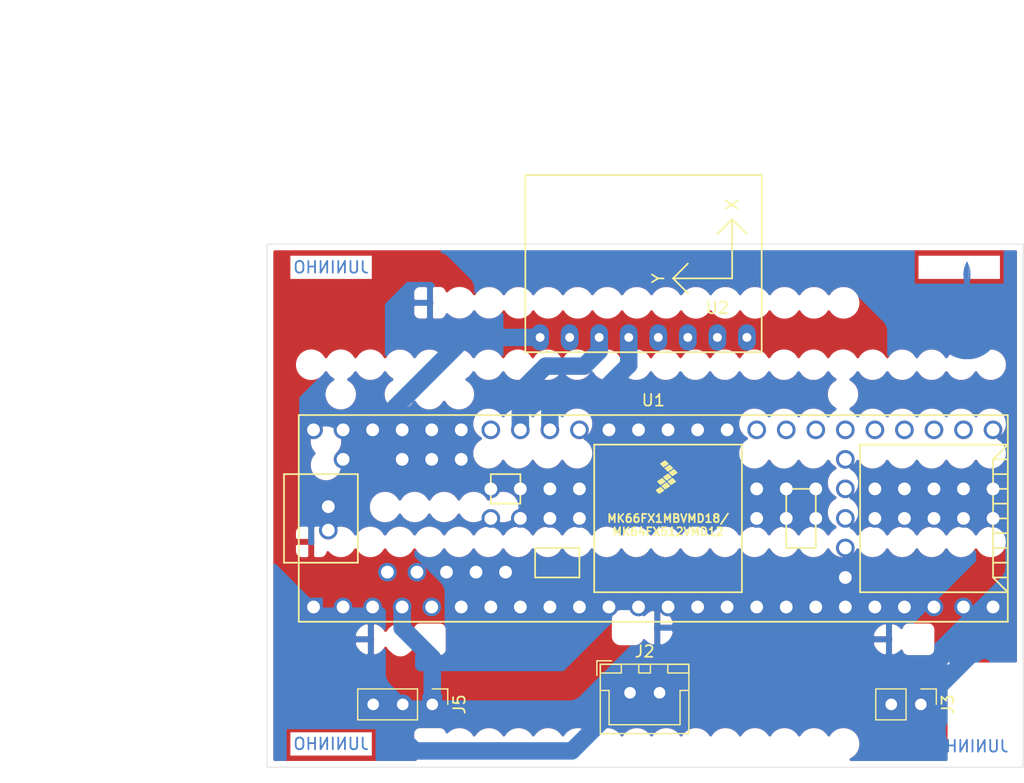
<source format=kicad_pcb>
(kicad_pcb (version 20171130) (host pcbnew "(5.1.12)-1")

  (general
    (thickness 1.6)
    (drawings 9)
    (tracks 23)
    (zones 0)
    (modules 6)
    (nets 94)
  )

  (page A4)
  (layers
    (0 F.Cu signal)
    (31 B.Cu signal)
    (32 B.Adhes user)
    (33 F.Adhes user)
    (34 B.Paste user)
    (35 F.Paste user)
    (36 B.SilkS user)
    (37 F.SilkS user)
    (38 B.Mask user)
    (39 F.Mask user)
    (40 Dwgs.User user)
    (41 Cmts.User user)
    (42 Eco1.User user)
    (43 Eco2.User user)
    (44 Edge.Cuts user)
    (45 Margin user)
    (46 B.CrtYd user)
    (47 F.CrtYd user)
    (48 B.Fab user)
    (49 F.Fab user)
  )

  (setup
    (last_trace_width 1.5)
    (user_trace_width 1)
    (user_trace_width 1.5)
    (trace_clearance 0.2)
    (zone_clearance 0.508)
    (zone_45_only no)
    (trace_min 0.2)
    (via_size 0.8)
    (via_drill 0.4)
    (via_min_size 0.4)
    (via_min_drill 0.3)
    (user_via 1 0.5)
    (uvia_size 0.3)
    (uvia_drill 0.1)
    (uvias_allowed no)
    (uvia_min_size 0.2)
    (uvia_min_drill 0.1)
    (edge_width 0.05)
    (segment_width 0.2)
    (pcb_text_width 0.3)
    (pcb_text_size 1.5 1.5)
    (mod_edge_width 0.12)
    (mod_text_size 1 1)
    (mod_text_width 0.15)
    (pad_size 1.524 1.524)
    (pad_drill 0.762)
    (pad_to_mask_clearance 0)
    (aux_axis_origin 107 115)
    (visible_elements 7FFFFFFF)
    (pcbplotparams
      (layerselection 0x00000_fffffffe)
      (usegerberextensions false)
      (usegerberattributes true)
      (usegerberadvancedattributes true)
      (creategerberjobfile true)
      (excludeedgelayer false)
      (linewidth 0.100000)
      (plotframeref false)
      (viasonmask false)
      (mode 1)
      (useauxorigin false)
      (hpglpennumber 1)
      (hpglpenspeed 20)
      (hpglpendiameter 15.000000)
      (psnegative false)
      (psa4output false)
      (plotreference false)
      (plotvalue false)
      (plotinvisibletext false)
      (padsonsilk true)
      (subtractmaskfromsilk false)
      (outputformat 4)
      (mirror false)
      (drillshape 1)
      (scaleselection 1)
      (outputdirectory ""))
  )

  (net 0 "")
  (net 1 /SCL0)
  (net 2 /SDA0)
  (net 3 GND)
  (net 4 +6V)
  (net 5 /Enable)
  (net 6 /3V3)
  (net 7 /PWM)
  (net 8 "Net-(U1-Pad17)")
  (net 9 "Net-(U1-Pad18)")
  (net 10 "Net-(U1-Pad19)")
  (net 11 "Net-(U1-Pad20)")
  (net 12 "Net-(U1-Pad16)")
  (net 13 "Net-(U1-Pad15)")
  (net 14 "Net-(U1-Pad14)")
  (net 15 "Net-(U1-Pad21)")
  (net 16 "Net-(U1-Pad22)")
  (net 17 "Net-(U1-Pad23)")
  (net 18 "Net-(U1-Pad25)")
  (net 19 "Net-(U1-Pad26)")
  (net 20 "Net-(U1-Pad27)")
  (net 21 "Net-(U1-Pad28)")
  (net 22 "Net-(U1-Pad29)")
  (net 23 "Net-(U1-Pad30)")
  (net 24 "Net-(U1-Pad31)")
  (net 25 "Net-(U1-Pad32)")
  (net 26 "Net-(U1-Pad33)")
  (net 27 "Net-(U1-Pad36)")
  (net 28 "Net-(U1-Pad37)")
  (net 29 "Net-(U1-Pad13)")
  (net 30 "Net-(U1-Pad12)")
  (net 31 "Net-(U1-Pad11)")
  (net 32 "Net-(U1-Pad10)")
  (net 33 "Net-(U1-Pad9)")
  (net 34 "Net-(U1-Pad8)")
  (net 35 "Net-(U1-Pad7)")
  (net 36 "Net-(U1-Pad6)")
  (net 37 "Net-(U1-Pad5)")
  (net 38 "Net-(U1-Pad3)")
  (net 39 "Net-(U1-Pad2)")
  (net 40 "Net-(U1-Pad38)")
  (net 41 "Net-(U1-Pad39)")
  (net 42 "Net-(U1-Pad40)")
  (net 43 "Net-(U1-Pad41)")
  (net 44 "Net-(U1-Pad42)")
  (net 45 "Net-(U1-Pad43)")
  (net 46 "Net-(U1-Pad44)")
  (net 47 "Net-(U1-Pad47)")
  (net 48 "Net-(U1-Pad48)")
  (net 49 "Net-(U1-Pad49)")
  (net 50 "Net-(U1-Pad50)")
  (net 51 "Net-(U1-Pad52)")
  (net 52 "Net-(U1-Pad54)")
  (net 53 "Net-(U1-Pad55)")
  (net 54 "Net-(U1-Pad56)")
  (net 55 "Net-(U1-Pad57)")
  (net 56 "Net-(U1-Pad58)")
  (net 57 "Net-(U1-Pad59)")
  (net 58 "Net-(U1-Pad60)")
  (net 59 "Net-(U1-Pad61)")
  (net 60 "Net-(U1-Pad62)")
  (net 61 "Net-(U1-Pad79)")
  (net 62 "Net-(U1-Pad78)")
  (net 63 "Net-(U1-Pad77)")
  (net 64 "Net-(U1-Pad76)")
  (net 65 "Net-(U1-Pad73)")
  (net 66 "Net-(U1-Pad72)")
  (net 67 "Net-(U1-Pad71)")
  (net 68 "Net-(U1-Pad70)")
  (net 69 "Net-(U1-Pad75)")
  (net 70 "Net-(U1-Pad74)")
  (net 71 "Net-(U1-Pad80)")
  (net 72 "Net-(U1-Pad69)")
  (net 73 "Net-(U1-Pad81)")
  (net 74 "Net-(U1-Pad68)")
  (net 75 "Net-(U1-Pad82)")
  (net 76 "Net-(U1-Pad67)")
  (net 77 "Net-(U1-Pad64)")
  (net 78 "Net-(U1-Pad63)")
  (net 79 "Net-(U1-Pad65)")
  (net 80 "Net-(U1-Pad66)")
  (net 81 "Net-(U1-Pad83)")
  (net 82 "Net-(U1-Pad84)")
  (net 83 "Net-(U1-Pad85)")
  (net 84 "Net-(U1-Pad86)")
  (net 85 "Net-(U1-Pad88)")
  (net 86 "Net-(U1-Pad87)")
  (net 87 "Net-(U1-Pad34)")
  (net 88 "Net-(U1-Pad35)")
  (net 89 "Net-(U1-Pad53)")
  (net 90 "Net-(U2-Pad8)")
  (net 91 "Net-(U2-Pad7)")
  (net 92 "Net-(U2-Pad6)")
  (net 93 "Net-(U2-Pad5)")

  (net_class Default "This is the default net class."
    (clearance 0.2)
    (trace_width 0.25)
    (via_dia 0.8)
    (via_drill 0.4)
    (uvia_dia 0.3)
    (uvia_drill 0.1)
    (add_net +6V)
    (add_net /3V3)
    (add_net /Enable)
    (add_net /PWM)
    (add_net /SCL0)
    (add_net /SDA0)
    (add_net GND)
    (add_net "Net-(U1-Pad10)")
    (add_net "Net-(U1-Pad11)")
    (add_net "Net-(U1-Pad12)")
    (add_net "Net-(U1-Pad13)")
    (add_net "Net-(U1-Pad14)")
    (add_net "Net-(U1-Pad15)")
    (add_net "Net-(U1-Pad16)")
    (add_net "Net-(U1-Pad17)")
    (add_net "Net-(U1-Pad18)")
    (add_net "Net-(U1-Pad19)")
    (add_net "Net-(U1-Pad2)")
    (add_net "Net-(U1-Pad20)")
    (add_net "Net-(U1-Pad21)")
    (add_net "Net-(U1-Pad22)")
    (add_net "Net-(U1-Pad23)")
    (add_net "Net-(U1-Pad25)")
    (add_net "Net-(U1-Pad26)")
    (add_net "Net-(U1-Pad27)")
    (add_net "Net-(U1-Pad28)")
    (add_net "Net-(U1-Pad29)")
    (add_net "Net-(U1-Pad3)")
    (add_net "Net-(U1-Pad30)")
    (add_net "Net-(U1-Pad31)")
    (add_net "Net-(U1-Pad32)")
    (add_net "Net-(U1-Pad33)")
    (add_net "Net-(U1-Pad34)")
    (add_net "Net-(U1-Pad35)")
    (add_net "Net-(U1-Pad36)")
    (add_net "Net-(U1-Pad37)")
    (add_net "Net-(U1-Pad38)")
    (add_net "Net-(U1-Pad39)")
    (add_net "Net-(U1-Pad40)")
    (add_net "Net-(U1-Pad41)")
    (add_net "Net-(U1-Pad42)")
    (add_net "Net-(U1-Pad43)")
    (add_net "Net-(U1-Pad44)")
    (add_net "Net-(U1-Pad47)")
    (add_net "Net-(U1-Pad48)")
    (add_net "Net-(U1-Pad49)")
    (add_net "Net-(U1-Pad5)")
    (add_net "Net-(U1-Pad50)")
    (add_net "Net-(U1-Pad52)")
    (add_net "Net-(U1-Pad53)")
    (add_net "Net-(U1-Pad54)")
    (add_net "Net-(U1-Pad55)")
    (add_net "Net-(U1-Pad56)")
    (add_net "Net-(U1-Pad57)")
    (add_net "Net-(U1-Pad58)")
    (add_net "Net-(U1-Pad59)")
    (add_net "Net-(U1-Pad6)")
    (add_net "Net-(U1-Pad60)")
    (add_net "Net-(U1-Pad61)")
    (add_net "Net-(U1-Pad62)")
    (add_net "Net-(U1-Pad63)")
    (add_net "Net-(U1-Pad64)")
    (add_net "Net-(U1-Pad65)")
    (add_net "Net-(U1-Pad66)")
    (add_net "Net-(U1-Pad67)")
    (add_net "Net-(U1-Pad68)")
    (add_net "Net-(U1-Pad69)")
    (add_net "Net-(U1-Pad7)")
    (add_net "Net-(U1-Pad70)")
    (add_net "Net-(U1-Pad71)")
    (add_net "Net-(U1-Pad72)")
    (add_net "Net-(U1-Pad73)")
    (add_net "Net-(U1-Pad74)")
    (add_net "Net-(U1-Pad75)")
    (add_net "Net-(U1-Pad76)")
    (add_net "Net-(U1-Pad77)")
    (add_net "Net-(U1-Pad78)")
    (add_net "Net-(U1-Pad79)")
    (add_net "Net-(U1-Pad8)")
    (add_net "Net-(U1-Pad80)")
    (add_net "Net-(U1-Pad81)")
    (add_net "Net-(U1-Pad82)")
    (add_net "Net-(U1-Pad83)")
    (add_net "Net-(U1-Pad84)")
    (add_net "Net-(U1-Pad85)")
    (add_net "Net-(U1-Pad86)")
    (add_net "Net-(U1-Pad87)")
    (add_net "Net-(U1-Pad88)")
    (add_net "Net-(U1-Pad9)")
    (add_net "Net-(U2-Pad5)")
    (add_net "Net-(U2-Pad6)")
    (add_net "Net-(U2-Pad7)")
    (add_net "Net-(U2-Pad8)")
  )

  (module Jupiter:Logo_B (layer F.Cu) (tedit 620E76D5) (tstamp 61E157FE)
    (at 167 76.8)
    (fp_text reference G*** (at 0 0 180) (layer B.SilkS) hide
      (effects (font (size 1.524 1.524) (thickness 0.3)) (justify mirror))
    )
    (fp_text value LOGO (at -0.75 0 180) (layer B.SilkS) hide
      (effects (font (size 1.524 1.524) (thickness 0.3)) (justify mirror))
    )
    (fp_poly (pts (xy 0.180493 -5.278739) (xy 0.207336 -5.235505) (xy 0.240491 -5.171586) (xy 0.276783 -5.093645)
      (xy 0.313033 -5.008339) (xy 0.346065 -4.92233) (xy 0.360368 -4.881182) (xy 0.40161 -4.748214)
      (xy 0.431697 -4.626401) (xy 0.451819 -4.506347) (xy 0.463165 -4.378659) (xy 0.466924 -4.233943)
      (xy 0.464287 -4.062803) (xy 0.464232 -4.060917) (xy 0.458628 -3.922733) (xy 0.450527 -3.797491)
      (xy 0.440522 -3.692375) (xy 0.429205 -3.614569) (xy 0.42626 -3.600312) (xy 0.398099 -3.47535)
      (xy 0.486772 -3.363914) (xy 0.577665 -3.258803) (xy 0.678376 -3.1574) (xy 0.77679 -3.071648)
      (xy 0.805463 -3.049724) (xy 0.859892 -3.00978) (xy 0.610428 -3.009206) (xy 0.508701 -3.008382)
      (xy 0.438082 -3.006085) (xy 0.393404 -3.001748) (xy 0.369502 -2.994806) (xy 0.361207 -2.984696)
      (xy 0.360963 -2.981935) (xy 0.359965 -2.95747) (xy 0.357144 -2.901657) (xy 0.352766 -2.819375)
      (xy 0.347093 -2.7155) (xy 0.340391 -2.59491) (xy 0.332922 -2.462484) (xy 0.331768 -2.442185)
      (xy 0.312103 -1.963763) (xy 0.309533 -1.511213) (xy 0.324446 -1.078194) (xy 0.357233 -0.658364)
      (xy 0.408283 -0.245385) (xy 0.477987 0.167087) (xy 0.498697 0.272475) (xy 0.569177 0.58403)
      (xy 0.648155 0.861379) (xy 0.736288 1.105742) (xy 0.834232 1.318341) (xy 0.942643 1.500397)
      (xy 1.062177 1.653132) (xy 1.193491 1.777768) (xy 1.33724 1.875525) (xy 1.369206 1.892825)
      (xy 1.514725 1.960234) (xy 1.663162 2.011441) (xy 1.8231 2.048538) (xy 2.003123 2.073618)
      (xy 2.161977 2.086125) (xy 2.375491 2.098583) (xy 2.225477 2.250686) (xy 1.983336 2.472023)
      (xy 1.725638 2.660607) (xy 1.451854 2.81671) (xy 1.161454 2.940606) (xy 0.853909 3.03257)
      (xy 0.624035 3.078764) (xy 0.547683 3.087685) (xy 0.44515 3.094762) (xy 0.32605 3.09982)
      (xy 0.200001 3.102684) (xy 0.076618 3.103177) (xy -0.034484 3.101124) (xy -0.123687 3.096349)
      (xy -0.156108 3.093013) (xy -0.455621 3.037917) (xy -0.748657 2.952272) (xy -1.025901 2.838898)
      (xy -1.076384 2.814274) (xy -1.227943 2.734781) (xy -1.359574 2.656978) (xy -1.480032 2.5745)
      (xy -1.598069 2.480985) (xy -1.722439 2.37007) (xy -1.831645 2.265254) (xy -2.001325 2.098583)
      (xy -1.904217 2.094078) (xy -1.785579 2.086345) (xy -1.658106 2.074295) (xy -1.532815 2.059261)
      (xy -1.420728 2.042581) (xy -1.332865 2.02559) (xy -1.326322 2.024043) (xy -1.256449 2.002984)
      (xy -1.168946 1.97065) (xy -1.07834 1.932582) (xy -1.039521 1.914625) (xy -0.896834 1.833332)
      (xy -0.76629 1.731221) (xy -0.647087 1.606653) (xy -0.538426 1.457985) (xy -0.439505 1.283578)
      (xy -0.349524 1.08179) (xy -0.26768 0.850981) (xy -0.193175 0.589509) (xy -0.125206 0.295734)
      (xy -0.062973 -0.031986) (xy -0.048972 -0.114845) (xy 0.00966 -0.547153) (xy 0.047509 -1.009062)
      (xy 0.064569 -1.500425) (xy 0.060837 -2.021098) (xy 0.036308 -2.570934) (xy 0.028443 -2.691131)
      (xy 0.007178 -2.99956) (xy -0.253376 -3.004606) (xy -0.513929 -3.009652) (xy -0.443876 -3.060595)
      (xy -0.386105 -3.107859) (xy -0.315847 -3.172966) (xy -0.242122 -3.24674) (xy -0.17395 -3.320006)
      (xy -0.120349 -3.383589) (xy -0.102583 -3.407774) (xy -0.079863 -3.443596) (xy -0.069285 -3.473497)
      (xy -0.069631 -3.509903) (xy -0.079682 -3.565242) (xy -0.084798 -3.589202) (xy -0.097369 -3.66191)
      (xy -0.109145 -3.754883) (xy -0.115295 -3.820875) (xy 0.206539 -3.820875) (xy 0.209848 -3.809041)
      (xy 0.218849 -3.810502) (xy 0.23541 -3.830189) (xy 0.258399 -3.875965) (xy 0.283676 -3.939206)
      (xy 0.291924 -3.962764) (xy 0.346111 -4.171862) (xy 0.369318 -4.38888) (xy 0.361507 -4.61672)
      (xy 0.322637 -4.858286) (xy 0.277218 -5.036107) (xy 0.258145 -5.096822) (xy 0.246564 -5.124114)
      (xy 0.242783 -5.120128) (xy 0.247111 -5.087009) (xy 0.259857 -5.0269) (xy 0.269948 -4.985549)
      (xy 0.309216 -4.791148) (xy 0.330726 -4.593604) (xy 0.334757 -4.39953) (xy 0.321586 -4.215541)
      (xy 0.291488 -4.04825) (xy 0.244741 -3.904271) (xy 0.222709 -3.857124) (xy 0.206539 -3.820875)
      (xy -0.115295 -3.820875) (xy -0.118207 -3.852116) (xy -0.12064 -3.88856) (xy -0.125796 -3.973458)
      (xy -0.131002 -4.051262) (xy -0.135469 -4.110488) (xy -0.137289 -4.130638) (xy -0.139494 -4.219075)
      (xy -0.132203 -4.332377) (xy -0.116927 -4.460831) (xy -0.095177 -4.594726) (xy -0.068461 -4.724348)
      (xy -0.038289 -4.839987) (xy -0.016983 -4.904559) (xy 0.012301 -4.97981) (xy 0.045874 -5.060049)
      (xy 0.080494 -5.138256) (xy 0.112919 -5.207412) (xy 0.139907 -5.260496) (xy 0.158218 -5.290488)
      (xy 0.163139 -5.294631) (xy 0.180493 -5.278739)) (layer B.Cu) (width 0.01))
    (fp_poly (pts (xy -1.27 1.27) (xy -1.17214 1.284871) (xy -1.09179 1.309113) (xy -1.03597 1.341836)
      (xy -1.017687 1.364185) (xy -1.000924 1.428377) (xy -1.01683 1.491366) (xy -1.0618 1.551037)
      (xy -1.132228 1.605272) (xy -1.224511 1.651956) (xy -1.335041 1.688972) (xy -1.460215 1.714205)
      (xy -1.596426 1.725539) (xy -1.634027 1.725945) (xy -1.734569 1.721413) (xy -1.814226 1.709573)
      (xy -1.851925 1.697926) (xy -1.92936 1.652904) (xy -1.971843 1.600651) (xy -1.979043 1.542027)
      (xy -1.950629 1.477895) (xy -1.941336 1.465361) (xy -1.893198 1.421939) (xy -1.819641 1.376595)
      (xy -1.730827 1.33451) (xy -1.63692 1.300868) (xy -1.598465 1.290517) (xy -1.490181 1.271933)
      (xy -1.378353 1.265391) (xy -1.27 1.27)) (layer B.Cu) (width 0.01))
    (fp_poly (pts (xy 3.018415 0.055689) (xy 3.026723 0.088194) (xy 3.033922 0.149407) (xy 3.034115 0.151339)
      (xy 3.03916 0.29051) (xy 3.030567 0.453212) (xy 3.009995 0.630617) (xy 2.979102 0.813896)
      (xy 2.939545 0.994222) (xy 2.892984 1.162766) (xy 2.841077 1.310699) (xy 2.798708 1.404619)
      (xy 2.784945 1.429648) (xy 2.770063 1.444472) (xy 2.747104 1.449183) (xy 2.709112 1.443873)
      (xy 2.649129 1.428635) (xy 2.574392 1.407585) (xy 2.407169 1.363917) (xy 2.21229 1.319443)
      (xy 1.9983 1.275781) (xy 1.773749 1.234552) (xy 1.547182 1.197375) (xy 1.327148 1.165868)
      (xy 1.240892 1.154976) (xy 1.139938 1.142422) (xy 1.067987 1.130543) (xy 1.018061 1.115325)
      (xy 0.983181 1.092755) (xy 0.95637 1.058817) (xy 0.930649 1.009499) (xy 0.910003 0.964655)
      (xy 0.886918 0.910083) (xy 0.859181 0.838373) (xy 0.829216 0.756602) (xy 0.799448 0.671852)
      (xy 0.772301 0.591202) (xy 0.750202 0.521731) (xy 0.735574 0.470519) (xy 0.730843 0.444646)
      (xy 0.731351 0.443077) (xy 0.750914 0.439216) (xy 0.800567 0.433056) (xy 0.874234 0.425248)
      (xy 0.965842 0.416445) (xy 1.044148 0.409455) (xy 1.630783 0.341009) (xy 2.21651 0.237557)
      (xy 2.795951 0.100102) (xy 2.984491 0.047561) (xy 3.005503 0.044582) (xy 3.018415 0.055689)) (layer B.Cu) (width 0.01))
    (fp_poly (pts (xy -2.569853 0.081858) (xy -2.494161 0.102993) (xy -2.397029 0.128267) (xy -2.28548 0.155965)
      (xy -2.166539 0.184377) (xy -2.047229 0.211789) (xy -1.934574 0.236488) (xy -1.843394 0.255236)
      (xy -1.580463 0.303402) (xy -1.315468 0.344446) (xy -1.039352 0.379547) (xy -0.743058 0.409885)
      (xy -0.496287 0.430678) (xy -0.427801 0.436537) (xy -0.375784 0.442029) (xy -0.348662 0.446223)
      (xy -0.346608 0.447192) (xy -0.353564 0.469932) (xy -0.372267 0.518129) (xy -0.399474 0.584192)
      (xy -0.431941 0.660534) (xy -0.466422 0.739567) (xy -0.499674 0.813701) (xy -0.528453 0.87535)
      (xy -0.537982 0.894807) (xy -0.578969 0.976557) (xy -0.610361 1.030803) (xy -0.640137 1.061785)
      (xy -0.676276 1.073746) (xy -0.726757 1.070925) (xy -0.799561 1.057563) (xy -0.832081 1.051125)
      (xy -1.031424 1.019913) (xy -1.233791 1.002774) (xy -1.431184 0.999671) (xy -1.615604 1.01057)
      (xy -1.779053 1.035434) (xy -1.859545 1.055774) (xy -1.953749 1.089922) (xy -2.065536 1.139585)
      (xy -2.183167 1.198907) (xy -2.294902 1.262031) (xy -2.373098 1.311978) (xy -2.449232 1.364201)
      (xy -2.512187 1.168963) (xy -2.562938 0.999795) (xy -2.60053 0.843989) (xy -2.628178 0.685731)
      (xy -2.649099 0.509208) (xy -2.651515 0.48386) (xy -2.660928 0.353028) (xy -2.663297 0.242687)
      (xy -2.658897 0.156151) (xy -2.648 0.096732) (xy -2.63088 0.067744) (xy -2.61708 0.066574)
      (xy -2.569853 0.081858)) (layer B.Cu) (width 0))
    (fp_poly (pts (xy 2.388083 -1.52212) (xy 2.429167 -1.484713) (xy 2.479916 -1.423619) (xy 2.537392 -1.34339)
      (xy 2.598656 -1.248576) (xy 2.660768 -1.143727) (xy 2.720788 -1.033394) (xy 2.775778 -0.922128)
      (xy 2.822797 -0.814479) (xy 2.823111 -0.813701) (xy 2.858003 -0.723214) (xy 2.877852 -0.661671)
      (xy 2.883632 -0.625456) (xy 2.877632 -0.611542) (xy 2.848359 -0.601157) (xy 2.789778 -0.584682)
      (xy 2.708071 -0.563587) (xy 2.609418 -0.539341) (xy 2.500002 -0.513413) (xy 2.386004 -0.487274)
      (xy 2.273606 -0.462391) (xy 2.16899 -0.440235) (xy 2.093606 -0.425182) (xy 1.905228 -0.392127)
      (xy 1.693631 -0.360425) (xy 1.469054 -0.331249) (xy 1.24173 -0.30577) (xy 1.021897 -0.285162)
      (xy 0.81979 -0.270595) (xy 0.690232 -0.26448) (xy 0.617532 -0.263663) (xy 0.573083 -0.268096)
      (xy 0.549066 -0.279066) (xy 0.541382 -0.288998) (xy 0.528038 -0.328326) (xy 0.512379 -0.397582)
      (xy 0.495286 -0.490548) (xy 0.477641 -0.601008) (xy 0.460325 -0.722745) (xy 0.44422 -0.849542)
      (xy 0.430208 -0.975182) (xy 0.41917 -1.093448) (xy 0.411987 -1.198123) (xy 0.411719 -1.203417)
      (xy 0.40632 -1.312274) (xy 0.53332 -1.316417) (xy 0.701733 -1.323876) (xy 0.891854 -1.335584)
      (xy 1.090903 -1.350536) (xy 1.286099 -1.367729) (xy 1.464662 -1.386158) (xy 1.549321 -1.396227)
      (xy 1.654421 -1.410299) (xy 1.771865 -1.427397) (xy 1.894869 -1.44639) (xy 2.016653 -1.466148)
      (xy 2.130436 -1.48554) (xy 2.229436 -1.503437) (xy 2.306871 -1.518707) (xy 2.35596 -1.53022)
      (xy 2.359605 -1.53129) (xy 2.388083 -1.52212)) (layer B.Cu) (width 0.01))
    (fp_poly (pts (xy -1.956721 -1.553171) (xy -1.903523 -1.543669) (xy -1.833275 -1.529688) (xy -1.793184 -1.52124)
      (xy -1.399958 -1.447619) (xy -0.975596 -1.388804) (xy -0.522209 -1.345069) (xy -0.355679 -1.333288)
      (xy -0.029108 -1.312274) (xy -0.034732 -1.194345) (xy -0.041383 -1.096634) (xy -0.052448 -0.980404)
      (xy -0.066895 -0.853163) (xy -0.08369 -0.722419) (xy -0.101799 -0.595682) (xy -0.120191 -0.48046)
      (xy -0.137831 -0.384261) (xy -0.153687 -0.314594) (xy -0.157683 -0.30081) (xy -0.167259 -0.285334)
      (xy -0.188939 -0.276094) (xy -0.230016 -0.271818) (xy -0.297784 -0.271232) (xy -0.325152 -0.271598)
      (xy -0.418493 -0.274456) (xy -0.528295 -0.279825) (xy -0.634906 -0.286699) (xy -0.664108 -0.288968)
      (xy -1.07325 -0.332535) (xy -1.497701 -0.396881) (xy -1.92463 -0.479882) (xy -2.196931 -0.542718)
      (xy -2.326025 -0.575776) (xy -2.419939 -0.602855) (xy -2.47925 -0.624142) (xy -2.504535 -0.639824)
      (xy -2.505608 -0.642933) (xy -2.498016 -0.677701) (xy -2.477448 -0.737022) (xy -2.447217 -0.813024)
      (xy -2.410635 -0.897838) (xy -2.371015 -0.98359) (xy -2.331669 -1.06241) (xy -2.319448 -1.085302)
      (xy -2.267583 -1.175933) (xy -2.210686 -1.267741) (xy -2.152584 -1.355352) (xy -2.097106 -1.433396)
      (xy -2.048081 -1.4965) (xy -2.009335 -1.539292) (xy -1.984696 -1.5564) (xy -1.983684 -1.556495)
      (xy -1.956721 -1.553171)) (layer B.Cu) (width 0.01))
    (fp_poly (pts (xy -0.054009 -2.562693) (xy -0.05376 -2.562548) (xy -0.04803 -2.541823) (xy -0.043249 -2.491794)
      (xy -0.039844 -2.419439) (xy -0.038247 -2.331734) (xy -0.03818 -2.30906) (xy -0.03818 -2.065202)
      (xy -0.115287 -2.067793) (xy -0.165184 -2.070162) (xy -0.240157 -2.074554) (xy -0.329098 -2.080289)
      (xy -0.401037 -2.08526) (xy -0.510168 -2.093981) (xy -0.634274 -2.105431) (xy -0.764832 -2.118676)
      (xy -0.893319 -2.132779) (xy -1.011212 -2.146805) (xy -1.109988 -2.159818) (xy -1.181125 -2.170883)
      (xy -1.18118 -2.170893) (xy -1.262822 -2.185555) (xy -1.095209 -2.270599) (xy -0.925796 -2.35133)
      (xy -0.766479 -2.415128) (xy -0.599887 -2.468766) (xy -0.55405 -2.481662) (xy -0.476756 -2.500856)
      (xy -0.388619 -2.51958) (xy -0.297318 -2.536591) (xy -0.210529 -2.55065) (xy -0.135929 -2.560514)
      (xy -0.081197 -2.564942) (xy -0.054009 -2.562693)) (layer B.Cu) (width 0.01))
    (fp_poly (pts (xy 0.506106 -2.55885) (xy 0.602785 -2.547979) (xy 0.722124 -2.527466) (xy 0.852536 -2.49965)
      (xy 0.982429 -2.466868) (xy 1.032249 -2.452711) (xy 1.099285 -2.430247) (xy 1.180177 -2.398984)
      (xy 1.269239 -2.361615) (xy 1.360785 -2.320836) (xy 1.449127 -2.279344) (xy 1.52858 -2.239833)
      (xy 1.593458 -2.205) (xy 1.638073 -2.177539) (xy 1.65674 -2.160147) (xy 1.656122 -2.156966)
      (xy 1.630451 -2.148394) (xy 1.573902 -2.138513) (xy 1.491842 -2.127775) (xy 1.389637 -2.116632)
      (xy 1.272652 -2.105538) (xy 1.146253 -2.094945) (xy 1.015805 -2.085305) (xy 0.886675 -2.077071)
      (xy 0.764229 -2.070696) (xy 0.653831 -2.066632) (xy 0.569606 -2.065325) (xy 0.40632 -2.06513)
      (xy 0.415392 -2.31463) (xy 0.424463 -2.564131) (xy 0.506106 -2.55885)) (layer B.Cu) (width 0.01))
    (fp_poly (pts (xy -0.546179 -3.035845) (xy -0.555251 -3.026774) (xy -0.564322 -3.035845) (xy -0.555251 -3.044917)
      (xy -0.546179 -3.035845)) (layer Eco2.User) (width 0.01))
  )

  (module footprints:GY-521 (layer F.Cu) (tedit 5B1B7D6D) (tstamp 624F173B)
    (at 129.2 79.3)
    (path /624FC2C9)
    (fp_text reference U2 (at 16.51 -3.81) (layer F.SilkS)
      (effects (font (size 1 1) (thickness 0.15)))
    )
    (fp_text value GY-521-symbols (at 3.81 -12.7) (layer F.Fab)
      (effects (font (size 1 1) (thickness 0.15)))
    )
    (fp_line (start 17.78 -11.43) (end 19.05 -10.16) (layer F.SilkS) (width 0.15))
    (fp_line (start 16.51 -10.16) (end 17.78 -11.43) (layer F.SilkS) (width 0.15))
    (fp_line (start 17.78 -11.43) (end 17.78 -6.35) (layer F.SilkS) (width 0.15))
    (fp_line (start 17.78 -6.35) (end 12.7 -6.35) (layer F.SilkS) (width 0.15))
    (fp_line (start 12.7 -6.35) (end 13.97 -5.08) (layer F.SilkS) (width 0.15))
    (fp_line (start 13.97 -7.62) (end 12.7 -6.35) (layer F.SilkS) (width 0.15))
    (fp_line (start 0 0) (end 0 -15.24) (layer F.SilkS) (width 0.15))
    (fp_line (start 20.32 0) (end 0 0) (layer F.SilkS) (width 0.15))
    (fp_line (start 20.32 -15.24) (end 20.32 0) (layer F.SilkS) (width 0.15))
    (fp_line (start 0 -15.24) (end 20.32 -15.24) (layer F.SilkS) (width 0.15))
    (fp_text user X (at 17.78 -12.7 90) (layer F.SilkS)
      (effects (font (size 1 1) (thickness 0.15)))
    )
    (fp_text user Y (at 11.43 -6.35 90) (layer F.SilkS)
      (effects (font (size 1 1) (thickness 0.15)))
    )
    (pad 8 thru_hole oval (at 19.05 -1.27) (size 1.524 2.268) (drill 0.762) (layers *.Cu *.Mask)
      (net 90 "Net-(U2-Pad8)"))
    (pad 7 thru_hole oval (at 16.51 -1.27) (size 1.524 2.268) (drill 0.762) (layers *.Cu *.Mask)
      (net 91 "Net-(U2-Pad7)"))
    (pad 6 thru_hole oval (at 13.97 -1.27) (size 1.524 2.268) (drill 0.762) (layers *.Cu *.Mask)
      (net 92 "Net-(U2-Pad6)"))
    (pad 5 thru_hole oval (at 11.43 -1.27) (size 1.524 2.268) (drill 0.762) (layers *.Cu *.Mask)
      (net 93 "Net-(U2-Pad5)"))
    (pad 4 thru_hole oval (at 8.89 -1.27) (size 1.524 2.268) (drill 0.762) (layers *.Cu *.Mask)
      (net 2 /SDA0))
    (pad 3 thru_hole oval (at 6.35 -1.27) (size 1.524 2.268) (drill 0.762) (layers *.Cu *.Mask)
      (net 1 /SCL0))
    (pad 2 thru_hole oval (at 3.81 -1.27) (size 1.524 2.268) (drill 0.762) (layers *.Cu *.Mask)
      (net 3 GND))
    (pad 1 thru_hole oval (at 1.27 -1.27) (size 1.524 2.268) (drill 0.762) (layers *.Cu *.Mask)
      (net 6 /3V3))
  )

  (module Jupiter:JS-1001-02 (layer F.Cu) (tedit 5E2B7E45) (tstamp 61E1367A)
    (at 138.2 108.6)
    (descr "JST XH series connector, B2B-XH-A (http://www.jst-mfg.com/product/pdf/eng/eXH.pdf), generated with kicad-footprint-generator")
    (tags "connector JST XH vertical")
    (path /61E06A34)
    (fp_text reference J2 (at 1.25 -3.55) (layer F.SilkS)
      (effects (font (size 1 1) (thickness 0.15)))
    )
    (fp_text value Conn_01x02_Male (at 1.25 4.6) (layer F.Fab)
      (effects (font (size 1 1) (thickness 0.15)))
    )
    (fp_line (start -2.85 -2.75) (end -2.85 -1.5) (layer F.SilkS) (width 0.12))
    (fp_line (start -1.6 -2.75) (end -2.85 -2.75) (layer F.SilkS) (width 0.12))
    (fp_line (start 4.3 2.75) (end 1.25 2.75) (layer F.SilkS) (width 0.12))
    (fp_line (start 4.3 -0.2) (end 4.3 2.75) (layer F.SilkS) (width 0.12))
    (fp_line (start 5.05 -0.2) (end 4.3 -0.2) (layer F.SilkS) (width 0.12))
    (fp_line (start -1.8 2.75) (end 1.25 2.75) (layer F.SilkS) (width 0.12))
    (fp_line (start -1.8 -0.2) (end -1.8 2.75) (layer F.SilkS) (width 0.12))
    (fp_line (start -2.55 -0.2) (end -1.8 -0.2) (layer F.SilkS) (width 0.12))
    (fp_line (start 5.05 -2.45) (end 3.25 -2.45) (layer F.SilkS) (width 0.12))
    (fp_line (start 5.05 -1.7) (end 5.05 -2.45) (layer F.SilkS) (width 0.12))
    (fp_line (start 3.25 -1.7) (end 5.05 -1.7) (layer F.SilkS) (width 0.12))
    (fp_line (start 3.25 -2.45) (end 3.25 -1.7) (layer F.SilkS) (width 0.12))
    (fp_line (start -0.75 -2.45) (end -2.55 -2.45) (layer F.SilkS) (width 0.12))
    (fp_line (start -0.75 -1.7) (end -0.75 -2.45) (layer F.SilkS) (width 0.12))
    (fp_line (start -2.55 -1.7) (end -0.75 -1.7) (layer F.SilkS) (width 0.12))
    (fp_line (start -2.55 -2.45) (end -2.55 -1.7) (layer F.SilkS) (width 0.12))
    (fp_line (start 1.75 -2.45) (end 0.75 -2.45) (layer F.SilkS) (width 0.12))
    (fp_line (start 1.75 -1.7) (end 1.75 -2.45) (layer F.SilkS) (width 0.12))
    (fp_line (start 0.75 -1.7) (end 1.75 -1.7) (layer F.SilkS) (width 0.12))
    (fp_line (start 0.75 -2.45) (end 0.75 -1.7) (layer F.SilkS) (width 0.12))
    (fp_line (start 0 -1.35) (end 0.625 -2.35) (layer F.Fab) (width 0.1))
    (fp_line (start -0.625 -2.35) (end 0 -1.35) (layer F.Fab) (width 0.1))
    (fp_line (start 5.45 -2.85) (end -2.95 -2.85) (layer F.CrtYd) (width 0.05))
    (fp_line (start 5.45 3.9) (end 5.45 -2.85) (layer F.CrtYd) (width 0.05))
    (fp_line (start -2.95 3.9) (end 5.45 3.9) (layer F.CrtYd) (width 0.05))
    (fp_line (start -2.95 -2.85) (end -2.95 3.9) (layer F.CrtYd) (width 0.05))
    (fp_line (start 5.06 -2.46) (end -2.56 -2.46) (layer F.SilkS) (width 0.12))
    (fp_line (start 5.06 3.51) (end 5.06 -2.46) (layer F.SilkS) (width 0.12))
    (fp_line (start -2.56 3.51) (end 5.06 3.51) (layer F.SilkS) (width 0.12))
    (fp_line (start -2.56 -2.46) (end -2.56 3.51) (layer F.SilkS) (width 0.12))
    (fp_line (start 4.95 -2.35) (end -2.45 -2.35) (layer F.Fab) (width 0.1))
    (fp_line (start 4.95 3.4) (end 4.95 -2.35) (layer F.Fab) (width 0.1))
    (fp_line (start -2.45 3.4) (end 4.95 3.4) (layer F.Fab) (width 0.1))
    (fp_line (start -2.45 -2.35) (end -2.45 3.4) (layer F.Fab) (width 0.1))
    (fp_text user %R (at 1.25 2.7) (layer F.Fab)
      (effects (font (size 1 1) (thickness 0.15)))
    )
    (pad 2 thru_hole oval (at 2.54 0) (size 1.7 2) (drill 1) (layers *.Cu *.Mask)
      (net 3 GND))
    (pad 1 thru_hole roundrect (at 0 0) (size 1.7 2) (drill 1) (layers *.Cu *.Mask) (roundrect_rratio 0.1470588235294118)
      (net 4 +6V))
    (model ${KISYS3DMOD}/Connector_JST.3dshapes/JST_XH_B2B-XH-A_1x02_P2.50mm_Vertical.wrl
      (at (xyz 0 0 0))
      (scale (xyz 1 1 1))
      (rotate (xyz 0 0 0))
    )
  )

  (module Connector_PinHeader_2.54mm:PinHeader_1x02_P2.54mm_Vertical (layer F.Cu) (tedit 59FED5CC) (tstamp 61E13690)
    (at 163.2 109.6 270)
    (descr "Through hole straight pin header, 1x02, 2.54mm pitch, single row")
    (tags "Through hole pin header THT 1x02 2.54mm single row")
    (path /61E06A2E)
    (fp_text reference J3 (at 0 -2.33 90) (layer F.SilkS)
      (effects (font (size 1 1) (thickness 0.15)))
    )
    (fp_text value Conn_01x02_Male (at 0 4.87 90) (layer F.Fab)
      (effects (font (size 1 1) (thickness 0.15)))
    )
    (fp_line (start -0.635 -1.27) (end 1.27 -1.27) (layer F.Fab) (width 0.1))
    (fp_line (start 1.27 -1.27) (end 1.27 3.81) (layer F.Fab) (width 0.1))
    (fp_line (start 1.27 3.81) (end -1.27 3.81) (layer F.Fab) (width 0.1))
    (fp_line (start -1.27 3.81) (end -1.27 -0.635) (layer F.Fab) (width 0.1))
    (fp_line (start -1.27 -0.635) (end -0.635 -1.27) (layer F.Fab) (width 0.1))
    (fp_line (start -1.33 3.87) (end 1.33 3.87) (layer F.SilkS) (width 0.12))
    (fp_line (start -1.33 1.27) (end -1.33 3.87) (layer F.SilkS) (width 0.12))
    (fp_line (start 1.33 1.27) (end 1.33 3.87) (layer F.SilkS) (width 0.12))
    (fp_line (start -1.33 1.27) (end 1.33 1.27) (layer F.SilkS) (width 0.12))
    (fp_line (start -1.33 0) (end -1.33 -1.33) (layer F.SilkS) (width 0.12))
    (fp_line (start -1.33 -1.33) (end 0 -1.33) (layer F.SilkS) (width 0.12))
    (fp_line (start -1.8 -1.8) (end -1.8 4.35) (layer F.CrtYd) (width 0.05))
    (fp_line (start -1.8 4.35) (end 1.8 4.35) (layer F.CrtYd) (width 0.05))
    (fp_line (start 1.8 4.35) (end 1.8 -1.8) (layer F.CrtYd) (width 0.05))
    (fp_line (start 1.8 -1.8) (end -1.8 -1.8) (layer F.CrtYd) (width 0.05))
    (fp_text user %R (at 0 1.27) (layer F.Fab)
      (effects (font (size 1 1) (thickness 0.15)))
    )
    (pad 1 thru_hole rect (at 0 0 270) (size 1.7 1.7) (drill 1) (layers *.Cu *.Mask)
      (net 5 /Enable))
    (pad 2 thru_hole oval (at 0 2.54 270) (size 1.7 1.7) (drill 1) (layers *.Cu *.Mask)
      (net 3 GND))
    (model ${KISYS3DMOD}/Connector_PinHeader_2.54mm.3dshapes/PinHeader_1x02_P2.54mm_Vertical.wrl
      (at (xyz 0 0 0))
      (scale (xyz 1 1 1))
      (rotate (xyz 0 0 0))
    )
  )

  (module Connector_PinHeader_2.54mm:PinHeader_1x03_P2.54mm_Vertical (layer F.Cu) (tedit 59FED5CC) (tstamp 61E136CA)
    (at 121.2 109.6 270)
    (descr "Through hole straight pin header, 1x03, 2.54mm pitch, single row")
    (tags "Through hole pin header THT 1x03 2.54mm single row")
    (path /61E1CF23)
    (fp_text reference J5 (at 0 -2.33 90) (layer F.SilkS)
      (effects (font (size 1 1) (thickness 0.15)))
    )
    (fp_text value Conn_01x03_Male (at 0 7.41 90) (layer F.Fab)
      (effects (font (size 1 1) (thickness 0.15)))
    )
    (fp_line (start -0.635 -1.27) (end 1.27 -1.27) (layer F.Fab) (width 0.1))
    (fp_line (start 1.27 -1.27) (end 1.27 6.35) (layer F.Fab) (width 0.1))
    (fp_line (start 1.27 6.35) (end -1.27 6.35) (layer F.Fab) (width 0.1))
    (fp_line (start -1.27 6.35) (end -1.27 -0.635) (layer F.Fab) (width 0.1))
    (fp_line (start -1.27 -0.635) (end -0.635 -1.27) (layer F.Fab) (width 0.1))
    (fp_line (start -1.33 6.41) (end 1.33 6.41) (layer F.SilkS) (width 0.12))
    (fp_line (start -1.33 1.27) (end -1.33 6.41) (layer F.SilkS) (width 0.12))
    (fp_line (start 1.33 1.27) (end 1.33 6.41) (layer F.SilkS) (width 0.12))
    (fp_line (start -1.33 1.27) (end 1.33 1.27) (layer F.SilkS) (width 0.12))
    (fp_line (start -1.33 0) (end -1.33 -1.33) (layer F.SilkS) (width 0.12))
    (fp_line (start -1.33 -1.33) (end 0 -1.33) (layer F.SilkS) (width 0.12))
    (fp_line (start -1.8 -1.8) (end -1.8 6.85) (layer F.CrtYd) (width 0.05))
    (fp_line (start -1.8 6.85) (end 1.8 6.85) (layer F.CrtYd) (width 0.05))
    (fp_line (start 1.8 6.85) (end 1.8 -1.8) (layer F.CrtYd) (width 0.05))
    (fp_line (start 1.8 -1.8) (end -1.8 -1.8) (layer F.CrtYd) (width 0.05))
    (fp_text user %R (at 0 2.54) (layer F.Fab)
      (effects (font (size 1 1) (thickness 0.15)))
    )
    (pad 1 thru_hole rect (at 0 0 270) (size 1.7 1.7) (drill 1) (layers *.Cu *.Mask)
      (net 7 /PWM))
    (pad 2 thru_hole oval (at 0 2.54 270) (size 1.7 1.7) (drill 1) (layers *.Cu *.Mask)
      (net 4 +6V))
    (pad 3 thru_hole oval (at 0 5.08 270) (size 1.7 1.7) (drill 1) (layers *.Cu *.Mask)
      (net 3 GND))
    (model ${KISYS3DMOD}/Connector_PinHeader_2.54mm.3dshapes/PinHeader_1x03_P2.54mm_Vertical.wrl
      (at (xyz 0 0 0))
      (scale (xyz 1 1 1))
      (rotate (xyz 0 0 0))
    )
  )

  (module teensy:Teensy35_36_All_Pins (layer F.Cu) (tedit 6026F021) (tstamp 61E13759)
    (at 140.2 93.6)
    (path /61E06AC7)
    (fp_text reference U1 (at 0 -10.16) (layer F.SilkS)
      (effects (font (size 1 1) (thickness 0.15)))
    )
    (fp_text value Teensy3.6_All_Pins (at 0 10.16) (layer F.Fab)
      (effects (font (size 1 1) (thickness 0.15)))
    )
    (fp_poly (pts (xy 1.27 -3.81) (xy 1.524 -3.556) (xy 1.143 -3.302) (xy 0.889 -3.556)) (layer F.SilkS) (width 0.1))
    (fp_poly (pts (xy 1.397 -4.572) (xy 1.651 -4.318) (xy 1.27 -4.064) (xy 1.016 -4.318)) (layer F.SilkS) (width 0.1))
    (fp_poly (pts (xy 1.651 -3.429) (xy 1.905 -3.175) (xy 1.524 -2.921) (xy 1.27 -3.175)) (layer F.SilkS) (width 0.1))
    (fp_poly (pts (xy 1.143 -3.048) (xy 1.397 -2.794) (xy 1.016 -2.54) (xy 0.762 -2.794)) (layer F.SilkS) (width 0.1))
    (fp_poly (pts (xy 1.778 -4.191) (xy 2.032 -3.937) (xy 1.651 -3.683) (xy 1.397 -3.937)) (layer F.SilkS) (width 0.1))
    (fp_poly (pts (xy 0.635 -2.667) (xy 0.889 -2.413) (xy 0.508 -2.159) (xy 0.254 -2.413)) (layer F.SilkS) (width 0.1))
    (fp_poly (pts (xy 0.762 -3.429) (xy 1.016 -3.175) (xy 0.635 -2.921) (xy 0.381 -3.175)) (layer F.SilkS) (width 0.1))
    (fp_poly (pts (xy 1.016 -4.953) (xy 1.27 -4.699) (xy 0.889 -4.445) (xy 0.635 -4.699)) (layer F.SilkS) (width 0.1))
    (fp_line (start -30.48 8.89) (end -30.48 -8.89) (layer F.SilkS) (width 0.15))
    (fp_line (start 30.48 -8.89) (end 30.48 8.89) (layer F.SilkS) (width 0.15))
    (fp_line (start 11.43 -2.54) (end 13.97 -2.54) (layer F.SilkS) (width 0.15))
    (fp_line (start 11.43 2.54) (end 11.43 -2.54) (layer F.SilkS) (width 0.15))
    (fp_line (start 13.97 2.54) (end 11.43 2.54) (layer F.SilkS) (width 0.15))
    (fp_line (start 13.97 -2.54) (end 13.97 2.54) (layer F.SilkS) (width 0.15))
    (fp_line (start -25.4 3.81) (end -30.48 3.81) (layer F.SilkS) (width 0.15))
    (fp_line (start -25.4 -3.81) (end -30.48 -3.81) (layer F.SilkS) (width 0.15))
    (fp_line (start -25.4 3.81) (end -25.4 -3.81) (layer F.SilkS) (width 0.15))
    (fp_line (start -31.75 -3.81) (end -30.48 -3.81) (layer F.SilkS) (width 0.15))
    (fp_line (start -31.75 3.81) (end -31.75 -3.81) (layer F.SilkS) (width 0.15))
    (fp_line (start -30.48 3.81) (end -31.75 3.81) (layer F.SilkS) (width 0.15))
    (fp_line (start -30.48 8.89) (end 30.48 8.89) (layer F.SilkS) (width 0.15))
    (fp_line (start 30.48 -8.89) (end -30.48 -8.89) (layer F.SilkS) (width 0.15))
    (fp_line (start 17.78 6.35) (end 30.48 6.35) (layer F.SilkS) (width 0.15))
    (fp_line (start 17.78 -6.35) (end 17.78 6.35) (layer F.SilkS) (width 0.15))
    (fp_line (start 30.48 -6.35) (end 17.78 -6.35) (layer F.SilkS) (width 0.15))
    (fp_line (start 29.21 -5.08) (end 30.48 -6.35) (layer F.SilkS) (width 0.15))
    (fp_line (start 29.21 5.08) (end 29.21 -5.08) (layer F.SilkS) (width 0.15))
    (fp_line (start 30.48 6.35) (end 29.21 5.08) (layer F.SilkS) (width 0.15))
    (fp_line (start 29.21 -5.08) (end 30.48 -5.08) (layer F.SilkS) (width 0.15))
    (fp_line (start 29.21 -3.81) (end 30.48 -3.81) (layer F.SilkS) (width 0.15))
    (fp_line (start 29.21 -2.54) (end 30.48 -2.54) (layer F.SilkS) (width 0.15))
    (fp_line (start 29.21 -1.27) (end 30.48 -1.27) (layer F.SilkS) (width 0.15))
    (fp_line (start 29.21 0) (end 30.48 0) (layer F.SilkS) (width 0.15))
    (fp_line (start 29.21 1.27) (end 30.48 1.27) (layer F.SilkS) (width 0.15))
    (fp_line (start 29.21 2.54) (end 30.48 2.54) (layer F.SilkS) (width 0.15))
    (fp_line (start 29.21 3.81) (end 30.48 3.81) (layer F.SilkS) (width 0.15))
    (fp_line (start 29.21 5.08) (end 30.48 5.08) (layer F.SilkS) (width 0.15))
    (fp_line (start -5.08 -6.35) (end 7.62 -6.35) (layer F.SilkS) (width 0.15))
    (fp_line (start -5.08 6.35) (end 7.62 6.35) (layer F.SilkS) (width 0.15))
    (fp_line (start -5.08 -6.35) (end -5.08 6.35) (layer F.SilkS) (width 0.15))
    (fp_line (start 7.62 6.35) (end 7.62 -6.35) (layer F.SilkS) (width 0.15))
    (fp_line (start -6.35 2.54) (end -6.35 5.08) (layer F.SilkS) (width 0.15))
    (fp_line (start -10.16 2.54) (end -6.35 2.54) (layer F.SilkS) (width 0.15))
    (fp_line (start -10.16 5.08) (end -10.16 2.54) (layer F.SilkS) (width 0.15))
    (fp_line (start -6.35 5.08) (end -10.16 5.08) (layer F.SilkS) (width 0.15))
    (fp_line (start -11.43 -3.81) (end -13.97 -3.81) (layer F.SilkS) (width 0.15))
    (fp_line (start -11.43 -1.27) (end -11.43 -3.81) (layer F.SilkS) (width 0.15))
    (fp_line (start -13.97 -1.27) (end -11.43 -1.27) (layer F.SilkS) (width 0.15))
    (fp_line (start -13.97 -3.81) (end -13.97 -1.27) (layer F.SilkS) (width 0.15))
    (fp_text user MK66FX1MBVMD18/ (at 1.27 0) (layer F.SilkS)
      (effects (font (size 0.7 0.7) (thickness 0.15)))
    )
    (fp_text user MK64FX512VMD12 (at 1.27 1.143) (layer F.SilkS)
      (effects (font (size 0.7 0.7) (thickness 0.15)))
    )
    (pad 17 thru_hole circle (at 11.43 7.62) (size 1.6 1.6) (drill 1.1) (layers *.Cu *.Mask)
      (net 8 "Net-(U1-Pad17)"))
    (pad 18 thru_hole circle (at 13.97 7.62) (size 1.6 1.6) (drill 1.1) (layers *.Cu *.Mask)
      (net 9 "Net-(U1-Pad18)"))
    (pad 19 thru_hole circle (at 16.51 7.62) (size 1.6 1.6) (drill 1.1) (layers *.Cu *.Mask)
      (net 10 "Net-(U1-Pad19)"))
    (pad 20 thru_hole circle (at 19.05 7.62) (size 1.6 1.6) (drill 1.1) (layers *.Cu *.Mask)
      (net 11 "Net-(U1-Pad20)"))
    (pad 16 thru_hole circle (at 8.89 7.62) (size 1.6 1.6) (drill 1.1) (layers *.Cu *.Mask)
      (net 12 "Net-(U1-Pad16)"))
    (pad 15 thru_hole circle (at 6.35 7.62) (size 1.6 1.6) (drill 1.1) (layers *.Cu *.Mask)
      (net 13 "Net-(U1-Pad15)"))
    (pad 14 thru_hole circle (at 3.81 7.62) (size 1.6 1.6) (drill 1.1) (layers *.Cu *.Mask)
      (net 14 "Net-(U1-Pad14)"))
    (pad 21 thru_hole circle (at 21.59 7.62) (size 1.6 1.6) (drill 1.1) (layers *.Cu *.Mask)
      (net 15 "Net-(U1-Pad21)"))
    (pad 22 thru_hole circle (at 24.13 7.62) (size 1.6 1.6) (drill 1.1) (layers *.Cu *.Mask)
      (net 16 "Net-(U1-Pad22)"))
    (pad 23 thru_hole circle (at 26.67 7.62) (size 1.6 1.6) (drill 1.1) (layers *.Cu *.Mask)
      (net 17 "Net-(U1-Pad23)"))
    (pad 24 thru_hole circle (at 29.21 7.62) (size 1.6 1.6) (drill 1.1) (layers *.Cu *.Mask)
      (net 5 /Enable))
    (pad 25 thru_hole circle (at 16.51 5.08) (size 1.6 1.6) (drill 1.1) (layers *.Cu *.Mask)
      (net 18 "Net-(U1-Pad25)"))
    (pad 26 thru_hole circle (at 16.51 2.54) (size 1.6 1.6) (drill 1.1) (layers *.Cu *.Mask)
      (net 19 "Net-(U1-Pad26)"))
    (pad 27 thru_hole circle (at 16.51 0) (size 1.6 1.6) (drill 1.1) (layers *.Cu *.Mask)
      (net 20 "Net-(U1-Pad27)"))
    (pad 28 thru_hole circle (at 16.51 -2.54) (size 1.6 1.6) (drill 1.1) (layers *.Cu *.Mask)
      (net 21 "Net-(U1-Pad28)"))
    (pad 29 thru_hole circle (at 16.51 -5.08) (size 1.6 1.6) (drill 1.1) (layers *.Cu *.Mask)
      (net 22 "Net-(U1-Pad29)"))
    (pad 30 thru_hole circle (at 29.21 -7.62) (size 1.6 1.6) (drill 1.1) (layers *.Cu *.Mask)
      (net 23 "Net-(U1-Pad30)"))
    (pad 31 thru_hole circle (at 26.67 -7.62) (size 1.6 1.6) (drill 1.1) (layers *.Cu *.Mask)
      (net 24 "Net-(U1-Pad31)"))
    (pad 32 thru_hole circle (at 24.13 -7.62) (size 1.6 1.6) (drill 1.1) (layers *.Cu *.Mask)
      (net 25 "Net-(U1-Pad32)"))
    (pad 33 thru_hole circle (at 21.59 -7.62) (size 1.6 1.6) (drill 1.1) (layers *.Cu *.Mask)
      (net 26 "Net-(U1-Pad33)"))
    (pad 34 thru_hole circle (at 19.05 -7.62) (size 1.6 1.6) (drill 1.1) (layers *.Cu *.Mask)
      (net 87 "Net-(U1-Pad34)"))
    (pad 35 thru_hole circle (at 16.51 -7.62) (size 1.6 1.6) (drill 1.1) (layers *.Cu *.Mask)
      (net 88 "Net-(U1-Pad35)"))
    (pad 36 thru_hole circle (at 13.97 -7.62) (size 1.6 1.6) (drill 1.1) (layers *.Cu *.Mask)
      (net 27 "Net-(U1-Pad36)"))
    (pad 37 thru_hole circle (at 11.43 -7.62) (size 1.6 1.6) (drill 1.1) (layers *.Cu *.Mask)
      (net 28 "Net-(U1-Pad37)"))
    (pad 13 thru_hole circle (at 1.27 7.62) (size 1.6 1.6) (drill 1.1) (layers *.Cu *.Mask)
      (net 29 "Net-(U1-Pad13)"))
    (pad 12 thru_hole circle (at -1.27 7.62) (size 1.6 1.6) (drill 1.1) (layers *.Cu *.Mask)
      (net 30 "Net-(U1-Pad12)"))
    (pad 11 thru_hole circle (at -3.81 7.62) (size 1.6 1.6) (drill 1.1) (layers *.Cu *.Mask)
      (net 31 "Net-(U1-Pad11)"))
    (pad 10 thru_hole circle (at -6.35 7.62) (size 1.6 1.6) (drill 1.1) (layers *.Cu *.Mask)
      (net 32 "Net-(U1-Pad10)"))
    (pad 9 thru_hole circle (at -8.89 7.62) (size 1.6 1.6) (drill 1.1) (layers *.Cu *.Mask)
      (net 33 "Net-(U1-Pad9)"))
    (pad 8 thru_hole circle (at -11.43 7.62) (size 1.6 1.6) (drill 1.1) (layers *.Cu *.Mask)
      (net 34 "Net-(U1-Pad8)"))
    (pad 7 thru_hole circle (at -13.97 7.62) (size 1.6 1.6) (drill 1.1) (layers *.Cu *.Mask)
      (net 35 "Net-(U1-Pad7)"))
    (pad 6 thru_hole circle (at -16.51 7.62) (size 1.6 1.6) (drill 1.1) (layers *.Cu *.Mask)
      (net 36 "Net-(U1-Pad6)"))
    (pad 5 thru_hole circle (at -19.05 7.62) (size 1.6 1.6) (drill 1.1) (layers *.Cu *.Mask)
      (net 37 "Net-(U1-Pad5)"))
    (pad 4 thru_hole circle (at -21.59 7.62) (size 1.6 1.6) (drill 1.1) (layers *.Cu *.Mask)
      (net 7 /PWM))
    (pad 3 thru_hole circle (at -24.13 7.62) (size 1.6 1.6) (drill 1.1) (layers *.Cu *.Mask)
      (net 38 "Net-(U1-Pad3)"))
    (pad 2 thru_hole circle (at -26.67 7.62) (size 1.6 1.6) (drill 1.1) (layers *.Cu *.Mask)
      (net 39 "Net-(U1-Pad2)"))
    (pad 1 thru_hole rect (at -29.21 7.62) (size 1.6 1.6) (drill 1.1) (layers *.Cu *.Mask)
      (net 3 GND))
    (pad 38 thru_hole circle (at 8.89 -7.62) (size 1.6 1.6) (drill 1.1) (layers *.Cu *.Mask)
      (net 40 "Net-(U1-Pad38)"))
    (pad 39 thru_hole circle (at 6.35 -7.62) (size 1.6 1.6) (drill 1.1) (layers *.Cu *.Mask)
      (net 41 "Net-(U1-Pad39)"))
    (pad 40 thru_hole circle (at 3.81 -7.62) (size 1.6 1.6) (drill 1.1) (layers *.Cu *.Mask)
      (net 42 "Net-(U1-Pad40)"))
    (pad 41 thru_hole circle (at 1.27 -7.62) (size 1.6 1.6) (drill 1.1) (layers *.Cu *.Mask)
      (net 43 "Net-(U1-Pad41)"))
    (pad 42 thru_hole circle (at -1.27 -7.62) (size 1.6 1.6) (drill 1.1) (layers *.Cu *.Mask)
      (net 44 "Net-(U1-Pad42)"))
    (pad 43 thru_hole circle (at -3.81 -7.62) (size 1.6 1.6) (drill 1.1) (layers *.Cu *.Mask)
      (net 45 "Net-(U1-Pad43)"))
    (pad 44 thru_hole circle (at -6.35 -7.62) (size 1.6 1.6) (drill 1.1) (layers *.Cu *.Mask)
      (net 46 "Net-(U1-Pad44)"))
    (pad 45 thru_hole circle (at -8.89 -7.62) (size 1.6 1.6) (drill 1.1) (layers *.Cu *.Mask)
      (net 2 /SDA0))
    (pad 46 thru_hole circle (at -11.43 -7.62) (size 1.6 1.6) (drill 1.1) (layers *.Cu *.Mask)
      (net 1 /SCL0))
    (pad 47 thru_hole circle (at -13.97 -7.62) (size 1.6 1.6) (drill 1.1) (layers *.Cu *.Mask)
      (net 47 "Net-(U1-Pad47)"))
    (pad 48 thru_hole circle (at -16.51 -7.62) (size 1.6 1.6) (drill 1.1) (layers *.Cu *.Mask)
      (net 48 "Net-(U1-Pad48)"))
    (pad 49 thru_hole circle (at -19.05 -7.62) (size 1.6 1.6) (drill 1.1) (layers *.Cu *.Mask)
      (net 49 "Net-(U1-Pad49)"))
    (pad 50 thru_hole circle (at -21.59 -7.62) (size 1.6 1.6) (drill 1.1) (layers *.Cu *.Mask)
      (net 50 "Net-(U1-Pad50)"))
    (pad 51 thru_hole circle (at -24.13 -7.62) (size 1.6 1.6) (drill 1.1) (layers *.Cu *.Mask)
      (net 6 /3V3))
    (pad 52 thru_hole circle (at -26.67 -7.62) (size 1.6 1.6) (drill 1.1) (layers *.Cu *.Mask)
      (net 51 "Net-(U1-Pad52)"))
    (pad 53 thru_hole circle (at -29.21 -7.62) (size 1.6 1.6) (drill 1.1) (layers *.Cu *.Mask)
      (net 89 "Net-(U1-Pad53)"))
    (pad 54 thru_hole circle (at -26.67 -5.08) (size 1.6 1.6) (drill 1.1) (layers *.Cu *.Mask)
      (net 52 "Net-(U1-Pad54)"))
    (pad 55 thru_hole circle (at -21.59 -5.08) (size 1.6 1.6) (drill 1.1) (layers *.Cu *.Mask)
      (net 53 "Net-(U1-Pad55)"))
    (pad 56 thru_hole circle (at -19.05 -5.08) (size 1.6 1.6) (drill 1.1) (layers *.Cu *.Mask)
      (net 54 "Net-(U1-Pad56)"))
    (pad 57 thru_hole circle (at -16.51 -5.08) (size 1.6 1.6) (drill 1.1) (layers *.Cu *.Mask)
      (net 55 "Net-(U1-Pad57)"))
    (pad 58 thru_hole circle (at -22.86 4.62) (size 1.6 1.6) (drill 1.1) (layers *.Cu *.Mask)
      (net 56 "Net-(U1-Pad58)"))
    (pad 59 thru_hole circle (at -20.32 4.62) (size 1.6 1.6) (drill 1.1) (layers *.Cu *.Mask)
      (net 57 "Net-(U1-Pad59)"))
    (pad 60 thru_hole circle (at -17.78 4.62) (size 1.6 1.6) (drill 1.1) (layers *.Cu *.Mask)
      (net 58 "Net-(U1-Pad60)"))
    (pad 61 thru_hole circle (at -15.24 4.62) (size 1.6 1.6) (drill 1.1) (layers *.Cu *.Mask)
      (net 59 "Net-(U1-Pad61)"))
    (pad 62 thru_hole circle (at -12.7 4.62) (size 1.6 1.6) (drill 1.1) (layers *.Cu *.Mask)
      (net 60 "Net-(U1-Pad62)"))
    (pad 79 thru_hole circle (at 19.05 -2.54) (size 1.6 1.6) (drill 1.1) (layers *.Cu *.Mask)
      (net 61 "Net-(U1-Pad79)"))
    (pad 78 thru_hole circle (at 21.59 -2.54) (size 1.6 1.6) (drill 1.1) (layers *.Cu *.Mask)
      (net 62 "Net-(U1-Pad78)"))
    (pad 77 thru_hole circle (at 24.13 -2.54) (size 1.6 1.6) (drill 1.1) (layers *.Cu *.Mask)
      (net 63 "Net-(U1-Pad77)"))
    (pad 76 thru_hole circle (at 26.67 -2.54) (size 1.6 1.6) (drill 1.1) (layers *.Cu *.Mask)
      (net 64 "Net-(U1-Pad76)"))
    (pad 73 thru_hole circle (at 26.67 0) (size 1.6 1.6) (drill 1.1) (layers *.Cu *.Mask)
      (net 65 "Net-(U1-Pad73)"))
    (pad 72 thru_hole circle (at 24.13 0) (size 1.6 1.6) (drill 1.1) (layers *.Cu *.Mask)
      (net 66 "Net-(U1-Pad72)"))
    (pad 71 thru_hole circle (at 21.59 0) (size 1.6 1.6) (drill 1.1) (layers *.Cu *.Mask)
      (net 67 "Net-(U1-Pad71)"))
    (pad 70 thru_hole circle (at 19.05 0) (size 1.6 1.6) (drill 1.1) (layers *.Cu *.Mask)
      (net 68 "Net-(U1-Pad70)"))
    (pad 75 thru_hole circle (at 29.21 -2.54) (size 1.6 1.6) (drill 1.1) (layers *.Cu *.Mask)
      (net 69 "Net-(U1-Pad75)"))
    (pad 74 thru_hole circle (at 29.21 0) (size 1.6 1.6) (drill 1.1) (layers *.Cu *.Mask)
      (net 70 "Net-(U1-Pad74)"))
    (pad 80 thru_hole circle (at 13.97 -2.54) (size 1.6 1.6) (drill 1.1) (layers *.Cu *.Mask)
      (net 71 "Net-(U1-Pad80)"))
    (pad 69 thru_hole circle (at 13.97 0) (size 1.6 1.6) (drill 1.1) (layers *.Cu *.Mask)
      (net 72 "Net-(U1-Pad69)"))
    (pad 81 thru_hole circle (at 11.43 -2.54) (size 1.6 1.6) (drill 1.1) (layers *.Cu *.Mask)
      (net 73 "Net-(U1-Pad81)"))
    (pad 68 thru_hole circle (at 11.43 0) (size 1.6 1.6) (drill 1.1) (layers *.Cu *.Mask)
      (net 74 "Net-(U1-Pad68)"))
    (pad 82 thru_hole circle (at 8.89 -2.54) (size 1.6 1.6) (drill 1.1) (layers *.Cu *.Mask)
      (net 75 "Net-(U1-Pad82)"))
    (pad 67 thru_hole circle (at 8.89 0) (size 1.6 1.6) (drill 1.1) (layers *.Cu *.Mask)
      (net 76 "Net-(U1-Pad67)"))
    (pad 64 thru_hole circle (at -11.43 0) (size 1.6 1.6) (drill 1.1) (layers *.Cu *.Mask)
      (net 77 "Net-(U1-Pad64)"))
    (pad 63 thru_hole circle (at -13.97 0) (size 1.6 1.6) (drill 1.1) (layers *.Cu *.Mask)
      (net 78 "Net-(U1-Pad63)"))
    (pad 65 thru_hole circle (at -8.89 0) (size 1.6 1.6) (drill 1.1) (layers *.Cu *.Mask)
      (net 79 "Net-(U1-Pad65)"))
    (pad 66 thru_hole circle (at -6.35 0) (size 1.6 1.6) (drill 1.1) (layers *.Cu *.Mask)
      (net 80 "Net-(U1-Pad66)"))
    (pad 83 thru_hole circle (at -6.35 -2.54) (size 1.6 1.6) (drill 1.1) (layers *.Cu *.Mask)
      (net 81 "Net-(U1-Pad83)"))
    (pad 84 thru_hole circle (at -8.89 -2.54) (size 1.6 1.6) (drill 1.1) (layers *.Cu *.Mask)
      (net 82 "Net-(U1-Pad84)"))
    (pad 85 thru_hole circle (at -11.43 -2.54) (size 1.6 1.6) (drill 1.1) (layers *.Cu *.Mask)
      (net 83 "Net-(U1-Pad85)"))
    (pad 86 thru_hole circle (at -13.97 -2.54) (size 1.6 1.6) (drill 1.1) (layers *.Cu *.Mask)
      (net 84 "Net-(U1-Pad86)"))
    (pad 88 thru_hole circle (at -27.94 1.01) (size 1.6 1.6) (drill 1.1) (layers *.Cu *.Mask)
      (net 85 "Net-(U1-Pad88)"))
    (pad 87 thru_hole circle (at -27.94 -1.01) (size 1.6 1.6) (drill 1.1) (layers *.Cu *.Mask)
      (net 86 "Net-(U1-Pad87)"))
    (model ${KICAD_USER_DIR}/teensy.pretty/Teensy_3.6_Assembly.STEP
      (offset (xyz -30.48 0 0))
      (scale (xyz 1 1 1))
      (rotate (xyz 0 0 0))
    )
  )

  (gr_text JUNINHO (at 167.5 113.2) (layer B.Cu)
    (effects (font (size 1 1) (thickness 0.15)) (justify mirror))
  )
  (gr_text JUNINHO (at 112.5 72) (layer B.Cu)
    (effects (font (size 1 1) (thickness 0.15)) (justify mirror))
  )
  (gr_text JUNINHO (at 112.5 113) (layer B.Cu)
    (effects (font (size 1 1) (thickness 0.15)) (justify mirror))
  )
  (gr_line (start 172 70) (end 107 70) (layer Edge.Cuts) (width 0.05) (tstamp 61E1541B))
  (gr_line (start 172 115) (end 172 70) (layer Edge.Cuts) (width 0.05))
  (gr_line (start 107 115) (end 172 115) (layer Edge.Cuts) (width 0.05))
  (gr_line (start 107 70) (end 107 115) (layer Edge.Cuts) (width 0.05))
  (dimension 45 (width 0.15) (layer Dwgs.User)
    (gr_text "45,000 mm" (at 87.7 92.5 270) (layer Dwgs.User)
      (effects (font (size 1 1) (thickness 0.15)))
    )
    (feature1 (pts (xy 107 115) (xy 88.413579 115)))
    (feature2 (pts (xy 107 70) (xy 88.413579 70)))
    (crossbar (pts (xy 89 70) (xy 89 115)))
    (arrow1a (pts (xy 89 115) (xy 88.413579 113.873496)))
    (arrow1b (pts (xy 89 115) (xy 89.586421 113.873496)))
    (arrow2a (pts (xy 89 70) (xy 88.413579 71.126504)))
    (arrow2b (pts (xy 89 70) (xy 89.586421 71.126504)))
  )
  (dimension 65 (width 0.15) (layer Dwgs.User)
    (gr_text "65,000 mm" (at 139.5 49.7) (layer Dwgs.User) (tstamp 624F2535)
      (effects (font (size 1 1) (thickness 0.15)))
    )
    (feature1 (pts (xy 172 70) (xy 172 50.413579)))
    (feature2 (pts (xy 107 70) (xy 107 50.413579)))
    (crossbar (pts (xy 107 51) (xy 172 51)))
    (arrow1a (pts (xy 172 51) (xy 170.873496 51.586421)))
    (arrow1b (pts (xy 172 51) (xy 170.873496 50.413579)))
    (arrow2a (pts (xy 107 51) (xy 108.126504 51.586421)))
    (arrow2b (pts (xy 107 51) (xy 108.126504 50.413579)))
  )

  (segment (start 135.55 79.2) (end 135.55 78.03) (width 1.5) (layer B.Cu) (net 1))
  (segment (start 128.77 85.98) (end 128.77 82.67) (width 1.5) (layer B.Cu) (net 1))
  (segment (start 128.77 82.67) (end 130.94 80.5) (width 1.5) (layer B.Cu) (net 1))
  (segment (start 134.25 80.5) (end 135.55 79.2) (width 1.5) (layer B.Cu) (net 1))
  (segment (start 130.94 80.5) (end 134.25 80.5) (width 1.5) (layer B.Cu) (net 1))
  (segment (start 138.09 79.2) (end 138.09 78.03) (width 1.5) (layer B.Cu) (net 2))
  (segment (start 131.31 85.98) (end 131.31 83.79) (width 1.5) (layer B.Cu) (net 2))
  (segment (start 131.31 83.79) (end 132.2 82.9) (width 1.5) (layer B.Cu) (net 2))
  (segment (start 132.2 82.9) (end 135.6 82.9) (width 1.5) (layer B.Cu) (net 2))
  (segment (start 138.09 80.41) (end 138.09 79.2) (width 1.5) (layer B.Cu) (net 2))
  (segment (start 135.6 82.9) (end 138.09 80.41) (width 1.5) (layer B.Cu) (net 2))
  (segment (start 118.66 110.06) (end 118.66 109.6) (width 1) (layer F.Cu) (net 4))
  (segment (start 118.66 112.56) (end 119.7 113.6) (width 1.5) (layer B.Cu) (net 4))
  (segment (start 118.66 109.6) (end 118.66 112.56) (width 1.5) (layer B.Cu) (net 4))
  (segment (start 119.7 113.6) (end 133.2 113.6) (width 1.5) (layer B.Cu) (net 4))
  (segment (start 133.2 113.6) (end 138.2 108.6) (width 1.5) (layer B.Cu) (net 4))
  (segment (start 169.41 103.39) (end 169.41 101.22) (width 1.5) (layer B.Cu) (net 5))
  (segment (start 169.41 103.39) (end 163.2 109.6) (width 1.5) (layer B.Cu) (net 5))
  (segment (start 124.02 78.03) (end 130.47 78.03) (width 1.5) (layer B.Cu) (net 6))
  (segment (start 116.07 85.98) (end 124.02 78.03) (width 1.5) (layer B.Cu) (net 6))
  (segment (start 118.61 103.01) (end 121.2 105.6) (width 1.5) (layer B.Cu) (net 7))
  (segment (start 121.2 105.6) (end 121.2 109.6) (width 1.5) (layer B.Cu) (net 7))
  (segment (start 118.61 103.01) (end 118.61 101.22) (width 1.5) (layer B.Cu) (net 7))

  (zone (net 0) (net_name "") (layers F&B.Cu) (tstamp 0) (hatch edge 0.508)
    (connect_pads (clearance 0.508))
    (min_thickness 0.254)
    (keepout (tracks not_allowed) (vias not_allowed) (copperpour not_allowed))
    (fill (arc_segments 32) (thermal_gap 0.508) (thermal_bridge_width 0.508))
    (polygon
      (pts
        (xy 171 114.2) (xy 164 114.2) (xy 164 112.2) (xy 171 112.2)
      )
    )
  )
  (zone (net 0) (net_name "") (layers F&B.Cu) (tstamp 0) (hatch edge 0.508)
    (connect_pads (clearance 0.508))
    (min_thickness 0.254)
    (keepout (tracks not_allowed) (vias not_allowed) (copperpour not_allowed))
    (fill (arc_segments 32) (thermal_gap 0.508) (thermal_bridge_width 0.508))
    (polygon
      (pts
        (xy 116 114) (xy 109 114) (xy 109 112) (xy 116 112)
      )
    )
  )
  (zone (net 0) (net_name "") (layers F&B.Cu) (tstamp 0) (hatch edge 0.508)
    (connect_pads (clearance 0.508))
    (min_thickness 0.254)
    (keepout (tracks not_allowed) (vias not_allowed) (copperpour not_allowed))
    (fill (arc_segments 32) (thermal_gap 0.508) (thermal_bridge_width 0.508))
    (polygon
      (pts
        (xy 116 73) (xy 109 73) (xy 109 71) (xy 116 71)
      )
    )
  )
  (zone (net 3) (net_name GND) (layer F.Cu) (tstamp 620EF7FA) (hatch edge 0.508)
    (connect_pads (clearance 0.508))
    (min_thickness 0.254)
    (fill yes (arc_segments 32) (thermal_gap 0.508) (thermal_bridge_width 0.508))
    (polygon
      (pts
        (xy 172 115) (xy 107 115) (xy 107 70) (xy 172 70)
      )
    )
    (filled_polygon
      (pts
        (xy 171.34 105.873) (xy 165.5 105.873) (xy 165.475224 105.87544) (xy 165.451399 105.882667) (xy 165.429443 105.894403)
        (xy 165.410197 105.910197) (xy 165.394403 105.929443) (xy 165.382667 105.951399) (xy 165.37544 105.975224) (xy 165.373 106)
        (xy 165.373 114.34) (xy 157.205445 114.34) (xy 157.263411 114.31599) (xy 157.506632 114.153475) (xy 157.713475 113.946632)
        (xy 157.87599 113.703411) (xy 157.987932 113.433158) (xy 158.045 113.14626) (xy 158.045 112.85374) (xy 157.987932 112.566842)
        (xy 157.87599 112.296589) (xy 157.713475 112.053368) (xy 157.506632 111.846525) (xy 157.263411 111.68401) (xy 156.993158 111.572068)
        (xy 156.70626 111.515) (xy 156.41374 111.515) (xy 156.126842 111.572068) (xy 155.856589 111.68401) (xy 155.613368 111.846525)
        (xy 155.406525 112.053368) (xy 155.29 112.22776) (xy 155.173475 112.053368) (xy 154.966632 111.846525) (xy 154.723411 111.68401)
        (xy 154.453158 111.572068) (xy 154.16626 111.515) (xy 153.87374 111.515) (xy 153.586842 111.572068) (xy 153.316589 111.68401)
        (xy 153.073368 111.846525) (xy 152.866525 112.053368) (xy 152.75 112.22776) (xy 152.633475 112.053368) (xy 152.426632 111.846525)
        (xy 152.183411 111.68401) (xy 151.913158 111.572068) (xy 151.62626 111.515) (xy 151.33374 111.515) (xy 151.046842 111.572068)
        (xy 150.776589 111.68401) (xy 150.533368 111.846525) (xy 150.326525 112.053368) (xy 150.21 112.22776) (xy 150.093475 112.053368)
        (xy 149.886632 111.846525) (xy 149.643411 111.68401) (xy 149.373158 111.572068) (xy 149.08626 111.515) (xy 148.79374 111.515)
        (xy 148.506842 111.572068) (xy 148.236589 111.68401) (xy 147.993368 111.846525) (xy 147.786525 112.053368) (xy 147.67 112.22776)
        (xy 147.553475 112.053368) (xy 147.346632 111.846525) (xy 147.103411 111.68401) (xy 146.833158 111.572068) (xy 146.54626 111.515)
        (xy 146.25374 111.515) (xy 145.966842 111.572068) (xy 145.696589 111.68401) (xy 145.453368 111.846525) (xy 145.246525 112.053368)
        (xy 145.13 112.22776) (xy 145.013475 112.053368) (xy 144.806632 111.846525) (xy 144.563411 111.68401) (xy 144.293158 111.572068)
        (xy 144.00626 111.515) (xy 143.71374 111.515) (xy 143.426842 111.572068) (xy 143.156589 111.68401) (xy 142.913368 111.846525)
        (xy 142.706525 112.053368) (xy 142.59 112.22776) (xy 142.473475 112.053368) (xy 142.266632 111.846525) (xy 142.023411 111.68401)
        (xy 141.753158 111.572068) (xy 141.46626 111.515) (xy 141.17374 111.515) (xy 140.886842 111.572068) (xy 140.616589 111.68401)
        (xy 140.373368 111.846525) (xy 140.166525 112.053368) (xy 140.05 112.22776) (xy 139.933475 112.053368) (xy 139.726632 111.846525)
        (xy 139.483411 111.68401) (xy 139.213158 111.572068) (xy 138.92626 111.515) (xy 138.63374 111.515) (xy 138.346842 111.572068)
        (xy 138.076589 111.68401) (xy 137.833368 111.846525) (xy 137.626525 112.053368) (xy 137.51 112.22776) (xy 137.393475 112.053368)
        (xy 137.186632 111.846525) (xy 136.943411 111.68401) (xy 136.673158 111.572068) (xy 136.38626 111.515) (xy 136.09374 111.515)
        (xy 135.806842 111.572068) (xy 135.536589 111.68401) (xy 135.293368 111.846525) (xy 135.086525 112.053368) (xy 134.97 112.22776)
        (xy 134.853475 112.053368) (xy 134.646632 111.846525) (xy 134.403411 111.68401) (xy 134.133158 111.572068) (xy 133.84626 111.515)
        (xy 133.55374 111.515) (xy 133.266842 111.572068) (xy 132.996589 111.68401) (xy 132.753368 111.846525) (xy 132.546525 112.053368)
        (xy 132.43 112.22776) (xy 132.313475 112.053368) (xy 132.106632 111.846525) (xy 131.863411 111.68401) (xy 131.593158 111.572068)
        (xy 131.30626 111.515) (xy 131.01374 111.515) (xy 130.726842 111.572068) (xy 130.456589 111.68401) (xy 130.213368 111.846525)
        (xy 130.006525 112.053368) (xy 129.89 112.22776) (xy 129.773475 112.053368) (xy 129.566632 111.846525) (xy 129.323411 111.68401)
        (xy 129.053158 111.572068) (xy 128.76626 111.515) (xy 128.47374 111.515) (xy 128.186842 111.572068) (xy 127.916589 111.68401)
        (xy 127.673368 111.846525) (xy 127.466525 112.053368) (xy 127.35 112.22776) (xy 127.233475 112.053368) (xy 127.026632 111.846525)
        (xy 126.783411 111.68401) (xy 126.513158 111.572068) (xy 126.22626 111.515) (xy 125.93374 111.515) (xy 125.646842 111.572068)
        (xy 125.376589 111.68401) (xy 125.133368 111.846525) (xy 124.926525 112.053368) (xy 124.81 112.22776) (xy 124.693475 112.053368)
        (xy 124.486632 111.846525) (xy 124.243411 111.68401) (xy 123.973158 111.572068) (xy 123.68626 111.515) (xy 123.39374 111.515)
        (xy 123.106842 111.572068) (xy 122.836589 111.68401) (xy 122.593368 111.846525) (xy 122.461513 111.97838) (xy 122.439502 111.90582)
        (xy 122.380537 111.795506) (xy 122.301185 111.698815) (xy 122.204494 111.619463) (xy 122.09418 111.560498) (xy 121.974482 111.524188)
        (xy 121.85 111.511928) (xy 120.15 111.511928) (xy 120.025518 111.524188) (xy 119.90582 111.560498) (xy 119.795506 111.619463)
        (xy 119.698815 111.698815) (xy 119.619463 111.795506) (xy 119.560498 111.90582) (xy 119.524188 112.025518) (xy 119.511928 112.15)
        (xy 119.511928 113.85) (xy 119.524188 113.974482) (xy 119.560498 114.09418) (xy 119.619463 114.204494) (xy 119.698815 114.301185)
        (xy 119.746111 114.34) (xy 107.66 114.34) (xy 107.66 112) (xy 108.873 112) (xy 108.873 114)
        (xy 108.87544 114.024776) (xy 108.882667 114.048601) (xy 108.894403 114.070557) (xy 108.910197 114.089803) (xy 108.929443 114.105597)
        (xy 108.951399 114.117333) (xy 108.975224 114.12456) (xy 109 114.127) (xy 116 114.127) (xy 116.024776 114.12456)
        (xy 116.048601 114.117333) (xy 116.070557 114.105597) (xy 116.089803 114.089803) (xy 116.105597 114.070557) (xy 116.117333 114.048601)
        (xy 116.12456 114.024776) (xy 116.127 114) (xy 116.127 112) (xy 116.12456 111.975224) (xy 116.117333 111.951399)
        (xy 116.105597 111.929443) (xy 116.089803 111.910197) (xy 116.070557 111.894403) (xy 116.048601 111.882667) (xy 116.024776 111.87544)
        (xy 116 111.873) (xy 109 111.873) (xy 108.975224 111.87544) (xy 108.951399 111.882667) (xy 108.929443 111.894403)
        (xy 108.910197 111.910197) (xy 108.894403 111.929443) (xy 108.882667 111.951399) (xy 108.87544 111.975224) (xy 108.873 112)
        (xy 107.66 112) (xy 107.66 104.356891) (xy 114.478519 104.356891) (xy 114.575843 104.631252) (xy 114.724822 104.881355)
        (xy 114.919731 105.097588) (xy 115.15308 105.271641) (xy 115.415901 105.396825) (xy 115.56311 105.441476) (xy 115.793 105.320155)
        (xy 115.793 104.127) (xy 114.599186 104.127) (xy 114.478519 104.356891) (xy 107.66 104.356891) (xy 107.66 103.643109)
        (xy 114.478519 103.643109) (xy 114.599186 103.873) (xy 115.793 103.873) (xy 115.793 102.679845) (xy 116.047 102.679845)
        (xy 116.047 103.873) (xy 116.067 103.873) (xy 116.067 104.127) (xy 116.047 104.127) (xy 116.047 105.320155)
        (xy 116.27689 105.441476) (xy 116.424099 105.396825) (xy 116.68692 105.271641) (xy 116.920269 105.097588) (xy 117.115178 104.881355)
        (xy 117.184805 104.764466) (xy 117.306525 104.946632) (xy 117.513368 105.153475) (xy 117.618468 105.223701) (xy 117.653551 105.266449)
        (xy 117.826377 105.408284) (xy 118.023553 105.513676) (xy 118.237501 105.578577) (xy 118.46 105.600491) (xy 118.682498 105.578577)
        (xy 118.896446 105.513676) (xy 119.093623 105.408284) (xy 119.266449 105.266449) (xy 119.301532 105.223701) (xy 119.406632 105.153475)
        (xy 119.538487 105.02162) (xy 119.560498 105.09418) (xy 119.619463 105.204494) (xy 119.698815 105.301185) (xy 119.795506 105.380537)
        (xy 119.90582 105.439502) (xy 120.025518 105.475812) (xy 120.15 105.488072) (xy 121.85 105.488072) (xy 121.974482 105.475812)
        (xy 122.09418 105.439502) (xy 122.204494 105.380537) (xy 122.301185 105.301185) (xy 122.380537 105.204494) (xy 122.439502 105.09418)
        (xy 122.475812 104.974482) (xy 122.488072 104.85) (xy 122.488072 103.15) (xy 122.475812 103.025518) (xy 122.439502 102.90582)
        (xy 122.380537 102.795506) (xy 122.301185 102.698815) (xy 122.204494 102.619463) (xy 122.09418 102.560498) (xy 121.974482 102.524188)
        (xy 121.85 102.511928) (xy 120.15 102.511928) (xy 120.025518 102.524188) (xy 119.90582 102.560498) (xy 119.795506 102.619463)
        (xy 119.698815 102.698815) (xy 119.619463 102.795506) (xy 119.560498 102.90582) (xy 119.538487 102.97838) (xy 119.406632 102.846525)
        (xy 119.163411 102.68401) (xy 118.893158 102.572068) (xy 118.60626 102.515) (xy 118.31374 102.515) (xy 118.026842 102.572068)
        (xy 117.756589 102.68401) (xy 117.513368 102.846525) (xy 117.306525 103.053368) (xy 117.184805 103.235534) (xy 117.115178 103.118645)
        (xy 116.920269 102.902412) (xy 116.68692 102.728359) (xy 116.424099 102.603175) (xy 116.27689 102.558524) (xy 116.047 102.679845)
        (xy 115.793 102.679845) (xy 115.56311 102.558524) (xy 115.415901 102.603175) (xy 115.15308 102.728359) (xy 114.919731 102.902412)
        (xy 114.724822 103.118645) (xy 114.575843 103.368748) (xy 114.478519 103.643109) (xy 107.66 103.643109) (xy 107.66 102.25)
        (xy 136.511928 102.25) (xy 136.511928 103.75) (xy 136.528992 103.923254) (xy 136.579528 104.08985) (xy 136.661595 104.243386)
        (xy 136.772038 104.377962) (xy 136.906614 104.488405) (xy 137.06015 104.570472) (xy 137.226746 104.621008) (xy 137.4 104.638072)
        (xy 138.6 104.638072) (xy 138.773254 104.621008) (xy 138.93985 104.570472) (xy 139.093386 104.488405) (xy 139.227962 104.377962)
        (xy 139.338405 104.243386) (xy 139.409783 104.109847) (xy 139.433198 104.141795) (xy 139.647954 104.338664) (xy 139.896991 104.489854)
        (xy 140.170739 104.589554) (xy 140.18311 104.591476) (xy 140.413 104.470155) (xy 140.413 103.127) (xy 140.667 103.127)
        (xy 140.667 104.470155) (xy 140.89689 104.591476) (xy 140.909261 104.589554) (xy 141.183009 104.489854) (xy 141.402022 104.356891)
        (xy 159.018519 104.356891) (xy 159.115843 104.631252) (xy 159.264822 104.881355) (xy 159.459731 105.097588) (xy 159.69308 105.271641)
        (xy 159.955901 105.396825) (xy 160.10311 105.441476) (xy 160.333 105.320155) (xy 160.333 104.127) (xy 159.139186 104.127)
        (xy 159.018519 104.356891) (xy 141.402022 104.356891) (xy 141.432046 104.338664) (xy 141.646802 104.141795) (xy 141.819025 103.906812)
        (xy 141.941926 103.643109) (xy 159.018519 103.643109) (xy 159.139186 103.873) (xy 160.333 103.873) (xy 160.333 102.679845)
        (xy 160.587 102.679845) (xy 160.587 103.873) (xy 160.607 103.873) (xy 160.607 104.127) (xy 160.587 104.127)
        (xy 160.587 105.320155) (xy 160.81689 105.441476) (xy 160.964099 105.396825) (xy 161.22692 105.271641) (xy 161.460269 105.097588)
        (xy 161.536034 105.013534) (xy 161.560498 105.09418) (xy 161.619463 105.204494) (xy 161.698815 105.301185) (xy 161.795506 105.380537)
        (xy 161.90582 105.439502) (xy 162.025518 105.475812) (xy 162.15 105.488072) (xy 163.85 105.488072) (xy 163.974482 105.475812)
        (xy 164.09418 105.439502) (xy 164.204494 105.380537) (xy 164.301185 105.301185) (xy 164.380537 105.204494) (xy 164.439502 105.09418)
        (xy 164.475812 104.974482) (xy 164.488072 104.85) (xy 164.488072 103.15) (xy 164.475812 103.025518) (xy 164.439502 102.90582)
        (xy 164.380537 102.795506) (xy 164.301185 102.698815) (xy 164.204494 102.619463) (xy 164.09418 102.560498) (xy 163.974482 102.524188)
        (xy 163.85 102.511928) (xy 162.15 102.511928) (xy 162.025518 102.524188) (xy 161.90582 102.560498) (xy 161.795506 102.619463)
        (xy 161.698815 102.698815) (xy 161.619463 102.795506) (xy 161.560498 102.90582) (xy 161.536034 102.986466) (xy 161.460269 102.902412)
        (xy 161.22692 102.728359) (xy 160.964099 102.603175) (xy 160.81689 102.558524) (xy 160.587 102.679845) (xy 160.333 102.679845)
        (xy 160.10311 102.558524) (xy 159.955901 102.603175) (xy 159.69308 102.728359) (xy 159.459731 102.902412) (xy 159.264822 103.118645)
        (xy 159.115843 103.368748) (xy 159.018519 103.643109) (xy 141.941926 103.643109) (xy 141.942096 103.642745) (xy 142.011285 103.359742)
        (xy 141.867232 103.127) (xy 140.667 103.127) (xy 140.413 103.127) (xy 140.393 103.127) (xy 140.393 102.873)
        (xy 140.413 102.873) (xy 140.413 101.529845) (xy 140.667 101.529845) (xy 140.667 102.873) (xy 141.867232 102.873)
        (xy 142.011285 102.640258) (xy 141.942096 102.357255) (xy 141.819025 102.093188) (xy 141.646802 101.858205) (xy 141.432046 101.661336)
        (xy 141.183009 101.510146) (xy 140.909261 101.410446) (xy 140.89689 101.408524) (xy 140.667 101.529845) (xy 140.413 101.529845)
        (xy 140.18311 101.408524) (xy 140.170739 101.410446) (xy 139.896991 101.510146) (xy 139.647954 101.661336) (xy 139.433198 101.858205)
        (xy 139.409783 101.890153) (xy 139.338405 101.756614) (xy 139.227962 101.622038) (xy 139.093386 101.511595) (xy 138.93985 101.429528)
        (xy 138.773254 101.378992) (xy 138.6 101.361928) (xy 137.4 101.361928) (xy 137.226746 101.378992) (xy 137.06015 101.429528)
        (xy 136.906614 101.511595) (xy 136.772038 101.622038) (xy 136.661595 101.756614) (xy 136.579528 101.91015) (xy 136.528992 102.076746)
        (xy 136.511928 102.25) (xy 107.66 102.25) (xy 107.66 96.42) (xy 109.351928 96.42) (xy 109.364188 96.544482)
        (xy 109.400498 96.66418) (xy 109.459463 96.774494) (xy 109.538815 96.871185) (xy 109.635506 96.950537) (xy 109.74582 97.009502)
        (xy 109.865518 97.045812) (xy 109.99 97.058072) (xy 110.50425 97.055) (xy 110.663 96.89625) (xy 110.663 95.747)
        (xy 109.51375 95.747) (xy 109.355 95.90575) (xy 109.351928 96.42) (xy 107.66 96.42) (xy 107.66 94.82)
        (xy 109.351928 94.82) (xy 109.355 95.33425) (xy 109.51375 95.493) (xy 110.663 95.493) (xy 110.663 94.34375)
        (xy 110.50425 94.185) (xy 109.99 94.181928) (xy 109.865518 94.194188) (xy 109.74582 94.230498) (xy 109.635506 94.289463)
        (xy 109.538815 94.368815) (xy 109.459463 94.465506) (xy 109.400498 94.57582) (xy 109.364188 94.695518) (xy 109.351928 94.82)
        (xy 107.66 94.82) (xy 107.66 92.478665) (xy 115.705 92.478665) (xy 115.705 92.761335) (xy 115.760147 93.038574)
        (xy 115.86832 93.299727) (xy 116.025363 93.534759) (xy 116.225241 93.734637) (xy 116.460273 93.89168) (xy 116.721426 93.999853)
        (xy 116.998665 94.055) (xy 117.281335 94.055) (xy 117.558574 93.999853) (xy 117.819727 93.89168) (xy 118.054759 93.734637)
        (xy 118.254637 93.534759) (xy 118.41 93.302241) (xy 118.565363 93.534759) (xy 118.765241 93.734637) (xy 119.000273 93.89168)
        (xy 119.261426 93.999853) (xy 119.538665 94.055) (xy 119.821335 94.055) (xy 120.098574 93.999853) (xy 120.359727 93.89168)
        (xy 120.594759 93.734637) (xy 120.794637 93.534759) (xy 120.95 93.302241) (xy 121.105363 93.534759) (xy 121.305241 93.734637)
        (xy 121.540273 93.89168) (xy 121.801426 93.999853) (xy 122.078665 94.055) (xy 122.361335 94.055) (xy 122.638574 93.999853)
        (xy 122.899727 93.89168) (xy 123.134759 93.734637) (xy 123.334637 93.534759) (xy 123.49 93.302241) (xy 123.645363 93.534759)
        (xy 123.845241 93.734637) (xy 124.080273 93.89168) (xy 124.341426 93.999853) (xy 124.618665 94.055) (xy 124.901335 94.055)
        (xy 125.178574 93.999853) (xy 125.439727 93.89168) (xy 125.674759 93.734637) (xy 125.874637 93.534759) (xy 126.03 93.302241)
        (xy 126.185363 93.534759) (xy 126.385241 93.734637) (xy 126.620273 93.89168) (xy 126.881426 93.999853) (xy 127.158665 94.055)
        (xy 127.441335 94.055) (xy 127.718574 93.999853) (xy 127.979727 93.89168) (xy 128.214759 93.734637) (xy 128.414637 93.534759)
        (xy 128.57168 93.299727) (xy 128.679853 93.038574) (xy 128.735 92.761335) (xy 128.735 92.478665) (xy 128.679853 92.201426)
        (xy 128.57168 91.940273) (xy 128.414637 91.705241) (xy 128.214759 91.505363) (xy 127.979727 91.34832) (xy 127.718574 91.240147)
        (xy 127.441335 91.185) (xy 127.158665 91.185) (xy 126.881426 91.240147) (xy 126.620273 91.34832) (xy 126.385241 91.505363)
        (xy 126.185363 91.705241) (xy 126.03 91.937759) (xy 125.874637 91.705241) (xy 125.674759 91.505363) (xy 125.439727 91.34832)
        (xy 125.178574 91.240147) (xy 124.901335 91.185) (xy 124.618665 91.185) (xy 124.341426 91.240147) (xy 124.080273 91.34832)
        (xy 123.845241 91.505363) (xy 123.645363 91.705241) (xy 123.49 91.937759) (xy 123.334637 91.705241) (xy 123.134759 91.505363)
        (xy 122.899727 91.34832) (xy 122.638574 91.240147) (xy 122.361335 91.185) (xy 122.078665 91.185) (xy 121.801426 91.240147)
        (xy 121.540273 91.34832) (xy 121.305241 91.505363) (xy 121.105363 91.705241) (xy 120.95 91.937759) (xy 120.794637 91.705241)
        (xy 120.594759 91.505363) (xy 120.359727 91.34832) (xy 120.098574 91.240147) (xy 119.821335 91.185) (xy 119.538665 91.185)
        (xy 119.261426 91.240147) (xy 119.000273 91.34832) (xy 118.765241 91.505363) (xy 118.565363 91.705241) (xy 118.41 91.937759)
        (xy 118.254637 91.705241) (xy 118.054759 91.505363) (xy 117.819727 91.34832) (xy 117.558574 91.240147) (xy 117.281335 91.185)
        (xy 116.998665 91.185) (xy 116.721426 91.240147) (xy 116.460273 91.34832) (xy 116.225241 91.505363) (xy 116.025363 91.705241)
        (xy 115.86832 91.940273) (xy 115.760147 92.201426) (xy 115.705 92.478665) (xy 107.66 92.478665) (xy 107.66 86.848665)
        (xy 110.625 86.848665) (xy 110.625 87.131335) (xy 110.680147 87.408574) (xy 110.78832 87.669727) (xy 110.945363 87.904759)
        (xy 111.040604 88) (xy 110.945363 88.095241) (xy 110.78832 88.330273) (xy 110.680147 88.591426) (xy 110.625 88.868665)
        (xy 110.625 89.151335) (xy 110.680147 89.428574) (xy 110.78832 89.689727) (xy 110.945363 89.924759) (xy 111.145241 90.124637)
        (xy 111.380273 90.28168) (xy 111.641426 90.389853) (xy 111.918665 90.445) (xy 112.201335 90.445) (xy 112.478574 90.389853)
        (xy 112.739727 90.28168) (xy 112.974759 90.124637) (xy 113.174637 89.924759) (xy 113.33168 89.689727) (xy 113.439853 89.428574)
        (xy 113.495 89.151335) (xy 113.495 88.868665) (xy 113.439853 88.591426) (xy 113.33168 88.330273) (xy 113.174637 88.095241)
        (xy 113.079396 88) (xy 113.174637 87.904759) (xy 113.33168 87.669727) (xy 113.439853 87.408574) (xy 113.495 87.131335)
        (xy 113.495 86.848665) (xy 113.439853 86.571426) (xy 113.33168 86.310273) (xy 113.174637 86.075241) (xy 112.974759 85.875363)
        (xy 112.739727 85.71832) (xy 112.478574 85.610147) (xy 112.201335 85.555) (xy 111.918665 85.555) (xy 111.641426 85.610147)
        (xy 111.380273 85.71832) (xy 111.145241 85.875363) (xy 110.945363 86.075241) (xy 110.78832 86.310273) (xy 110.680147 86.571426)
        (xy 110.625 86.848665) (xy 107.66 86.848665) (xy 107.66 85.318665) (xy 124.595 85.318665) (xy 124.595 85.601335)
        (xy 124.650147 85.878574) (xy 124.75832 86.139727) (xy 124.915363 86.374759) (xy 125.115241 86.574637) (xy 125.347759 86.73)
        (xy 125.115241 86.885363) (xy 124.915363 87.085241) (xy 124.75832 87.320273) (xy 124.650147 87.581426) (xy 124.595 87.858665)
        (xy 124.595 88.141335) (xy 124.650147 88.418574) (xy 124.75832 88.679727) (xy 124.915363 88.914759) (xy 125.115241 89.114637)
        (xy 125.350273 89.27168) (xy 125.611426 89.379853) (xy 125.888665 89.435) (xy 126.171335 89.435) (xy 126.448574 89.379853)
        (xy 126.709727 89.27168) (xy 126.944759 89.114637) (xy 127.144637 88.914759) (xy 127.3 88.682241) (xy 127.455363 88.914759)
        (xy 127.655241 89.114637) (xy 127.890273 89.27168) (xy 128.151426 89.379853) (xy 128.428665 89.435) (xy 128.711335 89.435)
        (xy 128.988574 89.379853) (xy 129.249727 89.27168) (xy 129.484759 89.114637) (xy 129.684637 88.914759) (xy 129.84 88.682241)
        (xy 129.995363 88.914759) (xy 130.195241 89.114637) (xy 130.430273 89.27168) (xy 130.691426 89.379853) (xy 130.968665 89.435)
        (xy 131.251335 89.435) (xy 131.528574 89.379853) (xy 131.789727 89.27168) (xy 132.024759 89.114637) (xy 132.224637 88.914759)
        (xy 132.38 88.682241) (xy 132.535363 88.914759) (xy 132.735241 89.114637) (xy 132.970273 89.27168) (xy 133.231426 89.379853)
        (xy 133.508665 89.435) (xy 133.791335 89.435) (xy 134.068574 89.379853) (xy 134.329727 89.27168) (xy 134.564759 89.114637)
        (xy 134.764637 88.914759) (xy 134.92168 88.679727) (xy 135.029853 88.418574) (xy 135.085 88.141335) (xy 135.085 87.858665)
        (xy 135.029853 87.581426) (xy 134.92168 87.320273) (xy 134.764637 87.085241) (xy 134.564759 86.885363) (xy 134.332241 86.73)
        (xy 134.564759 86.574637) (xy 134.764637 86.374759) (xy 134.92168 86.139727) (xy 135.029853 85.878574) (xy 135.085 85.601335)
        (xy 135.085 85.318665) (xy 135.029853 85.041426) (xy 134.92168 84.780273) (xy 134.764637 84.545241) (xy 134.564759 84.345363)
        (xy 134.329727 84.18832) (xy 134.068574 84.080147) (xy 133.791335 84.025) (xy 133.508665 84.025) (xy 133.231426 84.080147)
        (xy 132.970273 84.18832) (xy 132.735241 84.345363) (xy 132.535363 84.545241) (xy 132.38 84.777759) (xy 132.224637 84.545241)
        (xy 132.024759 84.345363) (xy 131.789727 84.18832) (xy 131.528574 84.080147) (xy 131.251335 84.025) (xy 130.968665 84.025)
        (xy 130.691426 84.080147) (xy 130.430273 84.18832) (xy 130.195241 84.345363) (xy 129.995363 84.545241) (xy 129.84 84.777759)
        (xy 129.684637 84.545241) (xy 129.484759 84.345363) (xy 129.249727 84.18832) (xy 128.988574 84.080147) (xy 128.711335 84.025)
        (xy 128.428665 84.025) (xy 128.151426 84.080147) (xy 127.890273 84.18832) (xy 127.655241 84.345363) (xy 127.455363 84.545241)
        (xy 127.3 84.777759) (xy 127.144637 84.545241) (xy 126.944759 84.345363) (xy 126.709727 84.18832) (xy 126.448574 84.080147)
        (xy 126.171335 84.025) (xy 125.888665 84.025) (xy 125.611426 84.080147) (xy 125.350273 84.18832) (xy 125.115241 84.345363)
        (xy 124.915363 84.545241) (xy 124.75832 84.780273) (xy 124.650147 85.041426) (xy 124.595 85.318665) (xy 107.66 85.318665)
        (xy 107.66 80.238665) (xy 109.355 80.238665) (xy 109.355 80.521335) (xy 109.410147 80.798574) (xy 109.51832 81.059727)
        (xy 109.675363 81.294759) (xy 109.875241 81.494637) (xy 110.110273 81.65168) (xy 110.371426 81.759853) (xy 110.648665 81.815)
        (xy 110.931335 81.815) (xy 111.208574 81.759853) (xy 111.469727 81.65168) (xy 111.704759 81.494637) (xy 111.904637 81.294759)
        (xy 112.06 81.062241) (xy 112.215363 81.294759) (xy 112.415241 81.494637) (xy 112.647759 81.65) (xy 112.415241 81.805363)
        (xy 112.215363 82.005241) (xy 112.05832 82.240273) (xy 111.950147 82.501426) (xy 111.895 82.778665) (xy 111.895 83.061335)
        (xy 111.950147 83.338574) (xy 112.05832 83.599727) (xy 112.215363 83.834759) (xy 112.415241 84.034637) (xy 112.650273 84.19168)
        (xy 112.911426 84.299853) (xy 113.188665 84.355) (xy 113.471335 84.355) (xy 113.748574 84.299853) (xy 114.009727 84.19168)
        (xy 114.244759 84.034637) (xy 114.444637 83.834759) (xy 114.60168 83.599727) (xy 114.709853 83.338574) (xy 114.765 83.061335)
        (xy 114.765 82.778665) (xy 114.709853 82.501426) (xy 114.60168 82.240273) (xy 114.444637 82.005241) (xy 114.244759 81.805363)
        (xy 114.012241 81.65) (xy 114.244759 81.494637) (xy 114.444637 81.294759) (xy 114.6 81.062241) (xy 114.755363 81.294759)
        (xy 114.955241 81.494637) (xy 115.190273 81.65168) (xy 115.451426 81.759853) (xy 115.728665 81.815) (xy 116.011335 81.815)
        (xy 116.288574 81.759853) (xy 116.549727 81.65168) (xy 116.784759 81.494637) (xy 116.984637 81.294759) (xy 117.14 81.062241)
        (xy 117.295363 81.294759) (xy 117.495241 81.494637) (xy 117.727759 81.65) (xy 117.495241 81.805363) (xy 117.295363 82.005241)
        (xy 117.13832 82.240273) (xy 117.030147 82.501426) (xy 116.975 82.778665) (xy 116.975 83.061335) (xy 117.030147 83.338574)
        (xy 117.13832 83.599727) (xy 117.295363 83.834759) (xy 117.495241 84.034637) (xy 117.730273 84.19168) (xy 117.991426 84.299853)
        (xy 118.268665 84.355) (xy 118.551335 84.355) (xy 118.828574 84.299853) (xy 119.089727 84.19168) (xy 119.324759 84.034637)
        (xy 119.524637 83.834759) (xy 119.68 83.602241) (xy 119.835363 83.834759) (xy 120.035241 84.034637) (xy 120.270273 84.19168)
        (xy 120.531426 84.299853) (xy 120.808665 84.355) (xy 121.091335 84.355) (xy 121.368574 84.299853) (xy 121.629727 84.19168)
        (xy 121.864759 84.034637) (xy 122.064637 83.834759) (xy 122.22 83.602241) (xy 122.375363 83.834759) (xy 122.575241 84.034637)
        (xy 122.810273 84.19168) (xy 123.071426 84.299853) (xy 123.348665 84.355) (xy 123.631335 84.355) (xy 123.908574 84.299853)
        (xy 124.169727 84.19168) (xy 124.404759 84.034637) (xy 124.604637 83.834759) (xy 124.76168 83.599727) (xy 124.869853 83.338574)
        (xy 124.925 83.061335) (xy 124.925 82.778665) (xy 124.869853 82.501426) (xy 124.76168 82.240273) (xy 124.604637 82.005241)
        (xy 124.404759 81.805363) (xy 124.172241 81.65) (xy 124.404759 81.494637) (xy 124.604637 81.294759) (xy 124.76 81.062241)
        (xy 124.915363 81.294759) (xy 125.115241 81.494637) (xy 125.350273 81.65168) (xy 125.611426 81.759853) (xy 125.888665 81.815)
        (xy 126.171335 81.815) (xy 126.448574 81.759853) (xy 126.709727 81.65168) (xy 126.944759 81.494637) (xy 127.144637 81.294759)
        (xy 127.3 81.062241) (xy 127.455363 81.294759) (xy 127.655241 81.494637) (xy 127.890273 81.65168) (xy 128.151426 81.759853)
        (xy 128.428665 81.815) (xy 128.711335 81.815) (xy 128.988574 81.759853) (xy 129.249727 81.65168) (xy 129.484759 81.494637)
        (xy 129.684637 81.294759) (xy 129.84 81.062241) (xy 129.995363 81.294759) (xy 130.195241 81.494637) (xy 130.430273 81.65168)
        (xy 130.691426 81.759853) (xy 130.968665 81.815) (xy 131.251335 81.815) (xy 131.528574 81.759853) (xy 131.789727 81.65168)
        (xy 132.024759 81.494637) (xy 132.224637 81.294759) (xy 132.38 81.062241) (xy 132.535363 81.294759) (xy 132.735241 81.494637)
        (xy 132.970273 81.65168) (xy 133.231426 81.759853) (xy 133.508665 81.815) (xy 133.791335 81.815) (xy 134.068574 81.759853)
        (xy 134.329727 81.65168) (xy 134.564759 81.494637) (xy 134.764637 81.294759) (xy 134.92 81.062241) (xy 135.075363 81.294759)
        (xy 135.275241 81.494637) (xy 135.510273 81.65168) (xy 135.771426 81.759853) (xy 136.048665 81.815) (xy 136.331335 81.815)
        (xy 136.608574 81.759853) (xy 136.869727 81.65168) (xy 137.104759 81.494637) (xy 137.304637 81.294759) (xy 137.46 81.062241)
        (xy 137.615363 81.294759) (xy 137.815241 81.494637) (xy 138.050273 81.65168) (xy 138.311426 81.759853) (xy 138.588665 81.815)
        (xy 138.871335 81.815) (xy 139.148574 81.759853) (xy 139.409727 81.65168) (xy 139.644759 81.494637) (xy 139.844637 81.294759)
        (xy 140 81.062241) (xy 140.155363 81.294759) (xy 140.355241 81.494637) (xy 140.590273 81.65168) (xy 140.851426 81.759853)
        (xy 141.128665 81.815) (xy 141.411335 81.815) (xy 141.688574 81.759853) (xy 141.949727 81.65168) (xy 142.184759 81.494637)
        (xy 142.384637 81.294759) (xy 142.54 81.062241) (xy 142.695363 81.294759) (xy 142.895241 81.494637) (xy 143.130273 81.65168)
        (xy 143.391426 81.759853) (xy 143.668665 81.815) (xy 143.951335 81.815) (xy 144.228574 81.759853) (xy 144.489727 81.65168)
        (xy 144.724759 81.494637) (xy 144.924637 81.294759) (xy 145.08 81.062241) (xy 145.235363 81.294759) (xy 145.435241 81.494637)
        (xy 145.670273 81.65168) (xy 145.931426 81.759853) (xy 146.208665 81.815) (xy 146.491335 81.815) (xy 146.768574 81.759853)
        (xy 147.029727 81.65168) (xy 147.264759 81.494637) (xy 147.464637 81.294759) (xy 147.62 81.062241) (xy 147.775363 81.294759)
        (xy 147.975241 81.494637) (xy 148.210273 81.65168) (xy 148.471426 81.759853) (xy 148.748665 81.815) (xy 149.031335 81.815)
        (xy 149.308574 81.759853) (xy 149.569727 81.65168) (xy 149.804759 81.494637) (xy 150.004637 81.294759) (xy 150.16 81.062241)
        (xy 150.315363 81.294759) (xy 150.515241 81.494637) (xy 150.750273 81.65168) (xy 151.011426 81.759853) (xy 151.288665 81.815)
        (xy 151.571335 81.815) (xy 151.848574 81.759853) (xy 152.109727 81.65168) (xy 152.344759 81.494637) (xy 152.544637 81.294759)
        (xy 152.7 81.062241) (xy 152.855363 81.294759) (xy 153.055241 81.494637) (xy 153.290273 81.65168) (xy 153.551426 81.759853)
        (xy 153.828665 81.815) (xy 154.111335 81.815) (xy 154.388574 81.759853) (xy 154.649727 81.65168) (xy 154.884759 81.494637)
        (xy 155.084637 81.294759) (xy 155.24 81.062241) (xy 155.395363 81.294759) (xy 155.595241 81.494637) (xy 155.827759 81.65)
        (xy 155.595241 81.805363) (xy 155.395363 82.005241) (xy 155.23832 82.240273) (xy 155.130147 82.501426) (xy 155.075 82.778665)
        (xy 155.075 83.061335) (xy 155.130147 83.338574) (xy 155.23832 83.599727) (xy 155.395363 83.834759) (xy 155.595241 84.034637)
        (xy 155.827759 84.19) (xy 155.595241 84.345363) (xy 155.395363 84.545241) (xy 155.24 84.777759) (xy 155.084637 84.545241)
        (xy 154.884759 84.345363) (xy 154.649727 84.18832) (xy 154.388574 84.080147) (xy 154.111335 84.025) (xy 153.828665 84.025)
        (xy 153.551426 84.080147) (xy 153.290273 84.18832) (xy 153.055241 84.345363) (xy 152.855363 84.545241) (xy 152.7 84.777759)
        (xy 152.544637 84.545241) (xy 152.344759 84.345363) (xy 152.109727 84.18832) (xy 151.848574 84.080147) (xy 151.571335 84.025)
        (xy 151.288665 84.025) (xy 151.011426 84.080147) (xy 150.750273 84.18832) (xy 150.515241 84.345363) (xy 150.315363 84.545241)
        (xy 150.16 84.777759) (xy 150.004637 84.545241) (xy 149.804759 84.345363) (xy 149.569727 84.18832) (xy 149.308574 84.080147)
        (xy 149.031335 84.025) (xy 148.748665 84.025) (xy 148.471426 84.080147) (xy 148.210273 84.18832) (xy 147.975241 84.345363)
        (xy 147.775363 84.545241) (xy 147.61832 84.780273) (xy 147.510147 85.041426) (xy 147.455 85.318665) (xy 147.455 85.601335)
        (xy 147.510147 85.878574) (xy 147.61832 86.139727) (xy 147.775363 86.374759) (xy 147.975241 86.574637) (xy 148.207759 86.73)
        (xy 147.975241 86.885363) (xy 147.775363 87.085241) (xy 147.61832 87.320273) (xy 147.510147 87.581426) (xy 147.455 87.858665)
        (xy 147.455 88.141335) (xy 147.510147 88.418574) (xy 147.61832 88.679727) (xy 147.775363 88.914759) (xy 147.975241 89.114637)
        (xy 148.210273 89.27168) (xy 148.471426 89.379853) (xy 148.748665 89.435) (xy 149.031335 89.435) (xy 149.308574 89.379853)
        (xy 149.569727 89.27168) (xy 149.804759 89.114637) (xy 150.004637 88.914759) (xy 150.16 88.682241) (xy 150.315363 88.914759)
        (xy 150.515241 89.114637) (xy 150.750273 89.27168) (xy 151.011426 89.379853) (xy 151.288665 89.435) (xy 151.571335 89.435)
        (xy 151.848574 89.379853) (xy 152.109727 89.27168) (xy 152.344759 89.114637) (xy 152.544637 88.914759) (xy 152.7 88.682241)
        (xy 152.855363 88.914759) (xy 153.055241 89.114637) (xy 153.290273 89.27168) (xy 153.551426 89.379853) (xy 153.828665 89.435)
        (xy 154.111335 89.435) (xy 154.388574 89.379853) (xy 154.649727 89.27168) (xy 154.884759 89.114637) (xy 155.084637 88.914759)
        (xy 155.24 88.682241) (xy 155.395363 88.914759) (xy 155.595241 89.114637) (xy 155.827759 89.27) (xy 155.595241 89.425363)
        (xy 155.395363 89.625241) (xy 155.23832 89.860273) (xy 155.130147 90.121426) (xy 155.075 90.398665) (xy 155.075 90.681335)
        (xy 155.130147 90.958574) (xy 155.23832 91.219727) (xy 155.395363 91.454759) (xy 155.595241 91.654637) (xy 155.827759 91.81)
        (xy 155.595241 91.965363) (xy 155.395363 92.165241) (xy 155.23832 92.400273) (xy 155.130147 92.661426) (xy 155.075 92.938665)
        (xy 155.075 93.221335) (xy 155.130147 93.498574) (xy 155.23832 93.759727) (xy 155.395363 93.994759) (xy 155.595241 94.194637)
        (xy 155.827759 94.35) (xy 155.595241 94.505363) (xy 155.395363 94.705241) (xy 155.24 94.937759) (xy 155.084637 94.705241)
        (xy 154.884759 94.505363) (xy 154.649727 94.34832) (xy 154.388574 94.240147) (xy 154.111335 94.185) (xy 153.828665 94.185)
        (xy 153.551426 94.240147) (xy 153.290273 94.34832) (xy 153.055241 94.505363) (xy 152.855363 94.705241) (xy 152.7 94.937759)
        (xy 152.544637 94.705241) (xy 152.344759 94.505363) (xy 152.109727 94.34832) (xy 151.848574 94.240147) (xy 151.571335 94.185)
        (xy 151.288665 94.185) (xy 151.011426 94.240147) (xy 150.750273 94.34832) (xy 150.515241 94.505363) (xy 150.315363 94.705241)
        (xy 150.16 94.937759) (xy 150.004637 94.705241) (xy 149.804759 94.505363) (xy 149.569727 94.34832) (xy 149.308574 94.240147)
        (xy 149.031335 94.185) (xy 148.748665 94.185) (xy 148.471426 94.240147) (xy 148.210273 94.34832) (xy 147.975241 94.505363)
        (xy 147.775363 94.705241) (xy 147.62 94.937759) (xy 147.464637 94.705241) (xy 147.264759 94.505363) (xy 147.029727 94.34832)
        (xy 146.768574 94.240147) (xy 146.491335 94.185) (xy 146.208665 94.185) (xy 145.931426 94.240147) (xy 145.670273 94.34832)
        (xy 145.435241 94.505363) (xy 145.235363 94.705241) (xy 145.08 94.937759) (xy 144.924637 94.705241) (xy 144.724759 94.505363)
        (xy 144.489727 94.34832) (xy 144.228574 94.240147) (xy 143.951335 94.185) (xy 143.668665 94.185) (xy 143.391426 94.240147)
        (xy 143.130273 94.34832) (xy 142.895241 94.505363) (xy 142.695363 94.705241) (xy 142.54 94.937759) (xy 142.384637 94.705241)
        (xy 142.184759 94.505363) (xy 141.949727 94.34832) (xy 141.688574 94.240147) (xy 141.411335 94.185) (xy 141.128665 94.185)
        (xy 140.851426 94.240147) (xy 140.590273 94.34832) (xy 140.355241 94.505363) (xy 140.155363 94.705241) (xy 140 94.937759)
        (xy 139.844637 94.705241) (xy 139.644759 94.505363) (xy 139.409727 94.34832) (xy 139.148574 94.240147) (xy 138.871335 94.185)
        (xy 138.588665 94.185) (xy 138.311426 94.240147) (xy 138.050273 94.34832) (xy 137.815241 94.505363) (xy 137.615363 94.705241)
        (xy 137.46 94.937759) (xy 137.304637 94.705241) (xy 137.104759 94.505363) (xy 136.869727 94.34832) (xy 136.608574 94.240147)
        (xy 136.331335 94.185) (xy 136.048665 94.185) (xy 135.771426 94.240147) (xy 135.510273 94.34832) (xy 135.275241 94.505363)
        (xy 135.075363 94.705241) (xy 134.92 94.937759) (xy 134.764637 94.705241) (xy 134.564759 94.505363) (xy 134.329727 94.34832)
        (xy 134.068574 94.240147) (xy 133.791335 94.185) (xy 133.508665 94.185) (xy 133.231426 94.240147) (xy 132.970273 94.34832)
        (xy 132.735241 94.505363) (xy 132.535363 94.705241) (xy 132.38 94.937759) (xy 132.224637 94.705241) (xy 132.024759 94.505363)
        (xy 131.789727 94.34832) (xy 131.528574 94.240147) (xy 131.251335 94.185) (xy 130.968665 94.185) (xy 130.691426 94.240147)
        (xy 130.430273 94.34832) (xy 130.195241 94.505363) (xy 129.995363 94.705241) (xy 129.84 94.937759) (xy 129.684637 94.705241)
        (xy 129.484759 94.505363) (xy 129.249727 94.34832) (xy 128.988574 94.240147) (xy 128.711335 94.185) (xy 128.428665 94.185)
        (xy 128.151426 94.240147) (xy 127.890273 94.34832) (xy 127.655241 94.505363) (xy 127.455363 94.705241) (xy 127.3 94.937759)
        (xy 127.144637 94.705241) (xy 126.944759 94.505363) (xy 126.709727 94.34832) (xy 126.448574 94.240147) (xy 126.171335 94.185)
        (xy 125.888665 94.185) (xy 125.611426 94.240147) (xy 125.350273 94.34832) (xy 125.115241 94.505363) (xy 124.915363 94.705241)
        (xy 124.76 94.937759) (xy 124.604637 94.705241) (xy 124.404759 94.505363) (xy 124.169727 94.34832) (xy 123.908574 94.240147)
        (xy 123.631335 94.185) (xy 123.348665 94.185) (xy 123.071426 94.240147) (xy 122.810273 94.34832) (xy 122.575241 94.505363)
        (xy 122.375363 94.705241) (xy 122.22 94.937759) (xy 122.064637 94.705241) (xy 121.864759 94.505363) (xy 121.629727 94.34832)
        (xy 121.368574 94.240147) (xy 121.091335 94.185) (xy 120.808665 94.185) (xy 120.531426 94.240147) (xy 120.270273 94.34832)
        (xy 120.035241 94.505363) (xy 119.835363 94.705241) (xy 119.68 94.937759) (xy 119.524637 94.705241) (xy 119.324759 94.505363)
        (xy 119.089727 94.34832) (xy 118.828574 94.240147) (xy 118.551335 94.185) (xy 118.268665 94.185) (xy 117.991426 94.240147)
        (xy 117.730273 94.34832) (xy 117.495241 94.505363) (xy 117.295363 94.705241) (xy 117.14 94.937759) (xy 116.984637 94.705241)
        (xy 116.784759 94.505363) (xy 116.549727 94.34832) (xy 116.288574 94.240147) (xy 116.011335 94.185) (xy 115.728665 94.185)
        (xy 115.451426 94.240147) (xy 115.190273 94.34832) (xy 114.955241 94.505363) (xy 114.755363 94.705241) (xy 114.6 94.937759)
        (xy 114.444637 94.705241) (xy 114.244759 94.505363) (xy 114.009727 94.34832) (xy 113.748574 94.240147) (xy 113.471335 94.185)
        (xy 113.188665 94.185) (xy 112.911426 94.240147) (xy 112.650273 94.34832) (xy 112.415241 94.505363) (xy 112.216643 94.703961)
        (xy 112.215812 94.695518) (xy 112.179502 94.57582) (xy 112.120537 94.465506) (xy 112.041185 94.368815) (xy 111.944494 94.289463)
        (xy 111.83418 94.230498) (xy 111.714482 94.194188) (xy 111.59 94.181928) (xy 111.07575 94.185) (xy 110.917 94.34375)
        (xy 110.917 95.493) (xy 110.937 95.493) (xy 110.937 95.747) (xy 110.917 95.747) (xy 110.917 96.89625)
        (xy 111.07575 97.055) (xy 111.59 97.058072) (xy 111.714482 97.045812) (xy 111.83418 97.009502) (xy 111.944494 96.950537)
        (xy 112.041185 96.871185) (xy 112.120537 96.774494) (xy 112.179502 96.66418) (xy 112.215812 96.544482) (xy 112.216643 96.536039)
        (xy 112.415241 96.734637) (xy 112.650273 96.89168) (xy 112.911426 96.999853) (xy 113.188665 97.055) (xy 113.471335 97.055)
        (xy 113.748574 96.999853) (xy 114.009727 96.89168) (xy 114.244759 96.734637) (xy 114.444637 96.534759) (xy 114.6 96.302241)
        (xy 114.755363 96.534759) (xy 114.955241 96.734637) (xy 115.190273 96.89168) (xy 115.451426 96.999853) (xy 115.728665 97.055)
        (xy 116.011335 97.055) (xy 116.288574 96.999853) (xy 116.549727 96.89168) (xy 116.784759 96.734637) (xy 116.984637 96.534759)
        (xy 117.14 96.302241) (xy 117.295363 96.534759) (xy 117.495241 96.734637) (xy 117.730273 96.89168) (xy 117.991426 96.999853)
        (xy 118.268665 97.055) (xy 118.551335 97.055) (xy 118.828574 96.999853) (xy 119.089727 96.89168) (xy 119.324759 96.734637)
        (xy 119.524637 96.534759) (xy 119.68 96.302241) (xy 119.835363 96.534759) (xy 120.035241 96.734637) (xy 120.270273 96.89168)
        (xy 120.531426 96.999853) (xy 120.808665 97.055) (xy 121.091335 97.055) (xy 121.368574 96.999853) (xy 121.629727 96.89168)
        (xy 121.864759 96.734637) (xy 122.064637 96.534759) (xy 122.22 96.302241) (xy 122.375363 96.534759) (xy 122.575241 96.734637)
        (xy 122.810273 96.89168) (xy 123.071426 96.999853) (xy 123.348665 97.055) (xy 123.631335 97.055) (xy 123.908574 96.999853)
        (xy 124.169727 96.89168) (xy 124.404759 96.734637) (xy 124.604637 96.534759) (xy 124.76 96.302241) (xy 124.915363 96.534759)
        (xy 125.115241 96.734637) (xy 125.350273 96.89168) (xy 125.611426 96.999853) (xy 125.888665 97.055) (xy 126.171335 97.055)
        (xy 126.448574 96.999853) (xy 126.709727 96.89168) (xy 126.944759 96.734637) (xy 127.144637 96.534759) (xy 127.3 96.302241)
        (xy 127.455363 96.534759) (xy 127.655241 96.734637) (xy 127.890273 96.89168) (xy 128.151426 96.999853) (xy 128.428665 97.055)
        (xy 128.711335 97.055) (xy 128.988574 96.999853) (xy 129.249727 96.89168) (xy 129.484759 96.734637) (xy 129.684637 96.534759)
        (xy 129.84 96.302241) (xy 129.995363 96.534759) (xy 130.195241 96.734637) (xy 130.430273 96.89168) (xy 130.691426 96.999853)
        (xy 130.968665 97.055) (xy 131.251335 97.055) (xy 131.528574 96.999853) (xy 131.789727 96.89168) (xy 132.024759 96.734637)
        (xy 132.224637 96.534759) (xy 132.38 96.302241) (xy 132.535363 96.534759) (xy 132.735241 96.734637) (xy 132.970273 96.89168)
        (xy 133.231426 96.999853) (xy 133.508665 97.055) (xy 133.791335 97.055) (xy 134.068574 96.999853) (xy 134.329727 96.89168)
        (xy 134.564759 96.734637) (xy 134.764637 96.534759) (xy 134.92 96.302241) (xy 135.075363 96.534759) (xy 135.275241 96.734637)
        (xy 135.510273 96.89168) (xy 135.771426 96.999853) (xy 136.048665 97.055) (xy 136.331335 97.055) (xy 136.608574 96.999853)
        (xy 136.869727 96.89168) (xy 137.104759 96.734637) (xy 137.304637 96.534759) (xy 137.46 96.302241) (xy 137.615363 96.534759)
        (xy 137.815241 96.734637) (xy 138.050273 96.89168) (xy 138.311426 96.999853) (xy 138.588665 97.055) (xy 138.871335 97.055)
        (xy 139.148574 96.999853) (xy 139.409727 96.89168) (xy 139.644759 96.734637) (xy 139.844637 96.534759) (xy 140 96.302241)
        (xy 140.155363 96.534759) (xy 140.355241 96.734637) (xy 140.590273 96.89168) (xy 140.851426 96.999853) (xy 141.128665 97.055)
        (xy 141.411335 97.055) (xy 141.688574 96.999853) (xy 141.949727 96.89168) (xy 142.184759 96.734637) (xy 142.384637 96.534759)
        (xy 142.54 96.302241) (xy 142.695363 96.534759) (xy 142.895241 96.734637) (xy 143.130273 96.89168) (xy 143.391426 96.999853)
        (xy 143.668665 97.055) (xy 143.951335 97.055) (xy 144.228574 96.999853) (xy 144.489727 96.89168) (xy 144.724759 96.734637)
        (xy 144.924637 96.534759) (xy 145.08 96.302241) (xy 145.235363 96.534759) (xy 145.435241 96.734637) (xy 145.670273 96.89168)
        (xy 145.931426 96.999853) (xy 146.208665 97.055) (xy 146.491335 97.055) (xy 146.768574 96.999853) (xy 147.029727 96.89168)
        (xy 147.264759 96.734637) (xy 147.464637 96.534759) (xy 147.62 96.302241) (xy 147.775363 96.534759) (xy 147.975241 96.734637)
        (xy 148.210273 96.89168) (xy 148.471426 96.999853) (xy 148.748665 97.055) (xy 149.031335 97.055) (xy 149.308574 96.999853)
        (xy 149.569727 96.89168) (xy 149.804759 96.734637) (xy 150.004637 96.534759) (xy 150.16 96.302241) (xy 150.315363 96.534759)
        (xy 150.515241 96.734637) (xy 150.750273 96.89168) (xy 151.011426 96.999853) (xy 151.288665 97.055) (xy 151.571335 97.055)
        (xy 151.848574 96.999853) (xy 152.109727 96.89168) (xy 152.344759 96.734637) (xy 152.544637 96.534759) (xy 152.7 96.302241)
        (xy 152.855363 96.534759) (xy 153.055241 96.734637) (xy 153.290273 96.89168) (xy 153.551426 96.999853) (xy 153.828665 97.055)
        (xy 154.111335 97.055) (xy 154.388574 96.999853) (xy 154.649727 96.89168) (xy 154.884759 96.734637) (xy 155.084637 96.534759)
        (xy 155.24 96.302241) (xy 155.395363 96.534759) (xy 155.595241 96.734637) (xy 155.830273 96.89168) (xy 156.091426 96.999853)
        (xy 156.368665 97.055) (xy 156.651335 97.055) (xy 156.928574 96.999853) (xy 157.189727 96.89168) (xy 157.424759 96.734637)
        (xy 157.624637 96.534759) (xy 157.78 96.302241) (xy 157.935363 96.534759) (xy 158.135241 96.734637) (xy 158.370273 96.89168)
        (xy 158.631426 96.999853) (xy 158.908665 97.055) (xy 159.191335 97.055) (xy 159.468574 96.999853) (xy 159.729727 96.89168)
        (xy 159.964759 96.734637) (xy 160.164637 96.534759) (xy 160.32 96.302241) (xy 160.475363 96.534759) (xy 160.675241 96.734637)
        (xy 160.910273 96.89168) (xy 161.171426 96.999853) (xy 161.448665 97.055) (xy 161.731335 97.055) (xy 162.008574 96.999853)
        (xy 162.269727 96.89168) (xy 162.504759 96.734637) (xy 162.704637 96.534759) (xy 162.86 96.302241) (xy 163.015363 96.534759)
        (xy 163.215241 96.734637) (xy 163.450273 96.89168) (xy 163.711426 96.999853) (xy 163.988665 97.055) (xy 164.271335 97.055)
        (xy 164.548574 96.999853) (xy 164.809727 96.89168) (xy 165.044759 96.734637) (xy 165.244637 96.534759) (xy 165.4 96.302241)
        (xy 165.555363 96.534759) (xy 165.755241 96.734637) (xy 165.990273 96.89168) (xy 166.251426 96.999853) (xy 166.528665 97.055)
        (xy 166.811335 97.055) (xy 167.088574 96.999853) (xy 167.349727 96.89168) (xy 167.584759 96.734637) (xy 167.784637 96.534759)
        (xy 167.94 96.302241) (xy 168.095363 96.534759) (xy 168.295241 96.734637) (xy 168.530273 96.89168) (xy 168.791426 96.999853)
        (xy 169.068665 97.055) (xy 169.351335 97.055) (xy 169.628574 96.999853) (xy 169.889727 96.89168) (xy 170.124759 96.734637)
        (xy 170.324637 96.534759) (xy 170.48168 96.299727) (xy 170.589853 96.038574) (xy 170.645 95.761335) (xy 170.645 95.478665)
        (xy 170.589853 95.201426) (xy 170.48168 94.940273) (xy 170.324637 94.705241) (xy 170.124759 94.505363) (xy 169.889727 94.34832)
        (xy 169.628574 94.240147) (xy 169.351335 94.185) (xy 169.068665 94.185) (xy 168.791426 94.240147) (xy 168.530273 94.34832)
        (xy 168.295241 94.505363) (xy 168.095363 94.705241) (xy 167.94 94.937759) (xy 167.784637 94.705241) (xy 167.584759 94.505363)
        (xy 167.349727 94.34832) (xy 167.088574 94.240147) (xy 166.811335 94.185) (xy 166.528665 94.185) (xy 166.251426 94.240147)
        (xy 165.990273 94.34832) (xy 165.755241 94.505363) (xy 165.555363 94.705241) (xy 165.4 94.937759) (xy 165.244637 94.705241)
        (xy 165.044759 94.505363) (xy 164.809727 94.34832) (xy 164.548574 94.240147) (xy 164.271335 94.185) (xy 163.988665 94.185)
        (xy 163.711426 94.240147) (xy 163.450273 94.34832) (xy 163.215241 94.505363) (xy 163.015363 94.705241) (xy 162.86 94.937759)
        (xy 162.704637 94.705241) (xy 162.504759 94.505363) (xy 162.269727 94.34832) (xy 162.008574 94.240147) (xy 161.731335 94.185)
        (xy 161.448665 94.185) (xy 161.171426 94.240147) (xy 160.910273 94.34832) (xy 160.675241 94.505363) (xy 160.475363 94.705241)
        (xy 160.32 94.937759) (xy 160.164637 94.705241) (xy 159.964759 94.505363) (xy 159.729727 94.34832) (xy 159.468574 94.240147)
        (xy 159.191335 94.185) (xy 158.908665 94.185) (xy 158.631426 94.240147) (xy 158.370273 94.34832) (xy 158.135241 94.505363)
        (xy 157.935363 94.705241) (xy 157.78 94.937759) (xy 157.624637 94.705241) (xy 157.424759 94.505363) (xy 157.192241 94.35)
        (xy 157.424759 94.194637) (xy 157.624637 93.994759) (xy 157.78168 93.759727) (xy 157.889853 93.498574) (xy 157.945 93.221335)
        (xy 157.945 92.938665) (xy 157.889853 92.661426) (xy 157.78168 92.400273) (xy 157.624637 92.165241) (xy 157.424759 91.965363)
        (xy 157.192241 91.81) (xy 157.424759 91.654637) (xy 157.624637 91.454759) (xy 157.78168 91.219727) (xy 157.889853 90.958574)
        (xy 157.945 90.681335) (xy 157.945 90.398665) (xy 157.889853 90.121426) (xy 157.78168 89.860273) (xy 157.624637 89.625241)
        (xy 157.424759 89.425363) (xy 157.192241 89.27) (xy 157.424759 89.114637) (xy 157.624637 88.914759) (xy 157.78 88.682241)
        (xy 157.935363 88.914759) (xy 158.135241 89.114637) (xy 158.370273 89.27168) (xy 158.631426 89.379853) (xy 158.908665 89.435)
        (xy 159.191335 89.435) (xy 159.468574 89.379853) (xy 159.729727 89.27168) (xy 159.964759 89.114637) (xy 160.164637 88.914759)
        (xy 160.32 88.682241) (xy 160.475363 88.914759) (xy 160.675241 89.114637) (xy 160.910273 89.27168) (xy 161.171426 89.379853)
        (xy 161.448665 89.435) (xy 161.731335 89.435) (xy 162.008574 89.379853) (xy 162.269727 89.27168) (xy 162.504759 89.114637)
        (xy 162.704637 88.914759) (xy 162.86 88.682241) (xy 163.015363 88.914759) (xy 163.215241 89.114637) (xy 163.450273 89.27168)
        (xy 163.711426 89.379853) (xy 163.988665 89.435) (xy 164.271335 89.435) (xy 164.548574 89.379853) (xy 164.809727 89.27168)
        (xy 165.044759 89.114637) (xy 165.244637 88.914759) (xy 165.4 88.682241) (xy 165.555363 88.914759) (xy 165.755241 89.114637)
        (xy 165.990273 89.27168) (xy 166.251426 89.379853) (xy 166.528665 89.435) (xy 166.811335 89.435) (xy 167.088574 89.379853)
        (xy 167.349727 89.27168) (xy 167.584759 89.114637) (xy 167.784637 88.914759) (xy 167.94 88.682241) (xy 168.095363 88.914759)
        (xy 168.295241 89.114637) (xy 168.530273 89.27168) (xy 168.791426 89.379853) (xy 169.068665 89.435) (xy 169.351335 89.435)
        (xy 169.628574 89.379853) (xy 169.889727 89.27168) (xy 170.124759 89.114637) (xy 170.324637 88.914759) (xy 170.48168 88.679727)
        (xy 170.589853 88.418574) (xy 170.645 88.141335) (xy 170.645 87.858665) (xy 170.589853 87.581426) (xy 170.48168 87.320273)
        (xy 170.324637 87.085241) (xy 170.124759 86.885363) (xy 169.892241 86.73) (xy 170.124759 86.574637) (xy 170.324637 86.374759)
        (xy 170.48168 86.139727) (xy 170.589853 85.878574) (xy 170.645 85.601335) (xy 170.645 85.318665) (xy 170.589853 85.041426)
        (xy 170.48168 84.780273) (xy 170.324637 84.545241) (xy 170.124759 84.345363) (xy 169.889727 84.18832) (xy 169.628574 84.080147)
        (xy 169.351335 84.025) (xy 169.068665 84.025) (xy 168.791426 84.080147) (xy 168.530273 84.18832) (xy 168.295241 84.345363)
        (xy 168.095363 84.545241) (xy 167.94 84.777759) (xy 167.784637 84.545241) (xy 167.584759 84.345363) (xy 167.349727 84.18832)
        (xy 167.088574 84.080147) (xy 166.811335 84.025) (xy 166.528665 84.025) (xy 166.251426 84.080147) (xy 165.990273 84.18832)
        (xy 165.755241 84.345363) (xy 165.555363 84.545241) (xy 165.4 84.777759) (xy 165.244637 84.545241) (xy 165.044759 84.345363)
        (xy 164.809727 84.18832) (xy 164.548574 84.080147) (xy 164.271335 84.025) (xy 163.988665 84.025) (xy 163.711426 84.080147)
        (xy 163.450273 84.18832) (xy 163.215241 84.345363) (xy 163.015363 84.545241) (xy 162.86 84.777759) (xy 162.704637 84.545241)
        (xy 162.504759 84.345363) (xy 162.269727 84.18832) (xy 162.008574 84.080147) (xy 161.731335 84.025) (xy 161.448665 84.025)
        (xy 161.171426 84.080147) (xy 160.910273 84.18832) (xy 160.675241 84.345363) (xy 160.475363 84.545241) (xy 160.32 84.777759)
        (xy 160.164637 84.545241) (xy 159.964759 84.345363) (xy 159.729727 84.18832) (xy 159.468574 84.080147) (xy 159.191335 84.025)
        (xy 158.908665 84.025) (xy 158.631426 84.080147) (xy 158.370273 84.18832) (xy 158.135241 84.345363) (xy 157.935363 84.545241)
        (xy 157.78 84.777759) (xy 157.624637 84.545241) (xy 157.424759 84.345363) (xy 157.192241 84.19) (xy 157.424759 84.034637)
        (xy 157.624637 83.834759) (xy 157.78168 83.599727) (xy 157.889853 83.338574) (xy 157.945 83.061335) (xy 157.945 82.778665)
        (xy 157.889853 82.501426) (xy 157.78168 82.240273) (xy 157.624637 82.005241) (xy 157.424759 81.805363) (xy 157.192241 81.65)
        (xy 157.424759 81.494637) (xy 157.624637 81.294759) (xy 157.78 81.062241) (xy 157.935363 81.294759) (xy 158.135241 81.494637)
        (xy 158.370273 81.65168) (xy 158.631426 81.759853) (xy 158.908665 81.815) (xy 159.191335 81.815) (xy 159.468574 81.759853)
        (xy 159.729727 81.65168) (xy 159.964759 81.494637) (xy 160.164637 81.294759) (xy 160.32 81.062241) (xy 160.475363 81.294759)
        (xy 160.675241 81.494637) (xy 160.910273 81.65168) (xy 161.171426 81.759853) (xy 161.448665 81.815) (xy 161.731335 81.815)
        (xy 162.008574 81.759853) (xy 162.269727 81.65168) (xy 162.504759 81.494637) (xy 162.704637 81.294759) (xy 162.86 81.062241)
        (xy 163.015363 81.294759) (xy 163.215241 81.494637) (xy 163.450273 81.65168) (xy 163.711426 81.759853) (xy 163.988665 81.815)
        (xy 164.271335 81.815) (xy 164.548574 81.759853) (xy 164.809727 81.65168) (xy 165.044759 81.494637) (xy 165.244637 81.294759)
        (xy 165.4 81.062241) (xy 165.555363 81.294759) (xy 165.755241 81.494637) (xy 165.990273 81.65168) (xy 166.251426 81.759853)
        (xy 166.528665 81.815) (xy 166.811335 81.815) (xy 167.088574 81.759853) (xy 167.349727 81.65168) (xy 167.584759 81.494637)
        (xy 167.784637 81.294759) (xy 167.94 81.062241) (xy 168.095363 81.294759) (xy 168.295241 81.494637) (xy 168.530273 81.65168)
        (xy 168.791426 81.759853) (xy 169.068665 81.815) (xy 169.351335 81.815) (xy 169.628574 81.759853) (xy 169.889727 81.65168)
        (xy 170.124759 81.494637) (xy 170.324637 81.294759) (xy 170.48168 81.059727) (xy 170.589853 80.798574) (xy 170.645 80.521335)
        (xy 170.645 80.238665) (xy 170.589853 79.961426) (xy 170.48168 79.700273) (xy 170.324637 79.465241) (xy 170.124759 79.265363)
        (xy 169.889727 79.10832) (xy 169.628574 79.000147) (xy 169.351335 78.945) (xy 169.068665 78.945) (xy 168.791426 79.000147)
        (xy 168.530273 79.10832) (xy 168.295241 79.265363) (xy 168.095363 79.465241) (xy 167.94 79.697759) (xy 167.784637 79.465241)
        (xy 167.584759 79.265363) (xy 167.349727 79.10832) (xy 167.088574 79.000147) (xy 166.811335 78.945) (xy 166.528665 78.945)
        (xy 166.251426 79.000147) (xy 165.990273 79.10832) (xy 165.755241 79.265363) (xy 165.555363 79.465241) (xy 165.4 79.697759)
        (xy 165.244637 79.465241) (xy 165.044759 79.265363) (xy 164.809727 79.10832) (xy 164.548574 79.000147) (xy 164.271335 78.945)
        (xy 163.988665 78.945) (xy 163.711426 79.000147) (xy 163.450273 79.10832) (xy 163.215241 79.265363) (xy 163.015363 79.465241)
        (xy 162.86 79.697759) (xy 162.704637 79.465241) (xy 162.504759 79.265363) (xy 162.269727 79.10832) (xy 162.008574 79.000147)
        (xy 161.731335 78.945) (xy 161.448665 78.945) (xy 161.171426 79.000147) (xy 160.910273 79.10832) (xy 160.675241 79.265363)
        (xy 160.475363 79.465241) (xy 160.32 79.697759) (xy 160.164637 79.465241) (xy 159.964759 79.265363) (xy 159.729727 79.10832)
        (xy 159.468574 79.000147) (xy 159.191335 78.945) (xy 158.908665 78.945) (xy 158.631426 79.000147) (xy 158.370273 79.10832)
        (xy 158.135241 79.265363) (xy 157.935363 79.465241) (xy 157.78 79.697759) (xy 157.624637 79.465241) (xy 157.424759 79.265363)
        (xy 157.189727 79.10832) (xy 156.928574 79.000147) (xy 156.651335 78.945) (xy 156.368665 78.945) (xy 156.091426 79.000147)
        (xy 155.830273 79.10832) (xy 155.595241 79.265363) (xy 155.395363 79.465241) (xy 155.24 79.697759) (xy 155.084637 79.465241)
        (xy 154.884759 79.265363) (xy 154.649727 79.10832) (xy 154.388574 79.000147) (xy 154.111335 78.945) (xy 153.828665 78.945)
        (xy 153.551426 79.000147) (xy 153.290273 79.10832) (xy 153.055241 79.265363) (xy 152.855363 79.465241) (xy 152.7 79.697759)
        (xy 152.544637 79.465241) (xy 152.344759 79.265363) (xy 152.109727 79.10832) (xy 151.848574 79.000147) (xy 151.571335 78.945)
        (xy 151.288665 78.945) (xy 151.011426 79.000147) (xy 150.750273 79.10832) (xy 150.515241 79.265363) (xy 150.315363 79.465241)
        (xy 150.16 79.697759) (xy 150.004637 79.465241) (xy 149.804759 79.265363) (xy 149.569727 79.10832) (xy 149.308574 79.000147)
        (xy 149.031335 78.945) (xy 148.748665 78.945) (xy 148.471426 79.000147) (xy 148.210273 79.10832) (xy 147.975241 79.265363)
        (xy 147.775363 79.465241) (xy 147.62 79.697759) (xy 147.464637 79.465241) (xy 147.264759 79.265363) (xy 147.029727 79.10832)
        (xy 146.768574 79.000147) (xy 146.491335 78.945) (xy 146.208665 78.945) (xy 145.931426 79.000147) (xy 145.670273 79.10832)
        (xy 145.435241 79.265363) (xy 145.235363 79.465241) (xy 145.08 79.697759) (xy 144.924637 79.465241) (xy 144.724759 79.265363)
        (xy 144.489727 79.10832) (xy 144.228574 79.000147) (xy 143.951335 78.945) (xy 143.668665 78.945) (xy 143.391426 79.000147)
        (xy 143.130273 79.10832) (xy 142.895241 79.265363) (xy 142.695363 79.465241) (xy 142.54 79.697759) (xy 142.384637 79.465241)
        (xy 142.184759 79.265363) (xy 141.949727 79.10832) (xy 141.688574 79.000147) (xy 141.411335 78.945) (xy 141.128665 78.945)
        (xy 140.851426 79.000147) (xy 140.590273 79.10832) (xy 140.355241 79.265363) (xy 140.155363 79.465241) (xy 140 79.697759)
        (xy 139.844637 79.465241) (xy 139.644759 79.265363) (xy 139.409727 79.10832) (xy 139.148574 79.000147) (xy 138.871335 78.945)
        (xy 138.588665 78.945) (xy 138.311426 79.000147) (xy 138.050273 79.10832) (xy 137.815241 79.265363) (xy 137.615363 79.465241)
        (xy 137.46 79.697759) (xy 137.304637 79.465241) (xy 137.104759 79.265363) (xy 136.869727 79.10832) (xy 136.608574 79.000147)
        (xy 136.331335 78.945) (xy 136.048665 78.945) (xy 135.771426 79.000147) (xy 135.510273 79.10832) (xy 135.275241 79.265363)
        (xy 135.075363 79.465241) (xy 134.92 79.697759) (xy 134.764637 79.465241) (xy 134.564759 79.265363) (xy 134.329727 79.10832)
        (xy 134.068574 79.000147) (xy 133.791335 78.945) (xy 133.508665 78.945) (xy 133.231426 79.000147) (xy 132.970273 79.10832)
        (xy 132.735241 79.265363) (xy 132.535363 79.465241) (xy 132.38 79.697759) (xy 132.224637 79.465241) (xy 132.024759 79.265363)
        (xy 131.789727 79.10832) (xy 131.528574 79.000147) (xy 131.251335 78.945) (xy 130.968665 78.945) (xy 130.691426 79.000147)
        (xy 130.430273 79.10832) (xy 130.195241 79.265363) (xy 129.995363 79.465241) (xy 129.84 79.697759) (xy 129.684637 79.465241)
        (xy 129.484759 79.265363) (xy 129.249727 79.10832) (xy 128.988574 79.000147) (xy 128.711335 78.945) (xy 128.428665 78.945)
        (xy 128.151426 79.000147) (xy 127.890273 79.10832) (xy 127.655241 79.265363) (xy 127.455363 79.465241) (xy 127.3 79.697759)
        (xy 127.144637 79.465241) (xy 126.944759 79.265363) (xy 126.709727 79.10832) (xy 126.448574 79.000147) (xy 126.171335 78.945)
        (xy 125.888665 78.945) (xy 125.611426 79.000147) (xy 125.350273 79.10832) (xy 125.115241 79.265363) (xy 124.915363 79.465241)
        (xy 124.76 79.697759) (xy 124.604637 79.465241) (xy 124.404759 79.265363) (xy 124.169727 79.10832) (xy 123.908574 79.000147)
        (xy 123.631335 78.945) (xy 123.348665 78.945) (xy 123.071426 79.000147) (xy 122.810273 79.10832) (xy 122.575241 79.265363)
        (xy 122.375363 79.465241) (xy 122.22 79.697759) (xy 122.064637 79.465241) (xy 121.864759 79.265363) (xy 121.629727 79.10832)
        (xy 121.368574 79.000147) (xy 121.091335 78.945) (xy 120.808665 78.945) (xy 120.531426 79.000147) (xy 120.270273 79.10832)
        (xy 120.035241 79.265363) (xy 119.835363 79.465241) (xy 119.68 79.697759) (xy 119.524637 79.465241) (xy 119.324759 79.265363)
        (xy 119.089727 79.10832) (xy 118.828574 79.000147) (xy 118.551335 78.945) (xy 118.268665 78.945) (xy 117.991426 79.000147)
        (xy 117.730273 79.10832) (xy 117.495241 79.265363) (xy 117.295363 79.465241) (xy 117.14 79.697759) (xy 116.984637 79.465241)
        (xy 116.784759 79.265363) (xy 116.549727 79.10832) (xy 116.288574 79.000147) (xy 116.011335 78.945) (xy 115.728665 78.945)
        (xy 115.451426 79.000147) (xy 115.190273 79.10832) (xy 114.955241 79.265363) (xy 114.755363 79.465241) (xy 114.6 79.697759)
        (xy 114.444637 79.465241) (xy 114.244759 79.265363) (xy 114.009727 79.10832) (xy 113.748574 79.000147) (xy 113.471335 78.945)
        (xy 113.188665 78.945) (xy 112.911426 79.000147) (xy 112.650273 79.10832) (xy 112.415241 79.265363) (xy 112.215363 79.465241)
        (xy 112.06 79.697759) (xy 111.904637 79.465241) (xy 111.704759 79.265363) (xy 111.469727 79.10832) (xy 111.208574 79.000147)
        (xy 110.931335 78.945) (xy 110.648665 78.945) (xy 110.371426 79.000147) (xy 110.110273 79.10832) (xy 109.875241 79.265363)
        (xy 109.675363 79.465241) (xy 109.51832 79.700273) (xy 109.410147 79.961426) (xy 109.355 80.238665) (xy 107.66 80.238665)
        (xy 107.66 75.9) (xy 119.511928 75.9) (xy 119.524188 76.024482) (xy 119.560498 76.14418) (xy 119.619463 76.254494)
        (xy 119.698815 76.351185) (xy 119.795506 76.430537) (xy 119.90582 76.489502) (xy 120.025518 76.525812) (xy 120.15 76.538072)
        (xy 120.71425 76.535) (xy 120.873 76.37625) (xy 120.873 75.177) (xy 119.67375 75.177) (xy 119.515 75.33575)
        (xy 119.511928 75.9) (xy 107.66 75.9) (xy 107.66 74.2) (xy 119.511928 74.2) (xy 119.515 74.76425)
        (xy 119.67375 74.923) (xy 120.873 74.923) (xy 120.873 73.72375) (xy 121.127 73.72375) (xy 121.127 74.923)
        (xy 121.147 74.923) (xy 121.147 75.177) (xy 121.127 75.177) (xy 121.127 76.37625) (xy 121.28575 76.535)
        (xy 121.85 76.538072) (xy 121.974482 76.525812) (xy 122.09418 76.489502) (xy 122.204494 76.430537) (xy 122.301185 76.351185)
        (xy 122.380537 76.254494) (xy 122.439502 76.14418) (xy 122.461513 76.07162) (xy 122.593368 76.203475) (xy 122.836589 76.36599)
        (xy 123.106842 76.477932) (xy 123.39374 76.535) (xy 123.68626 76.535) (xy 123.973158 76.477932) (xy 124.243411 76.36599)
        (xy 124.486632 76.203475) (xy 124.693475 75.996632) (xy 124.81 75.82224) (xy 124.926525 75.996632) (xy 125.133368 76.203475)
        (xy 125.376589 76.36599) (xy 125.646842 76.477932) (xy 125.93374 76.535) (xy 126.22626 76.535) (xy 126.513158 76.477932)
        (xy 126.783411 76.36599) (xy 127.026632 76.203475) (xy 127.233475 75.996632) (xy 127.35 75.82224) (xy 127.466525 75.996632)
        (xy 127.673368 76.203475) (xy 127.916589 76.36599) (xy 128.186842 76.477932) (xy 128.47374 76.535) (xy 128.76626 76.535)
        (xy 129.053158 76.477932) (xy 129.323411 76.36599) (xy 129.566632 76.203475) (xy 129.773475 75.996632) (xy 129.89 75.82224)
        (xy 130.006525 75.996632) (xy 130.213368 76.203475) (xy 130.456589 76.36599) (xy 130.726842 76.477932) (xy 131.01374 76.535)
        (xy 131.30626 76.535) (xy 131.593158 76.477932) (xy 131.863411 76.36599) (xy 132.106632 76.203475) (xy 132.313475 75.996632)
        (xy 132.43 75.82224) (xy 132.546525 75.996632) (xy 132.753368 76.203475) (xy 132.996589 76.36599) (xy 133.266842 76.477932)
        (xy 133.55374 76.535) (xy 133.84626 76.535) (xy 134.133158 76.477932) (xy 134.403411 76.36599) (xy 134.646632 76.203475)
        (xy 134.853475 75.996632) (xy 134.97 75.82224) (xy 135.086525 75.996632) (xy 135.293368 76.203475) (xy 135.536589 76.36599)
        (xy 135.806842 76.477932) (xy 136.09374 76.535) (xy 136.38626 76.535) (xy 136.673158 76.477932) (xy 136.943411 76.36599)
        (xy 137.186632 76.203475) (xy 137.393475 75.996632) (xy 137.51 75.82224) (xy 137.626525 75.996632) (xy 137.833368 76.203475)
        (xy 138.076589 76.36599) (xy 138.346842 76.477932) (xy 138.63374 76.535) (xy 138.92626 76.535) (xy 139.213158 76.477932)
        (xy 139.483411 76.36599) (xy 139.726632 76.203475) (xy 139.933475 75.996632) (xy 140.05 75.82224) (xy 140.166525 75.996632)
        (xy 140.373368 76.203475) (xy 140.616589 76.36599) (xy 140.886842 76.477932) (xy 141.17374 76.535) (xy 141.46626 76.535)
        (xy 141.753158 76.477932) (xy 142.023411 76.36599) (xy 142.266632 76.203475) (xy 142.473475 75.996632) (xy 142.59 75.82224)
        (xy 142.706525 75.996632) (xy 142.913368 76.203475) (xy 143.156589 76.36599) (xy 143.426842 76.477932) (xy 143.71374 76.535)
        (xy 144.00626 76.535) (xy 144.293158 76.477932) (xy 144.563411 76.36599) (xy 144.806632 76.203475) (xy 145.013475 75.996632)
        (xy 145.13 75.82224) (xy 145.246525 75.996632) (xy 145.453368 76.203475) (xy 145.696589 76.36599) (xy 145.966842 76.477932)
        (xy 146.25374 76.535) (xy 146.54626 76.535) (xy 146.833158 76.477932) (xy 147.103411 76.36599) (xy 147.346632 76.203475)
        (xy 147.553475 75.996632) (xy 147.67 75.82224) (xy 147.786525 75.996632) (xy 147.993368 76.203475) (xy 148.236589 76.36599)
        (xy 148.506842 76.477932) (xy 148.79374 76.535) (xy 149.08626 76.535) (xy 149.373158 76.477932) (xy 149.643411 76.36599)
        (xy 149.886632 76.203475) (xy 150.093475 75.996632) (xy 150.21 75.82224) (xy 150.326525 75.996632) (xy 150.533368 76.203475)
        (xy 150.776589 76.36599) (xy 151.046842 76.477932) (xy 151.33374 76.535) (xy 151.62626 76.535) (xy 151.913158 76.477932)
        (xy 152.183411 76.36599) (xy 152.426632 76.203475) (xy 152.633475 75.996632) (xy 152.75 75.82224) (xy 152.866525 75.996632)
        (xy 153.073368 76.203475) (xy 153.316589 76.36599) (xy 153.586842 76.477932) (xy 153.87374 76.535) (xy 154.16626 76.535)
        (xy 154.453158 76.477932) (xy 154.723411 76.36599) (xy 154.966632 76.203475) (xy 155.173475 75.996632) (xy 155.29 75.82224)
        (xy 155.406525 75.996632) (xy 155.613368 76.203475) (xy 155.856589 76.36599) (xy 156.126842 76.477932) (xy 156.41374 76.535)
        (xy 156.70626 76.535) (xy 156.993158 76.477932) (xy 157.263411 76.36599) (xy 157.506632 76.203475) (xy 157.713475 75.996632)
        (xy 157.87599 75.753411) (xy 157.987932 75.483158) (xy 158.045 75.19626) (xy 158.045 74.90374) (xy 157.987932 74.616842)
        (xy 157.87599 74.346589) (xy 157.713475 74.103368) (xy 157.506632 73.896525) (xy 157.263411 73.73401) (xy 156.993158 73.622068)
        (xy 156.70626 73.565) (xy 156.41374 73.565) (xy 156.126842 73.622068) (xy 155.856589 73.73401) (xy 155.613368 73.896525)
        (xy 155.406525 74.103368) (xy 155.29 74.27776) (xy 155.173475 74.103368) (xy 154.966632 73.896525) (xy 154.723411 73.73401)
        (xy 154.453158 73.622068) (xy 154.16626 73.565) (xy 153.87374 73.565) (xy 153.586842 73.622068) (xy 153.316589 73.73401)
        (xy 153.073368 73.896525) (xy 152.866525 74.103368) (xy 152.75 74.27776) (xy 152.633475 74.103368) (xy 152.426632 73.896525)
        (xy 152.183411 73.73401) (xy 151.913158 73.622068) (xy 151.62626 73.565) (xy 151.33374 73.565) (xy 151.046842 73.622068)
        (xy 150.776589 73.73401) (xy 150.533368 73.896525) (xy 150.326525 74.103368) (xy 150.21 74.27776) (xy 150.093475 74.103368)
        (xy 149.886632 73.896525) (xy 149.643411 73.73401) (xy 149.373158 73.622068) (xy 149.08626 73.565) (xy 148.79374 73.565)
        (xy 148.506842 73.622068) (xy 148.236589 73.73401) (xy 147.993368 73.896525) (xy 147.786525 74.103368) (xy 147.67 74.27776)
        (xy 147.553475 74.103368) (xy 147.346632 73.896525) (xy 147.103411 73.73401) (xy 146.833158 73.622068) (xy 146.54626 73.565)
        (xy 146.25374 73.565) (xy 145.966842 73.622068) (xy 145.696589 73.73401) (xy 145.453368 73.896525) (xy 145.246525 74.103368)
        (xy 145.13 74.27776) (xy 145.013475 74.103368) (xy 144.806632 73.896525) (xy 144.563411 73.73401) (xy 144.293158 73.622068)
        (xy 144.00626 73.565) (xy 143.71374 73.565) (xy 143.426842 73.622068) (xy 143.156589 73.73401) (xy 142.913368 73.896525)
        (xy 142.706525 74.103368) (xy 142.59 74.27776) (xy 142.473475 74.103368) (xy 142.266632 73.896525) (xy 142.023411 73.73401)
        (xy 141.753158 73.622068) (xy 141.46626 73.565) (xy 141.17374 73.565) (xy 140.886842 73.622068) (xy 140.616589 73.73401)
        (xy 140.373368 73.896525) (xy 140.166525 74.103368) (xy 140.05 74.27776) (xy 139.933475 74.103368) (xy 139.726632 73.896525)
        (xy 139.483411 73.73401) (xy 139.213158 73.622068) (xy 138.92626 73.565) (xy 138.63374 73.565) (xy 138.346842 73.622068)
        (xy 138.076589 73.73401) (xy 137.833368 73.896525) (xy 137.626525 74.103368) (xy 137.51 74.27776) (xy 137.393475 74.103368)
        (xy 137.186632 73.896525) (xy 136.943411 73.73401) (xy 136.673158 73.622068) (xy 136.38626 73.565) (xy 136.09374 73.565)
        (xy 135.806842 73.622068) (xy 135.536589 73.73401) (xy 135.293368 73.896525) (xy 135.086525 74.103368) (xy 134.97 74.27776)
        (xy 134.853475 74.103368) (xy 134.646632 73.896525) (xy 134.403411 73.73401) (xy 134.133158 73.622068) (xy 133.84626 73.565)
        (xy 133.55374 73.565) (xy 133.266842 73.622068) (xy 132.996589 73.73401) (xy 132.753368 73.896525) (xy 132.546525 74.103368)
        (xy 132.43 74.27776) (xy 132.313475 74.103368) (xy 132.106632 73.896525) (xy 131.863411 73.73401) (xy 131.593158 73.622068)
        (xy 131.30626 73.565) (xy 131.01374 73.565) (xy 130.726842 73.622068) (xy 130.456589 73.73401) (xy 130.213368 73.896525)
        (xy 130.006525 74.103368) (xy 129.89 74.27776) (xy 129.773475 74.103368) (xy 129.566632 73.896525) (xy 129.323411 73.73401)
        (xy 129.053158 73.622068) (xy 128.76626 73.565) (xy 128.47374 73.565) (xy 128.186842 73.622068) (xy 127.916589 73.73401)
        (xy 127.673368 73.896525) (xy 127.466525 74.103368) (xy 127.35 74.27776) (xy 127.233475 74.103368) (xy 127.026632 73.896525)
        (xy 126.783411 73.73401) (xy 126.513158 73.622068) (xy 126.22626 73.565) (xy 125.93374 73.565) (xy 125.646842 73.622068)
        (xy 125.376589 73.73401) (xy 125.133368 73.896525) (xy 124.926525 74.103368) (xy 124.81 74.27776) (xy 124.693475 74.103368)
        (xy 124.486632 73.896525) (xy 124.243411 73.73401) (xy 123.973158 73.622068) (xy 123.68626 73.565) (xy 123.39374 73.565)
        (xy 123.106842 73.622068) (xy 122.836589 73.73401) (xy 122.593368 73.896525) (xy 122.461513 74.02838) (xy 122.439502 73.95582)
        (xy 122.380537 73.845506) (xy 122.301185 73.748815) (xy 122.204494 73.669463) (xy 122.09418 73.610498) (xy 121.974482 73.574188)
        (xy 121.85 73.561928) (xy 121.28575 73.565) (xy 121.127 73.72375) (xy 120.873 73.72375) (xy 120.71425 73.565)
        (xy 120.15 73.561928) (xy 120.025518 73.574188) (xy 119.90582 73.610498) (xy 119.795506 73.669463) (xy 119.698815 73.748815)
        (xy 119.619463 73.845506) (xy 119.560498 73.95582) (xy 119.524188 74.075518) (xy 119.511928 74.2) (xy 107.66 74.2)
        (xy 107.66 71) (xy 108.873 71) (xy 108.873 73) (xy 108.87544 73.024776) (xy 108.882667 73.048601)
        (xy 108.894403 73.070557) (xy 108.910197 73.089803) (xy 108.929443 73.105597) (xy 108.951399 73.117333) (xy 108.975224 73.12456)
        (xy 109 73.127) (xy 116 73.127) (xy 116.024776 73.12456) (xy 116.048601 73.117333) (xy 116.070557 73.105597)
        (xy 116.089803 73.089803) (xy 116.105597 73.070557) (xy 116.117333 73.048601) (xy 116.12456 73.024776) (xy 116.127 73)
        (xy 116.127 71) (xy 162.873 71) (xy 162.873 73) (xy 162.87544 73.024776) (xy 162.882667 73.048601)
        (xy 162.894403 73.070557) (xy 162.910197 73.089803) (xy 162.929443 73.105597) (xy 162.951399 73.117333) (xy 162.975224 73.12456)
        (xy 163 73.127) (xy 170 73.127) (xy 170.024776 73.12456) (xy 170.048601 73.117333) (xy 170.070557 73.105597)
        (xy 170.089803 73.089803) (xy 170.105597 73.070557) (xy 170.117333 73.048601) (xy 170.12456 73.024776) (xy 170.127 73)
        (xy 170.127 71) (xy 170.12456 70.975224) (xy 170.117333 70.951399) (xy 170.105597 70.929443) (xy 170.089803 70.910197)
        (xy 170.070557 70.894403) (xy 170.048601 70.882667) (xy 170.024776 70.87544) (xy 170 70.873) (xy 163 70.873)
        (xy 162.975224 70.87544) (xy 162.951399 70.882667) (xy 162.929443 70.894403) (xy 162.910197 70.910197) (xy 162.894403 70.929443)
        (xy 162.882667 70.951399) (xy 162.87544 70.975224) (xy 162.873 71) (xy 116.127 71) (xy 116.12456 70.975224)
        (xy 116.117333 70.951399) (xy 116.105597 70.929443) (xy 116.089803 70.910197) (xy 116.070557 70.894403) (xy 116.048601 70.882667)
        (xy 116.024776 70.87544) (xy 116 70.873) (xy 109 70.873) (xy 108.975224 70.87544) (xy 108.951399 70.882667)
        (xy 108.929443 70.894403) (xy 108.910197 70.910197) (xy 108.894403 70.929443) (xy 108.882667 70.951399) (xy 108.87544 70.975224)
        (xy 108.873 71) (xy 107.66 71) (xy 107.66 70.66) (xy 171.340001 70.66)
      )
    )
  )
  (zone (net 3) (net_name GND) (layer B.Cu) (tstamp 620EF7F7) (hatch edge 0.508)
    (connect_pads (clearance 0.508))
    (min_thickness 0.254)
    (fill yes (arc_segments 32) (thermal_gap 0.508) (thermal_bridge_width 0.508))
    (polygon
      (pts
        (xy 172 115) (xy 107 115) (xy 107 70) (xy 172 70)
      )
    )
    (filled_polygon
      (pts
        (xy 162.551905 73.5275) (xy 170.448095 73.5275) (xy 170.448095 70.66) (xy 171.340001 70.66) (xy 171.34 105.873)
        (xy 169.216045 105.873) (xy 169.211688 105.867309) (xy 169.20141 105.849448) (xy 169.173807 105.817826) (xy 169.148291 105.784495)
        (xy 169.132826 105.770878) (xy 169.119271 105.755349) (xy 169.112723 105.749268) (xy 169.095369 105.733376) (xy 169.080254 105.722035)
        (xy 169.066823 105.708741) (xy 169.030395 105.684624) (xy 168.995459 105.658411) (xy 168.978432 105.650223) (xy 168.962673 105.63979)
        (xy 168.922253 105.623208) (xy 168.882892 105.60428) (xy 168.864596 105.599554) (xy 168.847113 105.592382) (xy 168.804253 105.583968)
        (xy 168.761955 105.573043) (xy 168.74309 105.571961) (xy 168.724546 105.568321) (xy 168.680851 105.568393) (xy 168.637254 105.565893)
        (xy 168.618546 105.568495) (xy 168.59964 105.568526) (xy 168.556784 105.577085) (xy 168.513538 105.5831) (xy 168.495689 105.589287)
        (xy 168.477153 105.592989) (xy 168.436789 105.609703) (xy 168.395522 105.624008) (xy 168.379209 105.633547) (xy 168.36175 105.640777)
        (xy 168.325406 105.665009) (xy 168.287698 105.68706) (xy 168.273551 105.699584) (xy 168.257826 105.710069) (xy 168.250951 105.715777)
        (xy 168.246029 105.71992) (xy 168.220657 105.745915) (xy 168.193251 105.769734) (xy 168.177145 105.790494) (xy 168.158784 105.809305)
        (xy 168.138948 105.839727) (xy 168.116686 105.868421) (xy 168.113846 105.873) (xy 165.5 105.873) (xy 165.475224 105.87544)
        (xy 165.451399 105.882667) (xy 165.429443 105.894403) (xy 165.410197 105.910197) (xy 165.394403 105.929443) (xy 165.382667 105.951399)
        (xy 165.37544 105.975224) (xy 165.373 106) (xy 165.373 110.702787) (xy 165.369125 110.720533) (xy 165.36604 110.746723)
        (xy 165.364818 110.751158) (xy 165.363703 110.766309) (xy 165.356077 110.810651) (xy 165.356505 110.827674) (xy 165.354514 110.844581)
        (xy 165.356284 110.867163) (xy 165.355654 110.875728) (xy 165.358246 110.896866) (xy 165.359219 110.935518) (xy 165.362944 110.952129)
        (xy 165.364275 110.969105) (xy 165.369302 110.987011) (xy 165.370859 110.999705) (xy 165.373 111.00622) (xy 165.373 111.174178)
        (xy 165.356845 111.197462) (xy 165.326917 111.237228) (xy 165.322355 111.244831) (xy 165.305235 111.273819) (xy 165.286127 111.31486)
        (xy 165.26488 111.354833) (xy 165.260023 111.370927) (xy 165.252927 111.386169) (xy 165.242153 111.430146) (xy 165.229077 111.473479)
        (xy 165.227416 111.482188) (xy 165.216519 111.541607) (xy 165.213425 111.578511) (xy 165.207434 111.615054) (xy 165.206922 111.623905)
        (xy 165.202522 111.710442) (xy 165.203393 111.728977) (xy 165.201721 111.747452) (xy 165.201849 111.756317) (xy 165.204218 111.866658)
        (xy 165.205597 111.878171) (xy 165.205135 111.889749) (xy 165.205709 111.898597) (xy 165.215122 112.029429) (xy 165.215619 112.03233)
        (xy 165.21557 112.035279) (xy 165.21635 112.044111) (xy 165.218766 112.069459) (xy 165.219314 112.072267) (xy 165.219332 112.075132)
        (xy 165.220314 112.083943) (xy 165.241235 112.260466) (xy 165.244031 112.273228) (xy 165.244831 112.286267) (xy 165.246296 112.295012)
        (xy 165.273944 112.45327) (xy 165.278186 112.468556) (xy 165.280164 112.484291) (xy 165.282183 112.492925) (xy 165.319775 112.648731)
        (xy 165.324036 112.66099) (xy 165.326355 112.673753) (xy 165.328843 112.682263) (xy 165.373 112.829451) (xy 165.373 114.34)
        (xy 157.205445 114.34) (xy 157.263411 114.31599) (xy 157.506632 114.153475) (xy 157.713475 113.946632) (xy 157.87599 113.703411)
        (xy 157.987932 113.433158) (xy 158.045 113.14626) (xy 158.045 112.85374) (xy 157.987932 112.566842) (xy 157.87599 112.296589)
        (xy 157.713475 112.053368) (xy 157.506632 111.846525) (xy 157.263411 111.68401) (xy 156.993158 111.572068) (xy 156.70626 111.515)
        (xy 156.41374 111.515) (xy 156.126842 111.572068) (xy 155.856589 111.68401) (xy 155.613368 111.846525) (xy 155.406525 112.053368)
        (xy 155.29 112.22776) (xy 155.173475 112.053368) (xy 154.966632 111.846525) (xy 154.723411 111.68401) (xy 154.453158 111.572068)
        (xy 154.16626 111.515) (xy 153.87374 111.515) (xy 153.586842 111.572068) (xy 153.316589 111.68401) (xy 153.073368 111.846525)
        (xy 152.866525 112.053368) (xy 152.75 112.22776) (xy 152.633475 112.053368) (xy 152.426632 111.846525) (xy 152.183411 111.68401)
        (xy 151.913158 111.572068) (xy 151.62626 111.515) (xy 151.33374 111.515) (xy 151.046842 111.572068) (xy 150.776589 111.68401)
        (xy 150.533368 111.846525) (xy 150.326525 112.053368) (xy 150.21 112.22776) (xy 150.093475 112.053368) (xy 149.886632 111.846525)
        (xy 149.643411 111.68401) (xy 149.373158 111.572068) (xy 149.08626 111.515) (xy 148.79374 111.515) (xy 148.506842 111.572068)
        (xy 148.236589 111.68401) (xy 147.993368 111.846525) (xy 147.786525 112.053368) (xy 147.67 112.22776) (xy 147.553475 112.053368)
        (xy 147.346632 111.846525) (xy 147.103411 111.68401) (xy 146.833158 111.572068) (xy 146.54626 111.515) (xy 146.25374 111.515)
        (xy 145.966842 111.572068) (xy 145.696589 111.68401) (xy 145.453368 111.846525) (xy 145.246525 112.053368) (xy 145.13 112.22776)
        (xy 145.013475 112.053368) (xy 144.806632 111.846525) (xy 144.563411 111.68401) (xy 144.293158 111.572068) (xy 144.00626 111.515)
        (xy 143.71374 111.515) (xy 143.426842 111.572068) (xy 143.156589 111.68401) (xy 142.913368 111.846525) (xy 142.706525 112.053368)
        (xy 142.59 112.22776) (xy 142.473475 112.053368) (xy 142.266632 111.846525) (xy 142.023411 111.68401) (xy 141.753158 111.572068)
        (xy 141.46626 111.515) (xy 141.17374 111.515) (xy 140.886842 111.572068) (xy 140.616589 111.68401) (xy 140.373368 111.846525)
        (xy 140.166525 112.053368) (xy 140.05 112.22776) (xy 139.933475 112.053368) (xy 139.726632 111.846525) (xy 139.483411 111.68401)
        (xy 139.213158 111.572068) (xy 138.92626 111.515) (xy 138.63374 111.515) (xy 138.346842 111.572068) (xy 138.076589 111.68401)
        (xy 137.833368 111.846525) (xy 137.626525 112.053368) (xy 137.51 112.22776) (xy 137.393475 112.053368) (xy 137.186632 111.846525)
        (xy 136.943411 111.68401) (xy 136.673158 111.572068) (xy 136.38626 111.515) (xy 136.09374 111.515) (xy 135.806842 111.572068)
        (xy 135.536589 111.68401) (xy 135.293368 111.846525) (xy 135.086525 112.053368) (xy 134.97 112.22776) (xy 134.853475 112.053368)
        (xy 134.646632 111.846525) (xy 134.403411 111.68401) (xy 134.133158 111.572068) (xy 133.84626 111.515) (xy 133.55374 111.515)
        (xy 133.266842 111.572068) (xy 132.996589 111.68401) (xy 132.753368 111.846525) (xy 132.546525 112.053368) (xy 132.43 112.22776)
        (xy 132.313475 112.053368) (xy 132.106632 111.846525) (xy 131.863411 111.68401) (xy 131.593158 111.572068) (xy 131.30626 111.515)
        (xy 131.01374 111.515) (xy 130.726842 111.572068) (xy 130.456589 111.68401) (xy 130.213368 111.846525) (xy 130.006525 112.053368)
        (xy 129.89 112.22776) (xy 129.773475 112.053368) (xy 129.566632 111.846525) (xy 129.323411 111.68401) (xy 129.053158 111.572068)
        (xy 128.76626 111.515) (xy 128.47374 111.515) (xy 128.186842 111.572068) (xy 127.916589 111.68401) (xy 127.673368 111.846525)
        (xy 127.466525 112.053368) (xy 127.35 112.22776) (xy 127.233475 112.053368) (xy 127.026632 111.846525) (xy 126.783411 111.68401)
        (xy 126.513158 111.572068) (xy 126.22626 111.515) (xy 125.93374 111.515) (xy 125.646842 111.572068) (xy 125.376589 111.68401)
        (xy 125.133368 111.846525) (xy 124.926525 112.053368) (xy 124.81 112.22776) (xy 124.693475 112.053368) (xy 124.486632 111.846525)
        (xy 124.243411 111.68401) (xy 123.973158 111.572068) (xy 123.68626 111.515) (xy 123.39374 111.515) (xy 123.106842 111.572068)
        (xy 122.836589 111.68401) (xy 122.593368 111.846525) (xy 122.461513 111.97838) (xy 122.439502 111.90582) (xy 122.380537 111.795506)
        (xy 122.301185 111.698815) (xy 122.204494 111.619463) (xy 122.09418 111.560498) (xy 121.974482 111.524188) (xy 121.85 111.511928)
        (xy 120.15 111.511928) (xy 120.025518 111.524188) (xy 119.90582 111.560498) (xy 119.795506 111.619463) (xy 119.698815 111.698815)
        (xy 119.619463 111.795506) (xy 119.560498 111.90582) (xy 119.524188 112.025518) (xy 119.511928 112.15) (xy 119.511928 113.85)
        (xy 119.524188 113.974482) (xy 119.560498 114.09418) (xy 119.619463 114.204494) (xy 119.698815 114.301185) (xy 119.746111 114.34)
        (xy 116.448095 114.34) (xy 116.448095 111.6075) (xy 108.551905 111.6075) (xy 108.551905 114.34) (xy 107.66 114.34)
        (xy 107.66 104.356891) (xy 114.478519 104.356891) (xy 114.575843 104.631252) (xy 114.724822 104.881355) (xy 114.919731 105.097588)
        (xy 115.15308 105.271641) (xy 115.415901 105.396825) (xy 115.56311 105.441476) (xy 115.793 105.320155) (xy 115.793 104.127)
        (xy 114.599186 104.127) (xy 114.478519 104.356891) (xy 107.66 104.356891) (xy 107.66 103.643109) (xy 114.478519 103.643109)
        (xy 114.599186 103.873) (xy 115.793 103.873) (xy 115.793 102.679845) (xy 115.56311 102.558524) (xy 115.415901 102.603175)
        (xy 115.15308 102.728359) (xy 114.919731 102.902412) (xy 114.724822 103.118645) (xy 114.575843 103.368748) (xy 114.478519 103.643109)
        (xy 107.66 103.643109) (xy 107.66 97.618685) (xy 110.972546 100.931231) (xy 111.015919 100.984081) (xy 111.226812 101.157157)
        (xy 111.467419 101.285764) (xy 111.728493 101.36496) (xy 111.931963 101.385) (xy 111.931972 101.385) (xy 111.999999 101.3917)
        (xy 112.068026 101.385) (xy 116.926315 101.385) (xy 117.075 101.533686) (xy 117.075001 103.074072) (xy 116.920269 102.902412)
        (xy 116.68692 102.728359) (xy 116.424099 102.603175) (xy 116.27689 102.558524) (xy 116.047 102.679845) (xy 116.047 103.873)
        (xy 116.067 103.873) (xy 116.067 104.127) (xy 116.047 104.127) (xy 116.047 105.320155) (xy 116.27689 105.441476)
        (xy 116.424099 105.396825) (xy 116.68692 105.271641) (xy 116.920269 105.097588) (xy 117.075 104.925928) (xy 117.075001 106.891961)
        (xy 117.0683 106.96) (xy 117.09504 107.231507) (xy 117.174236 107.49258) (xy 117.302844 107.733188) (xy 117.432548 107.891233)
        (xy 117.432551 107.891236) (xy 117.47592 107.944081) (xy 117.528764 107.987449) (xy 118.47255 108.931236) (xy 118.515919 108.984081)
        (xy 118.568764 109.02745) (xy 118.568766 109.027452) (xy 118.666376 109.107558) (xy 118.726812 109.157157) (xy 118.967419 109.285764)
        (xy 119.228493 109.36496) (xy 119.431963 109.385) (xy 119.431972 109.385) (xy 119.499999 109.3917) (xy 119.568026 109.385)
        (xy 132.931971 109.385) (xy 133 109.3917) (xy 133.068029 109.385) (xy 133.068037 109.385) (xy 133.271507 109.36496)
        (xy 133.532581 109.285764) (xy 133.773188 109.157157) (xy 133.984081 108.984081) (xy 134.027454 108.931231) (xy 138.320614 104.638072)
        (xy 138.6 104.638072) (xy 138.773254 104.621008) (xy 138.93985 104.570472) (xy 139.093386 104.488405) (xy 139.227962 104.377962)
        (xy 139.338405 104.243386) (xy 139.409783 104.109847) (xy 139.433198 104.141795) (xy 139.647954 104.338664) (xy 139.896991 104.489854)
        (xy 140.170739 104.589554) (xy 140.18311 104.591476) (xy 140.413 104.470155) (xy 140.413 103.127) (xy 140.667 103.127)
        (xy 140.667 104.470155) (xy 140.89689 104.591476) (xy 140.909261 104.589554) (xy 141.183009 104.489854) (xy 141.402022 104.356891)
        (xy 159.018519 104.356891) (xy 159.115843 104.631252) (xy 159.264822 104.881355) (xy 159.459731 105.097588) (xy 159.69308 105.271641)
        (xy 159.955901 105.396825) (xy 160.10311 105.441476) (xy 160.333 105.320155) (xy 160.333 104.127) (xy 159.139186 104.127)
        (xy 159.018519 104.356891) (xy 141.402022 104.356891) (xy 141.432046 104.338664) (xy 141.646802 104.141795) (xy 141.819025 103.906812)
        (xy 141.941926 103.643109) (xy 159.018519 103.643109) (xy 159.139186 103.873) (xy 160.333 103.873) (xy 160.333 102.679845)
        (xy 160.10311 102.558524) (xy 159.955901 102.603175) (xy 159.69308 102.728359) (xy 159.459731 102.902412) (xy 159.264822 103.118645)
        (xy 159.115843 103.368748) (xy 159.018519 103.643109) (xy 141.941926 103.643109) (xy 141.942096 103.642745) (xy 142.011285 103.359742)
        (xy 141.867232 103.127) (xy 140.667 103.127) (xy 140.413 103.127) (xy 140.393 103.127) (xy 140.393 102.873)
        (xy 140.413 102.873) (xy 140.413 101.529845) (xy 140.667 101.529845) (xy 140.667 102.873) (xy 141.867232 102.873)
        (xy 142.011285 102.640258) (xy 141.942096 102.357255) (xy 141.819025 102.093188) (xy 141.646802 101.858205) (xy 141.432046 101.661336)
        (xy 141.183009 101.510146) (xy 140.909261 101.410446) (xy 140.89689 101.408524) (xy 140.667 101.529845) (xy 140.413 101.529845)
        (xy 140.18311 101.408524) (xy 140.170739 101.410446) (xy 139.896991 101.510146) (xy 139.647954 101.661336) (xy 139.433198 101.858205)
        (xy 139.409783 101.890153) (xy 139.338405 101.756614) (xy 139.227962 101.622038) (xy 139.093386 101.511595) (xy 138.93985 101.429528)
        (xy 138.773254 101.378992) (xy 138.6 101.361928) (xy 137.4 101.361928) (xy 137.226746 101.378992) (xy 137.06015 101.429528)
        (xy 136.906614 101.511595) (xy 136.772038 101.622038) (xy 136.661595 101.756614) (xy 136.579528 101.91015) (xy 136.528992 102.076746)
        (xy 136.511928 102.25) (xy 136.511928 102.529386) (xy 132.426315 106.615) (xy 120.073686 106.615) (xy 119.845 106.386315)
        (xy 119.845 105.406993) (xy 119.90582 105.439502) (xy 120.025518 105.475812) (xy 120.15 105.488072) (xy 121.85 105.488072)
        (xy 121.974482 105.475812) (xy 122.09418 105.439502) (xy 122.204494 105.380537) (xy 122.301185 105.301185) (xy 122.380537 105.204494)
        (xy 122.439502 105.09418) (xy 122.475812 104.974482) (xy 122.488072 104.85) (xy 122.488072 103.15) (xy 122.475812 103.025518)
        (xy 122.439502 102.90582) (xy 122.385 102.803856) (xy 122.385 100.068026) (xy 122.3917 99.999999) (xy 122.385 99.931972)
        (xy 122.385 99.931963) (xy 122.36496 99.728493) (xy 122.285764 99.467419) (xy 122.157157 99.226812) (xy 122.098189 99.15496)
        (xy 122.027452 99.068766) (xy 122.027445 99.068759) (xy 121.98408 99.015919) (xy 121.931241 98.972555) (xy 119.795 96.836315)
        (xy 119.795 96.474351) (xy 119.835363 96.534759) (xy 120.035241 96.734637) (xy 120.270273 96.89168) (xy 120.531426 96.999853)
        (xy 120.808665 97.055) (xy 121.091335 97.055) (xy 121.368574 96.999853) (xy 121.629727 96.89168) (xy 121.864759 96.734637)
        (xy 122.064637 96.534759) (xy 122.22 96.302241) (xy 122.375363 96.534759) (xy 122.575241 96.734637) (xy 122.810273 96.89168)
        (xy 123.071426 96.999853) (xy 123.348665 97.055) (xy 123.631335 97.055) (xy 123.908574 96.999853) (xy 124.169727 96.89168)
        (xy 124.404759 96.734637) (xy 124.604637 96.534759) (xy 124.76 96.302241) (xy 124.915363 96.534759) (xy 125.115241 96.734637)
        (xy 125.350273 96.89168) (xy 125.611426 96.999853) (xy 125.888665 97.055) (xy 126.171335 97.055) (xy 126.448574 96.999853)
        (xy 126.709727 96.89168) (xy 126.944759 96.734637) (xy 127.144637 96.534759) (xy 127.3 96.302241) (xy 127.455363 96.534759)
        (xy 127.655241 96.734637) (xy 127.890273 96.89168) (xy 128.151426 96.999853) (xy 128.428665 97.055) (xy 128.711335 97.055)
        (xy 128.988574 96.999853) (xy 129.249727 96.89168) (xy 129.484759 96.734637) (xy 129.684637 96.534759) (xy 129.84 96.302241)
        (xy 129.995363 96.534759) (xy 130.195241 96.734637) (xy 130.430273 96.89168) (xy 130.691426 96.999853) (xy 130.968665 97.055)
        (xy 131.251335 97.055) (xy 131.528574 96.999853) (xy 131.789727 96.89168) (xy 132.024759 96.734637) (xy 132.224637 96.534759)
        (xy 132.38 96.302241) (xy 132.535363 96.534759) (xy 132.735241 96.734637) (xy 132.970273 96.89168) (xy 133.231426 96.999853)
        (xy 133.508665 97.055) (xy 133.791335 97.055) (xy 134.068574 96.999853) (xy 134.329727 96.89168) (xy 134.564759 96.734637)
        (xy 134.764637 96.534759) (xy 134.92 96.302241) (xy 135.075363 96.534759) (xy 135.275241 96.734637) (xy 135.510273 96.89168)
        (xy 135.771426 96.999853) (xy 136.048665 97.055) (xy 136.331335 97.055) (xy 136.608574 96.999853) (xy 136.869727 96.89168)
        (xy 137.104759 96.734637) (xy 137.304637 96.534759) (xy 137.46 96.302241) (xy 137.615363 96.534759) (xy 137.815241 96.734637)
        (xy 138.050273 96.89168) (xy 138.311426 96.999853) (xy 138.588665 97.055) (xy 138.871335 97.055) (xy 139.148574 96.999853)
        (xy 139.409727 96.89168) (xy 139.644759 96.734637) (xy 139.844637 96.534759) (xy 140 96.302241) (xy 140.155363 96.534759)
        (xy 140.355241 96.734637) (xy 140.590273 96.89168) (xy 140.851426 96.999853) (xy 141.128665 97.055) (xy 141.411335 97.055)
        (xy 141.688574 96.999853) (xy 141.949727 96.89168) (xy 142.184759 96.734637) (xy 142.384637 96.534759) (xy 142.54 96.302241)
        (xy 142.695363 96.534759) (xy 142.895241 96.734637) (xy 143.130273 96.89168) (xy 143.391426 96.999853) (xy 143.668665 97.055)
        (xy 143.951335 97.055) (xy 144.228574 96.999853) (xy 144.489727 96.89168) (xy 144.724759 96.734637) (xy 144.924637 96.534759)
        (xy 145.08 96.302241) (xy 145.235363 96.534759) (xy 145.435241 96.734637) (xy 145.670273 96.89168) (xy 145.931426 96.999853)
        (xy 146.208665 97.055) (xy 146.491335 97.055) (xy 146.768574 96.999853) (xy 147.029727 96.89168) (xy 147.264759 96.734637)
        (xy 147.464637 96.534759) (xy 147.62 96.302241) (xy 147.775363 96.534759) (xy 147.975241 96.734637) (xy 148.210273 96.89168)
        (xy 148.471426 96.999853) (xy 148.748665 97.055) (xy 149.031335 97.055) (xy 149.308574 96.999853) (xy 149.569727 96.89168)
        (xy 149.804759 96.734637) (xy 150.004637 96.534759) (xy 150.16 96.302241) (xy 150.315363 96.534759) (xy 150.515241 96.734637)
        (xy 150.750273 96.89168) (xy 151.011426 96.999853) (xy 151.288665 97.055) (xy 151.571335 97.055) (xy 151.848574 96.999853)
        (xy 152.109727 96.89168) (xy 152.344759 96.734637) (xy 152.544637 96.534759) (xy 152.7 96.302241) (xy 152.855363 96.534759)
        (xy 153.055241 96.734637) (xy 153.290273 96.89168) (xy 153.551426 96.999853) (xy 153.828665 97.055) (xy 154.111335 97.055)
        (xy 154.388574 96.999853) (xy 154.649727 96.89168) (xy 154.884759 96.734637) (xy 155.084637 96.534759) (xy 155.24 96.302241)
        (xy 155.395363 96.534759) (xy 155.595241 96.734637) (xy 155.830273 96.89168) (xy 156.091426 96.999853) (xy 156.368665 97.055)
        (xy 156.651335 97.055) (xy 156.928574 96.999853) (xy 157.189727 96.89168) (xy 157.424759 96.734637) (xy 157.624637 96.534759)
        (xy 157.78 96.302241) (xy 157.935363 96.534759) (xy 158.135241 96.734637) (xy 158.370273 96.89168) (xy 158.631426 96.999853)
        (xy 158.908665 97.055) (xy 159.191335 97.055) (xy 159.468574 96.999853) (xy 159.729727 96.89168) (xy 159.964759 96.734637)
        (xy 160.164637 96.534759) (xy 160.32 96.302241) (xy 160.475363 96.534759) (xy 160.675241 96.734637) (xy 160.910273 96.89168)
        (xy 161.171426 96.999853) (xy 161.448665 97.055) (xy 161.731335 97.055) (xy 162.008574 96.999853) (xy 162.269727 96.89168)
        (xy 162.504759 96.734637) (xy 162.704637 96.534759) (xy 162.86 96.302241) (xy 163.015363 96.534759) (xy 163.215241 96.734637)
        (xy 163.450273 96.89168) (xy 163.711426 96.999853) (xy 163.988665 97.055) (xy 164.271335 97.055) (xy 164.548574 96.999853)
        (xy 164.809727 96.89168) (xy 165.044759 96.734637) (xy 165.244637 96.534759) (xy 165.4 96.302241) (xy 165.555363 96.534759)
        (xy 165.755241 96.734637) (xy 165.990273 96.89168) (xy 166.251426 96.999853) (xy 166.528665 97.055) (xy 166.811335 97.055)
        (xy 167.088574 96.999853) (xy 167.349727 96.89168) (xy 167.584759 96.734637) (xy 167.784637 96.534759) (xy 167.825001 96.47435)
        (xy 167.825 97.216314) (xy 162.529387 102.511928) (xy 162.15 102.511928) (xy 162.025518 102.524188) (xy 161.90582 102.560498)
        (xy 161.795506 102.619463) (xy 161.698815 102.698815) (xy 161.619463 102.795506) (xy 161.560498 102.90582) (xy 161.536034 102.986466)
        (xy 161.460269 102.902412) (xy 161.22692 102.728359) (xy 160.964099 102.603175) (xy 160.81689 102.558524) (xy 160.587 102.679845)
        (xy 160.587 103.873) (xy 160.607 103.873) (xy 160.607 104.127) (xy 160.587 104.127) (xy 160.587 105.320155)
        (xy 160.81689 105.441476) (xy 160.964099 105.396825) (xy 161.22692 105.271641) (xy 161.460269 105.097588) (xy 161.536034 105.013534)
        (xy 161.560498 105.09418) (xy 161.619463 105.204494) (xy 161.698815 105.301185) (xy 161.795506 105.380537) (xy 161.90582 105.439502)
        (xy 162.025518 105.475812) (xy 162.15 105.488072) (xy 163.85 105.488072) (xy 163.974482 105.475812) (xy 164.09418 105.439502)
        (xy 164.204494 105.380537) (xy 164.301185 105.301185) (xy 164.380537 105.204494) (xy 164.439502 105.09418) (xy 164.475812 104.974482)
        (xy 164.488072 104.85) (xy 164.488072 104.470613) (xy 170.141241 98.817445) (xy 170.19408 98.774081) (xy 170.237445 98.721241)
        (xy 170.237452 98.721234) (xy 170.367156 98.563189) (xy 170.367157 98.563188) (xy 170.495764 98.322581) (xy 170.57496 98.061507)
        (xy 170.595 97.858037) (xy 170.595 97.858028) (xy 170.6017 97.790001) (xy 170.595 97.721974) (xy 170.595 96.012699)
        (xy 170.645 95.761335) (xy 170.645 95.478665) (xy 170.589853 95.201426) (xy 170.48168 94.940273) (xy 170.324637 94.705241)
        (xy 170.124759 94.505363) (xy 169.889727 94.34832) (xy 169.628574 94.240147) (xy 169.351335 94.185) (xy 169.068665 94.185)
        (xy 168.791426 94.240147) (xy 168.530273 94.34832) (xy 168.295241 94.505363) (xy 168.095363 94.705241) (xy 167.94 94.937759)
        (xy 167.784637 94.705241) (xy 167.584759 94.505363) (xy 167.349727 94.34832) (xy 167.088574 94.240147) (xy 166.811335 94.185)
        (xy 166.528665 94.185) (xy 166.251426 94.240147) (xy 165.990273 94.34832) (xy 165.755241 94.505363) (xy 165.555363 94.705241)
        (xy 165.4 94.937759) (xy 165.244637 94.705241) (xy 165.044759 94.505363) (xy 164.809727 94.34832) (xy 164.548574 94.240147)
        (xy 164.271335 94.185) (xy 163.988665 94.185) (xy 163.711426 94.240147) (xy 163.450273 94.34832) (xy 163.215241 94.505363)
        (xy 163.015363 94.705241) (xy 162.86 94.937759) (xy 162.704637 94.705241) (xy 162.504759 94.505363) (xy 162.269727 94.34832)
        (xy 162.008574 94.240147) (xy 161.731335 94.185) (xy 161.448665 94.185) (xy 161.171426 94.240147) (xy 160.910273 94.34832)
        (xy 160.675241 94.505363) (xy 160.475363 94.705241) (xy 160.32 94.937759) (xy 160.164637 94.705241) (xy 159.964759 94.505363)
        (xy 159.729727 94.34832) (xy 159.468574 94.240147) (xy 159.191335 94.185) (xy 158.908665 94.185) (xy 158.631426 94.240147)
        (xy 158.370273 94.34832) (xy 158.135241 94.505363) (xy 157.935363 94.705241) (xy 157.78 94.937759) (xy 157.624637 94.705241)
        (xy 157.424759 94.505363) (xy 157.192241 94.35) (xy 157.424759 94.194637) (xy 157.624637 93.994759) (xy 157.78168 93.759727)
        (xy 157.889853 93.498574) (xy 157.945 93.221335) (xy 157.945 92.938665) (xy 157.889853 92.661426) (xy 157.78168 92.400273)
        (xy 157.624637 92.165241) (xy 157.424759 91.965363) (xy 157.192241 91.81) (xy 157.424759 91.654637) (xy 157.624637 91.454759)
        (xy 157.78168 91.219727) (xy 157.889853 90.958574) (xy 157.945 90.681335) (xy 157.945 90.398665) (xy 157.889853 90.121426)
        (xy 157.78168 89.860273) (xy 157.624637 89.625241) (xy 157.424759 89.425363) (xy 157.192241 89.27) (xy 157.424759 89.114637)
        (xy 157.624637 88.914759) (xy 157.78 88.682241) (xy 157.935363 88.914759) (xy 158.135241 89.114637) (xy 158.370273 89.27168)
        (xy 158.631426 89.379853) (xy 158.908665 89.435) (xy 159.191335 89.435) (xy 159.468574 89.379853) (xy 159.729727 89.27168)
        (xy 159.964759 89.114637) (xy 160.164637 88.914759) (xy 160.32 88.682241) (xy 160.475363 88.914759) (xy 160.675241 89.114637)
        (xy 160.910273 89.27168) (xy 161.171426 89.379853) (xy 161.448665 89.435) (xy 161.731335 89.435) (xy 162.008574 89.379853)
        (xy 162.269727 89.27168) (xy 162.504759 89.114637) (xy 162.704637 88.914759) (xy 162.86 88.682241) (xy 163.015363 88.914759)
        (xy 163.215241 89.114637) (xy 163.450273 89.27168) (xy 163.711426 89.379853) (xy 163.988665 89.435) (xy 164.271335 89.435)
        (xy 164.548574 89.379853) (xy 164.809727 89.27168) (xy 165.044759 89.114637) (xy 165.244637 88.914759) (xy 165.4 88.682241)
        (xy 165.555363 88.914759) (xy 165.755241 89.114637) (xy 165.990273 89.27168) (xy 166.251426 89.379853) (xy 166.528665 89.435)
        (xy 166.811335 89.435) (xy 167.088574 89.379853) (xy 167.349727 89.27168) (xy 167.584759 89.114637) (xy 167.784637 88.914759)
        (xy 167.94 88.682241) (xy 168.095363 88.914759) (xy 168.295241 89.114637) (xy 168.530273 89.27168) (xy 168.791426 89.379853)
        (xy 169.068665 89.435) (xy 169.351335 89.435) (xy 169.628574 89.379853) (xy 169.889727 89.27168) (xy 170.124759 89.114637)
        (xy 170.324637 88.914759) (xy 170.48168 88.679727) (xy 170.589853 88.418574) (xy 170.645 88.141335) (xy 170.645 87.858665)
        (xy 170.589853 87.581426) (xy 170.48168 87.320273) (xy 170.324637 87.085241) (xy 170.124759 86.885363) (xy 169.892241 86.73)
        (xy 170.124759 86.574637) (xy 170.324637 86.374759) (xy 170.48168 86.139727) (xy 170.589853 85.878574) (xy 170.645 85.601335)
        (xy 170.645 85.318665) (xy 170.589853 85.041426) (xy 170.48168 84.780273) (xy 170.324637 84.545241) (xy 170.124759 84.345363)
        (xy 169.889727 84.18832) (xy 169.628574 84.080147) (xy 169.351335 84.025) (xy 169.068665 84.025) (xy 168.791426 84.080147)
        (xy 168.530273 84.18832) (xy 168.295241 84.345363) (xy 168.095363 84.545241) (xy 167.94 84.777759) (xy 167.784637 84.545241)
        (xy 167.584759 84.345363) (xy 167.349727 84.18832) (xy 167.088574 84.080147) (xy 166.811335 84.025) (xy 166.528665 84.025)
        (xy 166.251426 84.080147) (xy 165.990273 84.18832) (xy 165.755241 84.345363) (xy 165.555363 84.545241) (xy 165.4 84.777759)
        (xy 165.244637 84.545241) (xy 165.044759 84.345363) (xy 164.809727 84.18832) (xy 164.548574 84.080147) (xy 164.271335 84.025)
        (xy 163.988665 84.025) (xy 163.711426 84.080147) (xy 163.450273 84.18832) (xy 163.215241 84.345363) (xy 163.015363 84.545241)
        (xy 162.86 84.777759) (xy 162.704637 84.545241) (xy 162.504759 84.345363) (xy 162.269727 84.18832) (xy 162.008574 84.080147)
        (xy 161.731335 84.025) (xy 161.448665 84.025) (xy 161.171426 84.080147) (xy 160.910273 84.18832) (xy 160.675241 84.345363)
        (xy 160.475363 84.545241) (xy 160.32 84.777759) (xy 160.164637 84.545241) (xy 159.964759 84.345363) (xy 159.729727 84.18832)
        (xy 159.468574 84.080147) (xy 159.191335 84.025) (xy 158.908665 84.025) (xy 158.631426 84.080147) (xy 158.370273 84.18832)
        (xy 158.135241 84.345363) (xy 157.935363 84.545241) (xy 157.78 84.777759) (xy 157.624637 84.545241) (xy 157.424759 84.345363)
        (xy 157.192241 84.19) (xy 157.424759 84.034637) (xy 157.624637 83.834759) (xy 157.78168 83.599727) (xy 157.889853 83.338574)
        (xy 157.945 83.061335) (xy 157.945 82.778665) (xy 157.889853 82.501426) (xy 157.78168 82.240273) (xy 157.624637 82.005241)
        (xy 157.424759 81.805363) (xy 157.192241 81.65) (xy 157.424759 81.494637) (xy 157.624637 81.294759) (xy 157.78 81.062241)
        (xy 157.935363 81.294759) (xy 158.135241 81.494637) (xy 158.370273 81.65168) (xy 158.631426 81.759853) (xy 158.908665 81.815)
        (xy 159.191335 81.815) (xy 159.468574 81.759853) (xy 159.729727 81.65168) (xy 159.964759 81.494637) (xy 160.164637 81.294759)
        (xy 160.32 81.062241) (xy 160.475363 81.294759) (xy 160.675241 81.494637) (xy 160.910273 81.65168) (xy 161.171426 81.759853)
        (xy 161.448665 81.815) (xy 161.731335 81.815) (xy 162.008574 81.759853) (xy 162.269727 81.65168) (xy 162.504759 81.494637)
        (xy 162.704637 81.294759) (xy 162.86 81.062241) (xy 163.015363 81.294759) (xy 163.215241 81.494637) (xy 163.450273 81.65168)
        (xy 163.711426 81.759853) (xy 163.988665 81.815) (xy 164.271335 81.815) (xy 164.548574 81.759853) (xy 164.809727 81.65168)
        (xy 165.044759 81.494637) (xy 165.244637 81.294759) (xy 165.4 81.062241) (xy 165.555363 81.294759) (xy 165.755241 81.494637)
        (xy 165.990273 81.65168) (xy 166.251426 81.759853) (xy 166.528665 81.815) (xy 166.811335 81.815) (xy 167.088574 81.759853)
        (xy 167.349727 81.65168) (xy 167.584759 81.494637) (xy 167.784637 81.294759) (xy 167.94 81.062241) (xy 168.095363 81.294759)
        (xy 168.295241 81.494637) (xy 168.530273 81.65168) (xy 168.791426 81.759853) (xy 169.068665 81.815) (xy 169.351335 81.815)
        (xy 169.628574 81.759853) (xy 169.889727 81.65168) (xy 170.124759 81.494637) (xy 170.324637 81.294759) (xy 170.48168 81.059727)
        (xy 170.589853 80.798574) (xy 170.645 80.521335) (xy 170.645 80.238665) (xy 170.589853 79.961426) (xy 170.48168 79.700273)
        (xy 170.324637 79.465241) (xy 170.124759 79.265363) (xy 169.889727 79.10832) (xy 169.628574 79.000147) (xy 169.351335 78.945)
        (xy 169.068665 78.945) (xy 168.791426 79.000147) (xy 168.530273 79.10832) (xy 168.295241 79.265363) (xy 168.095363 79.465241)
        (xy 167.94 79.697759) (xy 167.784637 79.465241) (xy 167.584759 79.265363) (xy 167.349727 79.10832) (xy 167.088574 79.000147)
        (xy 166.811335 78.945) (xy 166.528665 78.945) (xy 166.251426 79.000147) (xy 165.990273 79.10832) (xy 165.755241 79.265363)
        (xy 165.555363 79.465241) (xy 165.4 79.697759) (xy 165.244637 79.465241) (xy 165.044759 79.265363) (xy 164.809727 79.10832)
        (xy 164.548574 79.000147) (xy 164.271335 78.945) (xy 163.988665 78.945) (xy 163.711426 79.000147) (xy 163.450273 79.10832)
        (xy 163.215241 79.265363) (xy 163.015363 79.465241) (xy 162.86 79.697759) (xy 162.704637 79.465241) (xy 162.504759 79.265363)
        (xy 162.269727 79.10832) (xy 162.008574 79.000147) (xy 161.731335 78.945) (xy 161.448665 78.945) (xy 161.171426 79.000147)
        (xy 160.910273 79.10832) (xy 160.675241 79.265363) (xy 160.475363 79.465241) (xy 160.435 79.525649) (xy 160.435 77.608029)
        (xy 160.4417 77.54) (xy 160.435 77.471971) (xy 160.435 77.471963) (xy 160.41496 77.268493) (xy 160.335764 77.007419)
        (xy 160.207157 76.766812) (xy 160.034081 76.555919) (xy 159.981236 76.51255) (xy 157.918922 74.450237) (xy 157.87599 74.346589)
        (xy 157.713475 74.103368) (xy 157.506632 73.896525) (xy 157.263411 73.73401) (xy 156.993158 73.622068) (xy 156.70626 73.565)
        (xy 156.41374 73.565) (xy 156.126842 73.622068) (xy 155.856589 73.73401) (xy 155.613368 73.896525) (xy 155.406525 74.103368)
        (xy 155.29 74.27776) (xy 155.173475 74.103368) (xy 154.966632 73.896525) (xy 154.723411 73.73401) (xy 154.453158 73.622068)
        (xy 154.16626 73.565) (xy 153.87374 73.565) (xy 153.586842 73.622068) (xy 153.316589 73.73401) (xy 153.073368 73.896525)
        (xy 152.866525 74.103368) (xy 152.75 74.27776) (xy 152.633475 74.103368) (xy 152.426632 73.896525) (xy 152.183411 73.73401)
        (xy 151.913158 73.622068) (xy 151.62626 73.565) (xy 151.33374 73.565) (xy 151.046842 73.622068) (xy 150.776589 73.73401)
        (xy 150.533368 73.896525) (xy 150.326525 74.103368) (xy 150.21 74.27776) (xy 150.093475 74.103368) (xy 149.886632 73.896525)
        (xy 149.643411 73.73401) (xy 149.373158 73.622068) (xy 149.08626 73.565) (xy 148.79374 73.565) (xy 148.506842 73.622068)
        (xy 148.236589 73.73401) (xy 147.993368 73.896525) (xy 147.786525 74.103368) (xy 147.67 74.27776) (xy 147.553475 74.103368)
        (xy 147.346632 73.896525) (xy 147.103411 73.73401) (xy 146.833158 73.622068) (xy 146.54626 73.565) (xy 146.25374 73.565)
        (xy 145.966842 73.622068) (xy 145.696589 73.73401) (xy 145.453368 73.896525) (xy 145.246525 74.103368) (xy 145.13 74.27776)
        (xy 145.013475 74.103368) (xy 144.806632 73.896525) (xy 144.563411 73.73401) (xy 144.293158 73.622068) (xy 144.00626 73.565)
        (xy 143.71374 73.565) (xy 143.426842 73.622068) (xy 143.156589 73.73401) (xy 142.913368 73.896525) (xy 142.706525 74.103368)
        (xy 142.59 74.27776) (xy 142.473475 74.103368) (xy 142.266632 73.896525) (xy 142.023411 73.73401) (xy 141.753158 73.622068)
        (xy 141.46626 73.565) (xy 141.17374 73.565) (xy 140.886842 73.622068) (xy 140.616589 73.73401) (xy 140.373368 73.896525)
        (xy 140.166525 74.103368) (xy 140.05 74.27776) (xy 139.933475 74.103368) (xy 139.726632 73.896525) (xy 139.483411 73.73401)
        (xy 139.213158 73.622068) (xy 138.92626 73.565) (xy 138.63374 73.565) (xy 138.346842 73.622068) (xy 138.076589 73.73401)
        (xy 137.833368 73.896525) (xy 137.626525 74.103368) (xy 137.51 74.27776) (xy 137.393475 74.103368) (xy 137.186632 73.896525)
        (xy 136.943411 73.73401) (xy 136.673158 73.622068) (xy 136.38626 73.565) (xy 136.09374 73.565) (xy 135.806842 73.622068)
        (xy 135.536589 73.73401) (xy 135.293368 73.896525) (xy 135.086525 74.103368) (xy 134.97 74.27776) (xy 134.853475 74.103368)
        (xy 134.646632 73.896525) (xy 134.403411 73.73401) (xy 134.133158 73.622068) (xy 133.84626 73.565) (xy 133.55374 73.565)
        (xy 133.266842 73.622068) (xy 132.996589 73.73401) (xy 132.753368 73.896525) (xy 132.546525 74.103368) (xy 132.43 74.27776)
        (xy 132.313475 74.103368) (xy 132.106632 73.896525) (xy 131.863411 73.73401) (xy 131.593158 73.622068) (xy 131.30626 73.565)
        (xy 131.01374 73.565) (xy 130.726842 73.622068) (xy 130.456589 73.73401) (xy 130.213368 73.896525) (xy 130.006525 74.103368)
        (xy 129.89 74.27776) (xy 129.773475 74.103368) (xy 129.566632 73.896525) (xy 129.323411 73.73401) (xy 129.053158 73.622068)
        (xy 128.76626 73.565) (xy 128.47374 73.565) (xy 128.186842 73.622068) (xy 127.916589 73.73401) (xy 127.673368 73.896525)
        (xy 127.466525 74.103368) (xy 127.35 74.27776) (xy 127.233475 74.103368) (xy 127.026632 73.896525) (xy 126.783411 73.73401)
        (xy 126.513158 73.622068) (xy 126.22626 73.565) (xy 125.93374 73.565) (xy 125.646842 73.622068) (xy 125.376589 73.73401)
        (xy 125.133368 73.896525) (xy 124.926525 74.103368) (xy 124.925 74.10565) (xy 124.925 73.915945) (xy 124.9317 73.847918)
        (xy 124.925 73.779891) (xy 124.925 73.779882) (xy 124.90496 73.576412) (xy 124.825764 73.315338) (xy 124.697157 73.074731)
        (xy 124.680172 73.054035) (xy 124.567452 72.916685) (xy 124.567445 72.916678) (xy 124.52408 72.863838) (xy 124.471241 72.820474)
        (xy 122.719535 71.068769) (xy 122.676162 71.015919) (xy 122.465269 70.842843) (xy 122.224662 70.714236) (xy 122.04587 70.66)
        (xy 162.551905 70.66)
      )
    )
    (filled_polygon
      (pts
        (xy 155.395363 81.294759) (xy 155.595241 81.494637) (xy 155.827759 81.65) (xy 155.595241 81.805363) (xy 155.395363 82.005241)
        (xy 155.23832 82.240273) (xy 155.130147 82.501426) (xy 155.075 82.778665) (xy 155.075 83.061335) (xy 155.130147 83.338574)
        (xy 155.23832 83.599727) (xy 155.395363 83.834759) (xy 155.595241 84.034637) (xy 155.827759 84.19) (xy 155.595241 84.345363)
        (xy 155.395363 84.545241) (xy 155.24 84.777759) (xy 155.084637 84.545241) (xy 154.884759 84.345363) (xy 154.649727 84.18832)
        (xy 154.388574 84.080147) (xy 154.111335 84.025) (xy 153.828665 84.025) (xy 153.551426 84.080147) (xy 153.290273 84.18832)
        (xy 153.055241 84.345363) (xy 152.855363 84.545241) (xy 152.7 84.777759) (xy 152.544637 84.545241) (xy 152.344759 84.345363)
        (xy 152.109727 84.18832) (xy 151.848574 84.080147) (xy 151.571335 84.025) (xy 151.288665 84.025) (xy 151.011426 84.080147)
        (xy 150.750273 84.18832) (xy 150.515241 84.345363) (xy 150.315363 84.545241) (xy 150.16 84.777759) (xy 150.004637 84.545241)
        (xy 149.804759 84.345363) (xy 149.569727 84.18832) (xy 149.308574 84.080147) (xy 149.031335 84.025) (xy 148.748665 84.025)
        (xy 148.471426 84.080147) (xy 148.210273 84.18832) (xy 147.975241 84.345363) (xy 147.775363 84.545241) (xy 147.61832 84.780273)
        (xy 147.510147 85.041426) (xy 147.455 85.318665) (xy 147.455 85.601335) (xy 147.510147 85.878574) (xy 147.61832 86.139727)
        (xy 147.775363 86.374759) (xy 147.975241 86.574637) (xy 148.207759 86.73) (xy 147.975241 86.885363) (xy 147.775363 87.085241)
        (xy 147.61832 87.320273) (xy 147.510147 87.581426) (xy 147.455 87.858665) (xy 147.455 88.141335) (xy 147.510147 88.418574)
        (xy 147.61832 88.679727) (xy 147.775363 88.914759) (xy 147.975241 89.114637) (xy 148.210273 89.27168) (xy 148.471426 89.379853)
        (xy 148.748665 89.435) (xy 149.031335 89.435) (xy 149.308574 89.379853) (xy 149.569727 89.27168) (xy 149.804759 89.114637)
        (xy 150.004637 88.914759) (xy 150.16 88.682241) (xy 150.315363 88.914759) (xy 150.515241 89.114637) (xy 150.750273 89.27168)
        (xy 151.011426 89.379853) (xy 151.288665 89.435) (xy 151.571335 89.435) (xy 151.848574 89.379853) (xy 152.109727 89.27168)
        (xy 152.344759 89.114637) (xy 152.544637 88.914759) (xy 152.7 88.682241) (xy 152.855363 88.914759) (xy 153.055241 89.114637)
        (xy 153.290273 89.27168) (xy 153.551426 89.379853) (xy 153.828665 89.435) (xy 154.111335 89.435) (xy 154.388574 89.379853)
        (xy 154.649727 89.27168) (xy 154.884759 89.114637) (xy 155.084637 88.914759) (xy 155.24 88.682241) (xy 155.395363 88.914759)
        (xy 155.595241 89.114637) (xy 155.827759 89.27) (xy 155.595241 89.425363) (xy 155.395363 89.625241) (xy 155.23832 89.860273)
        (xy 155.130147 90.121426) (xy 155.075 90.398665) (xy 155.075 90.681335) (xy 155.130147 90.958574) (xy 155.23832 91.219727)
        (xy 155.395363 91.454759) (xy 155.595241 91.654637) (xy 155.827759 91.81) (xy 155.595241 91.965363) (xy 155.395363 92.165241)
        (xy 155.23832 92.400273) (xy 155.130147 92.661426) (xy 155.075 92.938665) (xy 155.075 93.221335) (xy 155.130147 93.498574)
        (xy 155.23832 93.759727) (xy 155.395363 93.994759) (xy 155.595241 94.194637) (xy 155.827759 94.35) (xy 155.595241 94.505363)
        (xy 155.395363 94.705241) (xy 155.24 94.937759) (xy 155.084637 94.705241) (xy 154.884759 94.505363) (xy 154.649727 94.34832)
        (xy 154.388574 94.240147) (xy 154.111335 94.185) (xy 153.828665 94.185) (xy 153.551426 94.240147) (xy 153.290273 94.34832)
        (xy 153.055241 94.505363) (xy 152.855363 94.705241) (xy 152.7 94.937759) (xy 152.544637 94.705241) (xy 152.344759 94.505363)
        (xy 152.109727 94.34832) (xy 151.848574 94.240147) (xy 151.571335 94.185) (xy 151.288665 94.185) (xy 151.011426 94.240147)
        (xy 150.750273 94.34832) (xy 150.515241 94.505363) (xy 150.315363 94.705241) (xy 150.16 94.937759) (xy 150.004637 94.705241)
        (xy 149.804759 94.505363) (xy 149.569727 94.34832) (xy 149.308574 94.240147) (xy 149.031335 94.185) (xy 148.748665 94.185)
        (xy 148.471426 94.240147) (xy 148.210273 94.34832) (xy 147.975241 94.505363) (xy 147.775363 94.705241) (xy 147.62 94.937759)
        (xy 147.464637 94.705241) (xy 147.264759 94.505363) (xy 147.029727 94.34832) (xy 146.768574 94.240147) (xy 146.491335 94.185)
        (xy 146.208665 94.185) (xy 145.931426 94.240147) (xy 145.670273 94.34832) (xy 145.435241 94.505363) (xy 145.235363 94.705241)
        (xy 145.08 94.937759) (xy 144.924637 94.705241) (xy 144.724759 94.505363) (xy 144.489727 94.34832) (xy 144.228574 94.240147)
        (xy 143.951335 94.185) (xy 143.668665 94.185) (xy 143.391426 94.240147) (xy 143.130273 94.34832) (xy 142.895241 94.505363)
        (xy 142.695363 94.705241) (xy 142.54 94.937759) (xy 142.384637 94.705241) (xy 142.184759 94.505363) (xy 141.949727 94.34832)
        (xy 141.688574 94.240147) (xy 141.411335 94.185) (xy 141.128665 94.185) (xy 140.851426 94.240147) (xy 140.590273 94.34832)
        (xy 140.355241 94.505363) (xy 140.155363 94.705241) (xy 140 94.937759) (xy 139.844637 94.705241) (xy 139.644759 94.505363)
        (xy 139.409727 94.34832) (xy 139.148574 94.240147) (xy 138.871335 94.185) (xy 138.588665 94.185) (xy 138.311426 94.240147)
        (xy 138.050273 94.34832) (xy 137.815241 94.505363) (xy 137.615363 94.705241) (xy 137.46 94.937759) (xy 137.304637 94.705241)
        (xy 137.104759 94.505363) (xy 136.869727 94.34832) (xy 136.608574 94.240147) (xy 136.331335 94.185) (xy 136.048665 94.185)
        (xy 135.771426 94.240147) (xy 135.510273 94.34832) (xy 135.275241 94.505363) (xy 135.075363 94.705241) (xy 134.92 94.937759)
        (xy 134.764637 94.705241) (xy 134.564759 94.505363) (xy 134.329727 94.34832) (xy 134.068574 94.240147) (xy 133.791335 94.185)
        (xy 133.508665 94.185) (xy 133.231426 94.240147) (xy 132.970273 94.34832) (xy 132.735241 94.505363) (xy 132.535363 94.705241)
        (xy 132.38 94.937759) (xy 132.224637 94.705241) (xy 132.024759 94.505363) (xy 131.789727 94.34832) (xy 131.528574 94.240147)
        (xy 131.251335 94.185) (xy 130.968665 94.185) (xy 130.691426 94.240147) (xy 130.430273 94.34832) (xy 130.195241 94.505363)
        (xy 129.995363 94.705241) (xy 129.84 94.937759) (xy 129.684637 94.705241) (xy 129.484759 94.505363) (xy 129.249727 94.34832)
        (xy 128.988574 94.240147) (xy 128.711335 94.185) (xy 128.428665 94.185) (xy 128.151426 94.240147) (xy 127.890273 94.34832)
        (xy 127.655241 94.505363) (xy 127.455363 94.705241) (xy 127.3 94.937759) (xy 127.144637 94.705241) (xy 126.944759 94.505363)
        (xy 126.709727 94.34832) (xy 126.448574 94.240147) (xy 126.171335 94.185) (xy 125.888665 94.185) (xy 125.611426 94.240147)
        (xy 125.350273 94.34832) (xy 125.115241 94.505363) (xy 124.915363 94.705241) (xy 124.76 94.937759) (xy 124.604637 94.705241)
        (xy 124.404759 94.505363) (xy 124.169727 94.34832) (xy 123.908574 94.240147) (xy 123.631335 94.185) (xy 123.348665 94.185)
        (xy 123.071426 94.240147) (xy 122.810273 94.34832) (xy 122.575241 94.505363) (xy 122.375363 94.705241) (xy 122.22 94.937759)
        (xy 122.064637 94.705241) (xy 121.864759 94.505363) (xy 121.629727 94.34832) (xy 121.368574 94.240147) (xy 121.091335 94.185)
        (xy 120.808665 94.185) (xy 120.531426 94.240147) (xy 120.270273 94.34832) (xy 120.035241 94.505363) (xy 119.835363 94.705241)
        (xy 119.68 94.937759) (xy 119.524637 94.705241) (xy 119.324759 94.505363) (xy 119.089727 94.34832) (xy 118.828574 94.240147)
        (xy 118.551335 94.185) (xy 118.268665 94.185) (xy 117.991426 94.240147) (xy 117.730273 94.34832) (xy 117.495241 94.505363)
        (xy 117.295363 94.705241) (xy 117.14 94.937759) (xy 116.984637 94.705241) (xy 116.784759 94.505363) (xy 116.549727 94.34832)
        (xy 116.288574 94.240147) (xy 116.011335 94.185) (xy 115.728665 94.185) (xy 115.451426 94.240147) (xy 115.190273 94.34832)
        (xy 114.955241 94.505363) (xy 114.755363 94.705241) (xy 114.6 94.937759) (xy 114.444637 94.705241) (xy 114.244759 94.505363)
        (xy 114.009727 94.34832) (xy 113.748574 94.240147) (xy 113.471335 94.185) (xy 113.188665 94.185) (xy 112.911426 94.240147)
        (xy 112.650273 94.34832) (xy 112.415241 94.505363) (xy 112.216643 94.703961) (xy 112.215812 94.695518) (xy 112.179502 94.57582)
        (xy 112.120537 94.465506) (xy 112.041185 94.368815) (xy 111.944494 94.289463) (xy 111.83418 94.230498) (xy 111.714482 94.194188)
        (xy 111.59 94.181928) (xy 111.07575 94.185) (xy 110.917 94.34375) (xy 110.917 95.493) (xy 110.937 95.493)
        (xy 110.937 95.747) (xy 110.917 95.747) (xy 110.917 95.767) (xy 110.663 95.767) (xy 110.663 95.747)
        (xy 110.643 95.747) (xy 110.643 95.493) (xy 110.663 95.493) (xy 110.663 94.34375) (xy 110.50425 94.185)
        (xy 109.99 94.181928) (xy 109.885 94.192269) (xy 109.885 92.478665) (xy 115.705 92.478665) (xy 115.705 92.761335)
        (xy 115.760147 93.038574) (xy 115.86832 93.299727) (xy 116.025363 93.534759) (xy 116.225241 93.734637) (xy 116.460273 93.89168)
        (xy 116.721426 93.999853) (xy 116.998665 94.055) (xy 117.281335 94.055) (xy 117.558574 93.999853) (xy 117.819727 93.89168)
        (xy 118.054759 93.734637) (xy 118.254637 93.534759) (xy 118.41 93.302241) (xy 118.565363 93.534759) (xy 118.765241 93.734637)
        (xy 119.000273 93.89168) (xy 119.261426 93.999853) (xy 119.538665 94.055) (xy 119.821335 94.055) (xy 120.098574 93.999853)
        (xy 120.359727 93.89168) (xy 120.594759 93.734637) (xy 120.794637 93.534759) (xy 120.95 93.302241) (xy 121.105363 93.534759)
        (xy 121.305241 93.734637) (xy 121.540273 93.89168) (xy 121.801426 93.999853) (xy 122.078665 94.055) (xy 122.361335 94.055)
        (xy 122.638574 93.999853) (xy 122.899727 93.89168) (xy 123.134759 93.734637) (xy 123.334637 93.534759) (xy 123.49 93.302241)
        (xy 123.645363 93.534759) (xy 123.845241 93.734637) (xy 124.080273 93.89168) (xy 124.341426 93.999853) (xy 124.618665 94.055)
        (xy 124.901335 94.055) (xy 125.178574 93.999853) (xy 125.439727 93.89168) (xy 125.674759 93.734637) (xy 125.874637 93.534759)
        (xy 126.03 93.302241) (xy 126.185363 93.534759) (xy 126.385241 93.734637) (xy 126.620273 93.89168) (xy 126.881426 93.999853)
        (xy 127.158665 94.055) (xy 127.441335 94.055) (xy 127.718574 93.999853) (xy 127.979727 93.89168) (xy 128.214759 93.734637)
        (xy 128.414637 93.534759) (xy 128.57168 93.299727) (xy 128.679853 93.038574) (xy 128.735 92.761335) (xy 128.735 92.478665)
        (xy 128.679853 92.201426) (xy 128.57168 91.940273) (xy 128.414637 91.705241) (xy 128.214759 91.505363) (xy 127.979727 91.34832)
        (xy 127.718574 91.240147) (xy 127.441335 91.185) (xy 127.158665 91.185) (xy 126.881426 91.240147) (xy 126.620273 91.34832)
        (xy 126.385241 91.505363) (xy 126.185363 91.705241) (xy 126.03 91.937759) (xy 125.874637 91.705241) (xy 125.674759 91.505363)
        (xy 125.439727 91.34832) (xy 125.178574 91.240147) (xy 124.901335 91.185) (xy 124.618665 91.185) (xy 124.341426 91.240147)
        (xy 124.080273 91.34832) (xy 123.845241 91.505363) (xy 123.645363 91.705241) (xy 123.49 91.937759) (xy 123.334637 91.705241)
        (xy 123.134759 91.505363) (xy 122.899727 91.34832) (xy 122.638574 91.240147) (xy 122.361335 91.185) (xy 122.078665 91.185)
        (xy 121.801426 91.240147) (xy 121.540273 91.34832) (xy 121.305241 91.505363) (xy 121.105363 91.705241) (xy 120.95 91.937759)
        (xy 120.794637 91.705241) (xy 120.594759 91.505363) (xy 120.359727 91.34832) (xy 120.098574 91.240147) (xy 119.821335 91.185)
        (xy 119.538665 91.185) (xy 119.261426 91.240147) (xy 119.000273 91.34832) (xy 118.765241 91.505363) (xy 118.565363 91.705241)
        (xy 118.41 91.937759) (xy 118.254637 91.705241) (xy 118.054759 91.505363) (xy 117.819727 91.34832) (xy 117.558574 91.240147)
        (xy 117.281335 91.185) (xy 116.998665 91.185) (xy 116.721426 91.240147) (xy 116.460273 91.34832) (xy 116.225241 91.505363)
        (xy 116.025363 91.705241) (xy 115.86832 91.940273) (xy 115.760147 92.201426) (xy 115.705 92.478665) (xy 109.885 92.478665)
        (xy 109.885 86.848665) (xy 110.625 86.848665) (xy 110.625 87.131335) (xy 110.680147 87.408574) (xy 110.78832 87.669727)
        (xy 110.945363 87.904759) (xy 111.040604 88) (xy 110.945363 88.095241) (xy 110.78832 88.330273) (xy 110.680147 88.591426)
        (xy 110.625 88.868665) (xy 110.625 89.151335) (xy 110.680147 89.428574) (xy 110.78832 89.689727) (xy 110.945363 89.924759)
        (xy 111.145241 90.124637) (xy 111.380273 90.28168) (xy 111.641426 90.389853) (xy 111.918665 90.445) (xy 112.201335 90.445)
        (xy 112.478574 90.389853) (xy 112.739727 90.28168) (xy 112.974759 90.124637) (xy 113.174637 89.924759) (xy 113.33168 89.689727)
        (xy 113.439853 89.428574) (xy 113.495 89.151335) (xy 113.495 88.868665) (xy 113.439853 88.591426) (xy 113.33168 88.330273)
        (xy 113.174637 88.095241) (xy 113.079396 88) (xy 113.174637 87.904759) (xy 113.33168 87.669727) (xy 113.439853 87.408574)
        (xy 113.495 87.131335) (xy 113.495 86.848665) (xy 113.439853 86.571426) (xy 113.33168 86.310273) (xy 113.174637 86.075241)
        (xy 112.974759 85.875363) (xy 112.739727 85.71832) (xy 112.478574 85.610147) (xy 112.201335 85.555) (xy 111.918665 85.555)
        (xy 111.641426 85.610147) (xy 111.380273 85.71832) (xy 111.145241 85.875363) (xy 110.945363 86.075241) (xy 110.78832 86.310273)
        (xy 110.680147 86.571426) (xy 110.625 86.848665) (xy 109.885 86.848665) (xy 109.885 85.318665) (xy 124.595 85.318665)
        (xy 124.595 85.601335) (xy 124.650147 85.878574) (xy 124.75832 86.139727) (xy 124.915363 86.374759) (xy 125.115241 86.574637)
        (xy 125.347759 86.73) (xy 125.115241 86.885363) (xy 124.915363 87.085241) (xy 124.75832 87.320273) (xy 124.650147 87.581426)
        (xy 124.595 87.858665) (xy 124.595 88.141335) (xy 124.650147 88.418574) (xy 124.75832 88.679727) (xy 124.915363 88.914759)
        (xy 125.115241 89.114637) (xy 125.350273 89.27168) (xy 125.611426 89.379853) (xy 125.888665 89.435) (xy 126.171335 89.435)
        (xy 126.448574 89.379853) (xy 126.709727 89.27168) (xy 126.944759 89.114637) (xy 127.144637 88.914759) (xy 127.3 88.682241)
        (xy 127.455363 88.914759) (xy 127.655241 89.114637) (xy 127.890273 89.27168) (xy 128.151426 89.379853) (xy 128.428665 89.435)
        (xy 128.711335 89.435) (xy 128.988574 89.379853) (xy 129.249727 89.27168) (xy 129.484759 89.114637) (xy 129.684637 88.914759)
        (xy 129.84 88.682241) (xy 129.995363 88.914759) (xy 130.195241 89.114637) (xy 130.430273 89.27168) (xy 130.691426 89.379853)
        (xy 130.968665 89.435) (xy 131.251335 89.435) (xy 131.528574 89.379853) (xy 131.789727 89.27168) (xy 132.024759 89.114637)
        (xy 132.224637 88.914759) (xy 132.38 88.682241) (xy 132.535363 88.914759) (xy 132.735241 89.114637) (xy 132.970273 89.27168)
        (xy 133.231426 89.379853) (xy 133.508665 89.435) (xy 133.791335 89.435) (xy 134.068574 89.379853) (xy 134.329727 89.27168)
        (xy 134.564759 89.114637) (xy 134.764637 88.914759) (xy 134.92168 88.679727) (xy 135.029853 88.418574) (xy 135.085 88.141335)
        (xy 135.085 87.858665) (xy 135.029853 87.581426) (xy 134.92168 87.320273) (xy 134.764637 87.085241) (xy 134.564759 86.885363)
        (xy 134.332241 86.73) (xy 134.564759 86.574637) (xy 134.764637 86.374759) (xy 134.92168 86.139727) (xy 135.029853 85.878574)
        (xy 135.085 85.601335) (xy 135.085 85.318665) (xy 135.029853 85.041426) (xy 134.92168 84.780273) (xy 134.764637 84.545241)
        (xy 134.564759 84.345363) (xy 134.329727 84.18832) (xy 134.068574 84.080147) (xy 133.791335 84.025) (xy 133.508665 84.025)
        (xy 133.231426 84.080147) (xy 132.970273 84.18832) (xy 132.735241 84.345363) (xy 132.535363 84.545241) (xy 132.38 84.777759)
        (xy 132.224637 84.545241) (xy 132.024759 84.345363) (xy 131.789727 84.18832) (xy 131.528574 84.080147) (xy 131.251335 84.025)
        (xy 130.968665 84.025) (xy 130.691426 84.080147) (xy 130.430273 84.18832) (xy 130.195241 84.345363) (xy 129.995363 84.545241)
        (xy 129.84 84.777759) (xy 129.684637 84.545241) (xy 129.484759 84.345363) (xy 129.249727 84.18832) (xy 128.988574 84.080147)
        (xy 128.711335 84.025) (xy 128.428665 84.025) (xy 128.151426 84.080147) (xy 127.890273 84.18832) (xy 127.655241 84.345363)
        (xy 127.455363 84.545241) (xy 127.3 84.777759) (xy 127.144637 84.545241) (xy 126.944759 84.345363) (xy 126.709727 84.18832)
        (xy 126.448574 84.080147) (xy 126.171335 84.025) (xy 125.888665 84.025) (xy 125.611426 84.080147) (xy 125.350273 84.18832)
        (xy 125.115241 84.345363) (xy 124.915363 84.545241) (xy 124.75832 84.780273) (xy 124.650147 85.041426) (xy 124.595 85.318665)
        (xy 109.885 85.318665) (xy 109.885 83.243685) (xy 111.491663 81.637023) (xy 111.704759 81.494637) (xy 111.904637 81.294759)
        (xy 112.06 81.062241) (xy 112.215363 81.294759) (xy 112.415241 81.494637) (xy 112.647759 81.65) (xy 112.415241 81.805363)
        (xy 112.215363 82.005241) (xy 112.05832 82.240273) (xy 111.950147 82.501426) (xy 111.895 82.778665) (xy 111.895 83.061335)
        (xy 111.950147 83.338574) (xy 112.05832 83.599727) (xy 112.215363 83.834759) (xy 112.415241 84.034637) (xy 112.650273 84.19168)
        (xy 112.911426 84.299853) (xy 113.188665 84.355) (xy 113.471335 84.355) (xy 113.748574 84.299853) (xy 114.009727 84.19168)
        (xy 114.244759 84.034637) (xy 114.444637 83.834759) (xy 114.60168 83.599727) (xy 114.709853 83.338574) (xy 114.765 83.061335)
        (xy 114.765 82.778665) (xy 114.709853 82.501426) (xy 114.60168 82.240273) (xy 114.444637 82.005241) (xy 114.244759 81.805363)
        (xy 114.012241 81.65) (xy 114.244759 81.494637) (xy 114.444637 81.294759) (xy 114.6 81.062241) (xy 114.755363 81.294759)
        (xy 114.955241 81.494637) (xy 115.190273 81.65168) (xy 115.451426 81.759853) (xy 115.728665 81.815) (xy 116.011335 81.815)
        (xy 116.288574 81.759853) (xy 116.549727 81.65168) (xy 116.784759 81.494637) (xy 116.984637 81.294759) (xy 117.14 81.062241)
        (xy 117.295363 81.294759) (xy 117.495241 81.494637) (xy 117.727759 81.65) (xy 117.495241 81.805363) (xy 117.295363 82.005241)
        (xy 117.13832 82.240273) (xy 117.030147 82.501426) (xy 116.975 82.778665) (xy 116.975 83.061335) (xy 117.030147 83.338574)
        (xy 117.13832 83.599727) (xy 117.295363 83.834759) (xy 117.495241 84.034637) (xy 117.730273 84.19168) (xy 117.991426 84.299853)
        (xy 118.268665 84.355) (xy 118.551335 84.355) (xy 118.828574 84.299853) (xy 119.089727 84.19168) (xy 119.324759 84.034637)
        (xy 119.524637 83.834759) (xy 119.68 83.602241) (xy 119.835363 83.834759) (xy 120.035241 84.034637) (xy 120.270273 84.19168)
        (xy 120.531426 84.299853) (xy 120.808665 84.355) (xy 121.091335 84.355) (xy 121.368574 84.299853) (xy 121.629727 84.19168)
        (xy 121.864759 84.034637) (xy 122.064637 83.834759) (xy 122.22 83.602241) (xy 122.375363 83.834759) (xy 122.575241 84.034637)
        (xy 122.810273 84.19168) (xy 123.071426 84.299853) (xy 123.348665 84.355) (xy 123.631335 84.355) (xy 123.908574 84.299853)
        (xy 124.169727 84.19168) (xy 124.404759 84.034637) (xy 124.604637 83.834759) (xy 124.76168 83.599727) (xy 124.869853 83.338574)
        (xy 124.925 83.061335) (xy 124.925 82.778665) (xy 124.869853 82.501426) (xy 124.76168 82.240273) (xy 124.604637 82.005241)
        (xy 124.404759 81.805363) (xy 124.172241 81.65) (xy 124.404759 81.494637) (xy 124.604637 81.294759) (xy 124.76 81.062241)
        (xy 124.915363 81.294759) (xy 125.115241 81.494637) (xy 125.350273 81.65168) (xy 125.611426 81.759853) (xy 125.888665 81.815)
        (xy 126.171335 81.815) (xy 126.448574 81.759853) (xy 126.709727 81.65168) (xy 126.944759 81.494637) (xy 127.144637 81.294759)
        (xy 127.3 81.062241) (xy 127.455363 81.294759) (xy 127.655241 81.494637) (xy 127.890273 81.65168) (xy 128.151426 81.759853)
        (xy 128.428665 81.815) (xy 128.711335 81.815) (xy 128.988574 81.759853) (xy 129.249727 81.65168) (xy 129.484759 81.494637)
        (xy 129.684637 81.294759) (xy 129.84 81.062241) (xy 129.995363 81.294759) (xy 130.195241 81.494637) (xy 130.430273 81.65168)
        (xy 130.691426 81.759853) (xy 130.968665 81.815) (xy 131.251335 81.815) (xy 131.528574 81.759853) (xy 131.789727 81.65168)
        (xy 132.024759 81.494637) (xy 132.224637 81.294759) (xy 132.38 81.062241) (xy 132.535363 81.294759) (xy 132.735241 81.494637)
        (xy 132.970273 81.65168) (xy 133.231426 81.759853) (xy 133.508665 81.815) (xy 133.791335 81.815) (xy 134.068574 81.759853)
        (xy 134.329727 81.65168) (xy 134.564759 81.494637) (xy 134.764637 81.294759) (xy 134.92 81.062241) (xy 135.075363 81.294759)
        (xy 135.275241 81.494637) (xy 135.510273 81.65168) (xy 135.771426 81.759853) (xy 136.048665 81.815) (xy 136.331335 81.815)
        (xy 136.608574 81.759853) (xy 136.869727 81.65168) (xy 137.104759 81.494637) (xy 137.304637 81.294759) (xy 137.46 81.062241)
        (xy 137.615363 81.294759) (xy 137.815241 81.494637) (xy 138.050273 81.65168) (xy 138.311426 81.759853) (xy 138.588665 81.815)
        (xy 138.871335 81.815) (xy 139.148574 81.759853) (xy 139.409727 81.65168) (xy 139.644759 81.494637) (xy 139.844637 81.294759)
        (xy 140 81.062241) (xy 140.155363 81.294759) (xy 140.355241 81.494637) (xy 140.590273 81.65168) (xy 140.851426 81.759853)
        (xy 141.128665 81.815) (xy 141.411335 81.815) (xy 141.688574 81.759853) (xy 141.949727 81.65168) (xy 142.184759 81.494637)
        (xy 142.384637 81.294759) (xy 142.54 81.062241) (xy 142.695363 81.294759) (xy 142.895241 81.494637) (xy 143.130273 81.65168)
        (xy 143.391426 81.759853) (xy 143.668665 81.815) (xy 143.951335 81.815) (xy 144.228574 81.759853) (xy 144.489727 81.65168)
        (xy 144.724759 81.494637) (xy 144.924637 81.294759) (xy 145.08 81.062241) (xy 145.235363 81.294759) (xy 145.435241 81.494637)
        (xy 145.670273 81.65168) (xy 145.931426 81.759853) (xy 146.208665 81.815) (xy 146.491335 81.815) (xy 146.768574 81.759853)
        (xy 147.029727 81.65168) (xy 147.264759 81.494637) (xy 147.464637 81.294759) (xy 147.62 81.062241) (xy 147.775363 81.294759)
        (xy 147.975241 81.494637) (xy 148.210273 81.65168) (xy 148.471426 81.759853) (xy 148.748665 81.815) (xy 149.031335 81.815)
        (xy 149.308574 81.759853) (xy 149.569727 81.65168) (xy 149.804759 81.494637) (xy 150.004637 81.294759) (xy 150.16 81.062241)
        (xy 150.315363 81.294759) (xy 150.515241 81.494637) (xy 150.750273 81.65168) (xy 151.011426 81.759853) (xy 151.288665 81.815)
        (xy 151.571335 81.815) (xy 151.848574 81.759853) (xy 152.109727 81.65168) (xy 152.344759 81.494637) (xy 152.544637 81.294759)
        (xy 152.7 81.062241) (xy 152.855363 81.294759) (xy 153.055241 81.494637) (xy 153.290273 81.65168) (xy 153.551426 81.759853)
        (xy 153.828665 81.815) (xy 154.111335 81.815) (xy 154.388574 81.759853) (xy 154.649727 81.65168) (xy 154.884759 81.494637)
        (xy 155.084637 81.294759) (xy 155.24 81.062241)
      )
    )
    (filled_polygon
      (pts
        (xy 121.298327 73.564932) (xy 121.28575 73.565) (xy 121.127 73.72375) (xy 121.127 74.923) (xy 121.147 74.923)
        (xy 121.147 75.177) (xy 121.127 75.177) (xy 121.127 76.37625) (xy 121.28575 76.535) (xy 121.85 76.538072)
        (xy 121.974482 76.525812) (xy 122.09418 76.489502) (xy 122.204494 76.430537) (xy 122.301185 76.351185) (xy 122.380537 76.254494)
        (xy 122.439502 76.14418) (xy 122.461513 76.07162) (xy 122.593368 76.203475) (xy 122.836589 76.36599) (xy 123.106842 76.477932)
        (xy 123.39374 76.535) (xy 123.68626 76.535) (xy 123.973158 76.477932) (xy 124.243411 76.36599) (xy 124.486632 76.203475)
        (xy 124.693475 75.996632) (xy 124.81 75.82224) (xy 124.926525 75.996632) (xy 125.133368 76.203475) (xy 125.376589 76.36599)
        (xy 125.646842 76.477932) (xy 125.93374 76.535) (xy 126.22626 76.535) (xy 126.513158 76.477932) (xy 126.783411 76.36599)
        (xy 127.026632 76.203475) (xy 127.185001 76.045106) (xy 127.185 79.525649) (xy 127.144637 79.465241) (xy 126.944759 79.265363)
        (xy 126.709727 79.10832) (xy 126.448574 79.000147) (xy 126.171335 78.945) (xy 125.888665 78.945) (xy 125.611426 79.000147)
        (xy 125.350273 79.10832) (xy 125.115241 79.265363) (xy 124.915363 79.465241) (xy 124.76 79.697759) (xy 124.604637 79.465241)
        (xy 124.404759 79.265363) (xy 124.169727 79.10832) (xy 123.908574 79.000147) (xy 123.631335 78.945) (xy 123.348665 78.945)
        (xy 123.071426 79.000147) (xy 122.810273 79.10832) (xy 122.575241 79.265363) (xy 122.375363 79.465241) (xy 122.22 79.697759)
        (xy 122.064637 79.465241) (xy 121.864759 79.265363) (xy 121.629727 79.10832) (xy 121.368574 79.000147) (xy 121.091335 78.945)
        (xy 120.808665 78.945) (xy 120.531426 79.000147) (xy 120.270273 79.10832) (xy 120.035241 79.265363) (xy 119.835363 79.465241)
        (xy 119.68 79.697759) (xy 119.524637 79.465241) (xy 119.324759 79.265363) (xy 119.089727 79.10832) (xy 118.828574 79.000147)
        (xy 118.551335 78.945) (xy 118.268665 78.945) (xy 117.991426 79.000147) (xy 117.730273 79.10832) (xy 117.495241 79.265363)
        (xy 117.295363 79.465241) (xy 117.255 79.525649) (xy 117.255 75.9) (xy 119.511928 75.9) (xy 119.524188 76.024482)
        (xy 119.560498 76.14418) (xy 119.619463 76.254494) (xy 119.698815 76.351185) (xy 119.795506 76.430537) (xy 119.90582 76.489502)
        (xy 120.025518 76.525812) (xy 120.15 76.538072) (xy 120.71425 76.535) (xy 120.873 76.37625) (xy 120.873 75.177)
        (xy 119.67375 75.177) (xy 119.515 75.33575) (xy 119.511928 75.9) (xy 117.255 75.9) (xy 117.255 75.203685)
        (xy 118.258685 74.2) (xy 119.511928 74.2) (xy 119.515 74.76425) (xy 119.67375 74.923) (xy 120.873 74.923)
        (xy 120.873 73.72375) (xy 120.71425 73.565) (xy 120.15 73.561928) (xy 120.025518 73.574188) (xy 119.90582 73.610498)
        (xy 119.795506 73.669463) (xy 119.698815 73.748815) (xy 119.619463 73.845506) (xy 119.560498 73.95582) (xy 119.524188 74.075518)
        (xy 119.511928 74.2) (xy 118.258685 74.2) (xy 119.073686 73.385) (xy 121.118396 73.385)
      )
    )
  )
  (zone (net 0) (net_name "") (layers F&B.Cu) (tstamp 0) (hatch edge 0.508)
    (connect_pads (clearance 0.508))
    (min_thickness 0.254)
    (keepout (tracks not_allowed) (vias not_allowed) (copperpour not_allowed))
    (fill (arc_segments 32) (thermal_gap 0.508) (thermal_bridge_width 0.508))
    (polygon
      (pts
        (xy 170.5 80.3) (xy 164 80.3) (xy 164 71.3) (xy 170.5 71.3)
      )
    )
  )
)

</source>
